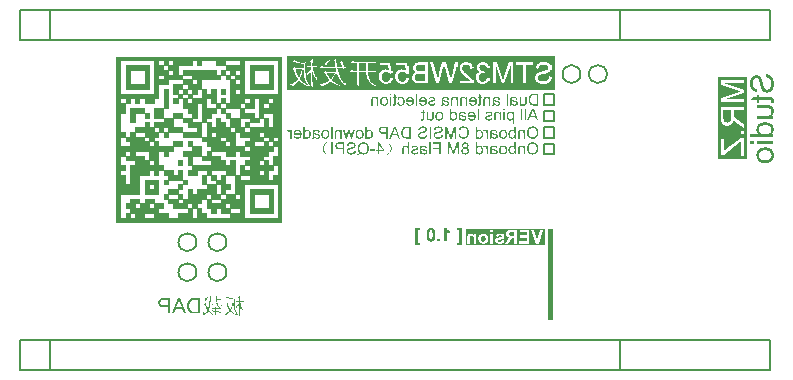
<source format=gbo>
G04*
G04 #@! TF.GenerationSoftware,Altium Limited,Altium Designer,21.1.1 (26)*
G04*
G04 Layer_Color=32896*
%FSLAX25Y25*%
%MOIN*%
G70*
G04*
G04 #@! TF.SameCoordinates,92C3B5E9-EA3E-484C-A3A4-AEB32AC4DFB4*
G04*
G04*
G04 #@! TF.FilePolarity,Positive*
G04*
G01*
G75*
%ADD16C,0.00600*%
%ADD17C,0.00800*%
%ADD18C,0.00787*%
%ADD107C,0.00220*%
%ADD108C,0.00159*%
G36*
X510000Y419500D02*
Y408389D01*
X420808D01*
Y419500D01*
X510000D01*
D02*
G37*
G36*
X493324Y401517D02*
X492836D01*
Y402074D01*
X493324D01*
Y401517D01*
D02*
G37*
G36*
X479278Y401041D02*
X479399Y401029D01*
X479514Y401012D01*
X479606Y400995D01*
X479686Y400978D01*
X479743Y400961D01*
X479766Y400955D01*
X479784Y400949D01*
X479789Y400943D01*
X479795D01*
X479893Y400903D01*
X479979Y400851D01*
X480053Y400806D01*
X480117Y400760D01*
X480162Y400714D01*
X480197Y400679D01*
X480220Y400656D01*
X480226Y400651D01*
X480277Y400576D01*
X480323Y400496D01*
X480358Y400415D01*
X480386Y400341D01*
X480409Y400266D01*
X480426Y400214D01*
X480432Y400191D01*
Y400174D01*
X480438Y400169D01*
Y400163D01*
X479961Y400100D01*
X479927Y400203D01*
X479893Y400295D01*
X479852Y400369D01*
X479818Y400427D01*
X479784Y400473D01*
X479755Y400501D01*
X479732Y400519D01*
X479726Y400524D01*
X479657Y400564D01*
X479577Y400593D01*
X479491Y400616D01*
X479411Y400628D01*
X479330Y400639D01*
X479273Y400645D01*
X479215D01*
X479083Y400639D01*
X478968Y400622D01*
X478877Y400593D01*
X478796Y400564D01*
X478739Y400530D01*
X478693Y400507D01*
X478664Y400484D01*
X478658Y400478D01*
X478613Y400427D01*
X478578Y400364D01*
X478549Y400295D01*
X478532Y400226D01*
X478521Y400163D01*
X478515Y400105D01*
Y400071D01*
Y400065D01*
Y400059D01*
Y400048D01*
Y400025D01*
Y399985D01*
X478521Y399950D01*
Y399939D01*
Y399933D01*
X478578Y399916D01*
X478641Y399899D01*
X478773Y399864D01*
X478923Y399836D01*
X479060Y399807D01*
X479129Y399795D01*
X479192Y399790D01*
X479250Y399778D01*
X479296Y399772D01*
X479336Y399767D01*
X479364D01*
X479388Y399761D01*
X479393D01*
X479497Y399749D01*
X479583Y399732D01*
X479657Y399721D01*
X479715Y399709D01*
X479761Y399704D01*
X479795Y399692D01*
X479818Y399686D01*
X479824D01*
X479898Y399663D01*
X479961Y399640D01*
X480025Y399612D01*
X480076Y399589D01*
X480122Y399566D01*
X480151Y399543D01*
X480174Y399531D01*
X480180Y399526D01*
X480237Y399485D01*
X480283Y399440D01*
X480329Y399394D01*
X480363Y399348D01*
X480392Y399307D01*
X480415Y399273D01*
X480426Y399250D01*
X480432Y399244D01*
X480461Y399181D01*
X480484Y399112D01*
X480501Y399049D01*
X480513Y398986D01*
X480518Y398934D01*
X480524Y398894D01*
Y398871D01*
Y398860D01*
X480518Y398791D01*
X480513Y398733D01*
X480484Y398613D01*
X480444Y398515D01*
X480398Y398429D01*
X480352Y398360D01*
X480312Y398309D01*
X480283Y398280D01*
X480271Y398269D01*
X480168Y398194D01*
X480053Y398136D01*
X479927Y398096D01*
X479812Y398068D01*
X479709Y398050D01*
X479663Y398045D01*
X479623D01*
X479588Y398039D01*
X479542D01*
X479439Y398045D01*
X479336Y398056D01*
X479244Y398068D01*
X479164Y398085D01*
X479101Y398102D01*
X479049Y398119D01*
X479014Y398125D01*
X479003Y398131D01*
X478905Y398171D01*
X478814Y398223D01*
X478727Y398280D01*
X478641Y398332D01*
X478572Y398383D01*
X478521Y398424D01*
X478486Y398452D01*
X478481Y398464D01*
X478475D01*
X478463Y398389D01*
X478452Y398320D01*
X478440Y398257D01*
X478423Y398205D01*
X478406Y398160D01*
X478395Y398131D01*
X478389Y398108D01*
X478383Y398102D01*
X477872D01*
X477901Y398165D01*
X477929Y398228D01*
X477952Y398286D01*
X477964Y398337D01*
X477981Y398383D01*
X477987Y398418D01*
X477993Y398441D01*
Y398446D01*
X477998Y398487D01*
X478004Y398538D01*
Y398596D01*
X478010Y398659D01*
X478016Y398802D01*
Y398946D01*
X478021Y399084D01*
Y399147D01*
Y399198D01*
Y399244D01*
Y399279D01*
Y399302D01*
Y399307D01*
Y399962D01*
Y400071D01*
X478027Y400169D01*
X478033Y400243D01*
Y400306D01*
X478039Y400352D01*
X478044Y400387D01*
X478050Y400404D01*
Y400410D01*
X478067Y400484D01*
X478090Y400547D01*
X478113Y400599D01*
X478142Y400651D01*
X478165Y400685D01*
X478182Y400714D01*
X478194Y400731D01*
X478199Y400737D01*
X478245Y400783D01*
X478297Y400829D01*
X478354Y400863D01*
X478412Y400898D01*
X478463Y400920D01*
X478504Y400938D01*
X478532Y400949D01*
X478544Y400955D01*
X478636Y400984D01*
X478733Y401007D01*
X478831Y401024D01*
X478928Y401035D01*
X479014Y401041D01*
X479077Y401047D01*
X479141D01*
X479278Y401041D01*
D02*
G37*
G36*
X466381Y401695D02*
Y400984D01*
X466742D01*
Y400605D01*
X466381D01*
Y398940D01*
Y398860D01*
Y398791D01*
X466375Y398728D01*
X466369Y398665D01*
Y398613D01*
X466363Y398567D01*
X466352Y398492D01*
X466340Y398435D01*
X466335Y398395D01*
X466323Y398372D01*
Y398366D01*
X466300Y398314D01*
X466266Y398274D01*
X466231Y398234D01*
X466203Y398205D01*
X466168Y398177D01*
X466145Y398160D01*
X466128Y398148D01*
X466122Y398142D01*
X466059Y398113D01*
X465996Y398096D01*
X465927Y398079D01*
X465858Y398073D01*
X465801Y398068D01*
X465755Y398062D01*
X465709D01*
X465583Y398068D01*
X465520Y398073D01*
X465462Y398085D01*
X465411Y398091D01*
X465370Y398096D01*
X465347Y398102D01*
X465336D01*
X465399Y398533D01*
X465445Y398527D01*
X465491Y398521D01*
X465531D01*
X465560Y398515D01*
X465617D01*
X465692Y398521D01*
X465743Y398533D01*
X465772Y398544D01*
X465784Y398550D01*
X465824Y398579D01*
X465847Y398607D01*
X465864Y398630D01*
X465870Y398642D01*
X465875Y398670D01*
X465881Y398710D01*
X465887Y398802D01*
X465893Y398843D01*
Y398877D01*
Y398900D01*
Y398911D01*
Y400605D01*
X465399D01*
Y400984D01*
X465893D01*
Y401988D01*
X466381Y401695D01*
D02*
G37*
G36*
X469561Y399198D02*
Y399089D01*
X469555Y398992D01*
X469549Y398917D01*
X469543Y398848D01*
Y398802D01*
X469538Y398768D01*
X469532Y398745D01*
Y398739D01*
X469515Y398665D01*
X469492Y398596D01*
X469469Y398533D01*
X469440Y398481D01*
X469417Y398435D01*
X469400Y398406D01*
X469388Y398383D01*
X469383Y398378D01*
X469337Y398326D01*
X469285Y398280D01*
X469233Y398240D01*
X469176Y398205D01*
X469130Y398177D01*
X469090Y398154D01*
X469067Y398142D01*
X469056Y398136D01*
X468969Y398102D01*
X468889Y398079D01*
X468809Y398062D01*
X468734Y398050D01*
X468671Y398045D01*
X468619Y398039D01*
X468579D01*
X468476Y398045D01*
X468372Y398062D01*
X468281Y398085D01*
X468189Y398113D01*
X468108Y398154D01*
X468034Y398194D01*
X467965Y398234D01*
X467902Y398280D01*
X467844Y398326D01*
X467798Y398366D01*
X467758Y398412D01*
X467724Y398446D01*
X467695Y398475D01*
X467678Y398498D01*
X467666Y398515D01*
X467661Y398521D01*
Y398102D01*
X467224D01*
Y400984D01*
X467712D01*
Y399440D01*
X467718Y399307D01*
X467724Y399193D01*
X467735Y399095D01*
X467753Y399015D01*
X467770Y398952D01*
X467781Y398906D01*
X467787Y398883D01*
X467793Y398871D01*
X467827Y398802D01*
X467867Y398745D01*
X467913Y398693D01*
X467959Y398647D01*
X467999Y398613D01*
X468034Y398590D01*
X468057Y398573D01*
X468068Y398567D01*
X468143Y398533D01*
X468218Y398504D01*
X468286Y398487D01*
X468350Y398469D01*
X468401Y398464D01*
X468441Y398458D01*
X468481D01*
X468562Y398464D01*
X468631Y398475D01*
X468694Y398492D01*
X468746Y398515D01*
X468791Y398533D01*
X468820Y398550D01*
X468843Y398561D01*
X468849Y398567D01*
X468900Y398613D01*
X468941Y398659D01*
X468975Y398710D01*
X469004Y398756D01*
X469021Y398802D01*
X469032Y398837D01*
X469044Y398860D01*
Y398866D01*
X469056Y398929D01*
X469061Y399003D01*
X469067Y399089D01*
Y399176D01*
X469073Y399256D01*
Y399319D01*
Y399348D01*
Y399365D01*
Y399376D01*
Y399382D01*
Y400984D01*
X469561D01*
Y399198D01*
D02*
G37*
G36*
X482378Y401041D02*
X482481Y401029D01*
X482579Y401012D01*
X482671Y400984D01*
X482757Y400955D01*
X482837Y400920D01*
X482912Y400886D01*
X482975Y400846D01*
X483038Y400811D01*
X483090Y400771D01*
X483136Y400737D01*
X483170Y400708D01*
X483199Y400679D01*
X483222Y400662D01*
X483233Y400651D01*
X483239Y400645D01*
X483302Y400564D01*
X483360Y400478D01*
X483411Y400392D01*
X483457Y400301D01*
X483492Y400203D01*
X483520Y400111D01*
X483566Y399927D01*
X483583Y399847D01*
X483595Y399767D01*
X483601Y399698D01*
X483606Y399635D01*
X483612Y399583D01*
Y399549D01*
Y399520D01*
Y399514D01*
X483606Y399388D01*
X483595Y399267D01*
X483578Y399152D01*
X483555Y399049D01*
X483526Y398952D01*
X483497Y398860D01*
X483463Y398779D01*
X483428Y398705D01*
X483394Y398642D01*
X483360Y398584D01*
X483331Y398538D01*
X483302Y398498D01*
X483279Y398464D01*
X483262Y398441D01*
X483251Y398429D01*
X483245Y398424D01*
X483170Y398355D01*
X483096Y398297D01*
X483015Y398246D01*
X482929Y398200D01*
X482849Y398165D01*
X482763Y398131D01*
X482602Y398085D01*
X482527Y398073D01*
X482458Y398062D01*
X482395Y398050D01*
X482344Y398045D01*
X482303Y398039D01*
X482240D01*
X482062Y398050D01*
X481902Y398079D01*
X481758Y398114D01*
X481701Y398136D01*
X481643Y398160D01*
X481592Y398182D01*
X481546Y398205D01*
X481511Y398223D01*
X481477Y398240D01*
X481454Y398257D01*
X481437Y398269D01*
X481425Y398280D01*
X481420D01*
X481305Y398383D01*
X481213Y398492D01*
X481133Y398607D01*
X481075Y398716D01*
X481029Y398814D01*
X481012Y398860D01*
X480995Y398894D01*
X480983Y398929D01*
X480977Y398952D01*
X480972Y398963D01*
Y398969D01*
X481477Y399032D01*
X481523Y398923D01*
X481574Y398831D01*
X481626Y398751D01*
X481672Y398688D01*
X481712Y398642D01*
X481747Y398607D01*
X481775Y398584D01*
X481781Y398579D01*
X481856Y398533D01*
X481930Y398498D01*
X482011Y398475D01*
X482080Y398458D01*
X482143Y398446D01*
X482194Y398441D01*
X482240D01*
X482309Y398446D01*
X482372Y398452D01*
X482487Y398481D01*
X482590Y398521D01*
X482682Y398567D01*
X482751Y398607D01*
X482803Y398647D01*
X482837Y398676D01*
X482843Y398688D01*
X482849D01*
X482929Y398791D01*
X482992Y398906D01*
X483038Y399032D01*
X483073Y399147D01*
X483090Y399250D01*
X483101Y399296D01*
X483107Y399336D01*
Y399371D01*
X483113Y399394D01*
Y399411D01*
Y399416D01*
X480960D01*
X480955Y399474D01*
Y399514D01*
Y399537D01*
Y399543D01*
X480960Y399675D01*
X480972Y399795D01*
X480989Y399910D01*
X481012Y400019D01*
X481041Y400117D01*
X481069Y400209D01*
X481104Y400289D01*
X481138Y400364D01*
X481173Y400432D01*
X481207Y400490D01*
X481236Y400536D01*
X481264Y400576D01*
X481287Y400610D01*
X481305Y400633D01*
X481316Y400645D01*
X481322Y400651D01*
X481391Y400719D01*
X481465Y400783D01*
X481546Y400834D01*
X481626Y400880D01*
X481706Y400920D01*
X481781Y400949D01*
X481861Y400978D01*
X481930Y400995D01*
X482005Y401012D01*
X482068Y401024D01*
X482126Y401035D01*
X482171Y401041D01*
X482212Y401047D01*
X482269D01*
X482378Y401041D01*
D02*
G37*
G36*
X504500Y398102D02*
X503943D01*
X503513Y399307D01*
X501848D01*
X501383Y398102D01*
X500786D01*
X502411Y402074D01*
X502985D01*
X504500Y398102D01*
D02*
G37*
G36*
X500436D02*
X499948D01*
Y402074D01*
X500436D01*
Y398102D01*
D02*
G37*
G36*
X499202D02*
X498714D01*
Y402074D01*
X499202D01*
Y398102D01*
D02*
G37*
G36*
X493324D02*
X492836D01*
Y400984D01*
X493324D01*
Y398102D01*
D02*
G37*
G36*
X490850Y401041D02*
X490954Y401024D01*
X491045Y401001D01*
X491137Y400972D01*
X491218Y400938D01*
X491292Y400898D01*
X491361Y400851D01*
X491419Y400811D01*
X491476Y400765D01*
X491522Y400719D01*
X491562Y400679D01*
X491597Y400645D01*
X491619Y400616D01*
X491637Y400593D01*
X491648Y400576D01*
X491654Y400570D01*
Y400984D01*
X492090D01*
Y398102D01*
X491602D01*
Y399669D01*
Y399767D01*
X491591Y399864D01*
X491579Y399945D01*
X491568Y400019D01*
X491551Y400088D01*
X491533Y400151D01*
X491510Y400209D01*
X491487Y400255D01*
X491470Y400295D01*
X491447Y400329D01*
X491430Y400358D01*
X491413Y400381D01*
X491390Y400410D01*
X491378Y400421D01*
X491292Y400490D01*
X491200Y400536D01*
X491109Y400570D01*
X491028Y400599D01*
X490954Y400610D01*
X490896Y400616D01*
X490873Y400622D01*
X490844D01*
X490776Y400616D01*
X490707Y400610D01*
X490649Y400593D01*
X490603Y400576D01*
X490563Y400559D01*
X490529Y400547D01*
X490512Y400536D01*
X490506Y400530D01*
X490454Y400496D01*
X490408Y400456D01*
X490374Y400415D01*
X490345Y400381D01*
X490328Y400346D01*
X490311Y400318D01*
X490299Y400301D01*
Y400295D01*
X490282Y400232D01*
X490265Y400163D01*
X490253Y400088D01*
X490248Y400013D01*
X490242Y399950D01*
Y399899D01*
Y399858D01*
Y399853D01*
Y399847D01*
Y398102D01*
X489754D01*
Y399870D01*
Y399991D01*
X489760Y400088D01*
X489765Y400169D01*
Y400237D01*
X489771Y400283D01*
X489777Y400318D01*
X489783Y400341D01*
Y400346D01*
X489800Y400421D01*
X489829Y400490D01*
X489852Y400547D01*
X489875Y400605D01*
X489903Y400645D01*
X489920Y400674D01*
X489932Y400697D01*
X489938Y400702D01*
X489984Y400760D01*
X490035Y400806D01*
X490087Y400851D01*
X490144Y400886D01*
X490190Y400915D01*
X490230Y400932D01*
X490253Y400943D01*
X490265Y400949D01*
X490345Y400984D01*
X490431Y401007D01*
X490512Y401024D01*
X490586Y401035D01*
X490649Y401041D01*
X490695Y401047D01*
X490741D01*
X490850Y401041D01*
D02*
G37*
G36*
X484691Y398102D02*
X484203D01*
Y402074D01*
X484691D01*
Y398102D01*
D02*
G37*
G36*
X488221Y401035D02*
X488290Y401029D01*
X488353Y401018D01*
X488405Y401007D01*
X488445Y400995D01*
X488468Y400989D01*
X488480Y400984D01*
X488549Y400961D01*
X488612Y400938D01*
X488663Y400915D01*
X488709Y400892D01*
X488744Y400875D01*
X488767Y400857D01*
X488784Y400851D01*
X488790Y400846D01*
X488847Y400806D01*
X488893Y400760D01*
X488933Y400708D01*
X488968Y400668D01*
X488996Y400628D01*
X489013Y400599D01*
X489025Y400576D01*
X489031Y400570D01*
X489059Y400507D01*
X489082Y400450D01*
X489094Y400387D01*
X489105Y400335D01*
X489111Y400283D01*
X489117Y400249D01*
Y400226D01*
Y400214D01*
X489111Y400134D01*
X489100Y400065D01*
X489082Y399996D01*
X489065Y399939D01*
X489048Y399893D01*
X489031Y399853D01*
X489019Y399830D01*
X489013Y399824D01*
X488968Y399761D01*
X488916Y399709D01*
X488864Y399663D01*
X488813Y399623D01*
X488767Y399594D01*
X488732Y399571D01*
X488709Y399560D01*
X488698Y399554D01*
X488658Y399537D01*
X488606Y399514D01*
X488491Y399474D01*
X488371Y399440D01*
X488244Y399399D01*
X488135Y399371D01*
X488084Y399353D01*
X488038Y399342D01*
X488003Y399330D01*
X487975Y399325D01*
X487957Y399319D01*
X487952D01*
X487877Y399302D01*
X487814Y399285D01*
X487756Y399267D01*
X487705Y399250D01*
X487659Y399239D01*
X487619Y399221D01*
X487550Y399198D01*
X487504Y399181D01*
X487475Y399164D01*
X487458Y399158D01*
X487452Y399152D01*
X487400Y399118D01*
X487366Y399072D01*
X487337Y399032D01*
X487320Y398992D01*
X487309Y398952D01*
X487303Y398923D01*
Y398900D01*
Y398894D01*
X487309Y398825D01*
X487326Y398768D01*
X487355Y398710D01*
X487383Y398665D01*
X487418Y398624D01*
X487441Y398596D01*
X487464Y398579D01*
X487469Y398573D01*
X487538Y398527D01*
X487613Y398498D01*
X487699Y398475D01*
X487779Y398458D01*
X487854Y398446D01*
X487911Y398441D01*
X487969D01*
X488089Y398446D01*
X488193Y398464D01*
X488279Y398487D01*
X488353Y398515D01*
X488411Y398544D01*
X488457Y398567D01*
X488480Y398584D01*
X488491Y398590D01*
X488554Y398653D01*
X488606Y398728D01*
X488640Y398802D01*
X488669Y398871D01*
X488692Y398934D01*
X488703Y398992D01*
X488715Y399026D01*
Y399032D01*
Y399038D01*
X489197Y398963D01*
X489157Y398802D01*
X489105Y398659D01*
X489042Y398544D01*
X488979Y398446D01*
X488922Y398366D01*
X488870Y398314D01*
X488835Y398280D01*
X488830Y398274D01*
X488824Y398269D01*
X488767Y398228D01*
X488703Y398194D01*
X488566Y398136D01*
X488422Y398096D01*
X488284Y398068D01*
X488221Y398056D01*
X488164Y398050D01*
X488107Y398045D01*
X488061D01*
X488021Y398039D01*
X487969D01*
X487843Y398045D01*
X487734Y398056D01*
X487630Y398073D01*
X487538Y398096D01*
X487464Y398119D01*
X487406Y398136D01*
X487372Y398148D01*
X487366Y398154D01*
X487360D01*
X487263Y398205D01*
X487182Y398257D01*
X487114Y398314D01*
X487050Y398366D01*
X487005Y398412D01*
X486976Y398452D01*
X486953Y398475D01*
X486947Y398487D01*
X486901Y398567D01*
X486867Y398653D01*
X486838Y398728D01*
X486821Y398797D01*
X486809Y398860D01*
X486804Y398906D01*
Y398934D01*
Y398946D01*
X486809Y399038D01*
X486821Y399118D01*
X486844Y399187D01*
X486861Y399250D01*
X486884Y399302D01*
X486907Y399336D01*
X486918Y399359D01*
X486924Y399365D01*
X486970Y399422D01*
X487022Y399474D01*
X487073Y399520D01*
X487125Y399554D01*
X487177Y399583D01*
X487211Y399600D01*
X487234Y399612D01*
X487246Y399617D01*
X487286Y399635D01*
X487332Y399652D01*
X487441Y399692D01*
X487561Y399732D01*
X487682Y399767D01*
X487791Y399801D01*
X487843Y399813D01*
X487883Y399824D01*
X487917Y399836D01*
X487946Y399841D01*
X487963Y399847D01*
X487969D01*
X488032Y399864D01*
X488089Y399882D01*
X488141Y399893D01*
X488187Y399910D01*
X488262Y399927D01*
X488319Y399945D01*
X488359Y399962D01*
X488382Y399968D01*
X488394Y399973D01*
X488399D01*
X488445Y399996D01*
X488485Y400013D01*
X488520Y400036D01*
X488543Y400054D01*
X488566Y400071D01*
X488577Y400088D01*
X488583Y400094D01*
X488589Y400100D01*
X488623Y400157D01*
X488640Y400214D01*
Y400237D01*
X488646Y400255D01*
Y400266D01*
Y400272D01*
X488640Y400323D01*
X488623Y400375D01*
X488600Y400421D01*
X488572Y400456D01*
X488549Y400490D01*
X488526Y400513D01*
X488508Y400524D01*
X488503Y400530D01*
X488440Y400570D01*
X488365Y400599D01*
X488284Y400616D01*
X488210Y400633D01*
X488135Y400639D01*
X488078Y400645D01*
X488021D01*
X487923Y400639D01*
X487831Y400628D01*
X487756Y400605D01*
X487699Y400582D01*
X487647Y400559D01*
X487613Y400536D01*
X487590Y400524D01*
X487584Y400519D01*
X487527Y400467D01*
X487487Y400410D01*
X487452Y400352D01*
X487424Y400301D01*
X487406Y400249D01*
X487395Y400209D01*
X487389Y400186D01*
Y400174D01*
X486913Y400237D01*
X486936Y400335D01*
X486959Y400421D01*
X486987Y400496D01*
X487016Y400564D01*
X487045Y400610D01*
X487068Y400651D01*
X487079Y400674D01*
X487085Y400679D01*
X487137Y400737D01*
X487194Y400788D01*
X487257Y400834D01*
X487320Y400875D01*
X487378Y400903D01*
X487424Y400926D01*
X487452Y400938D01*
X487458Y400943D01*
X487464D01*
X487561Y400978D01*
X487665Y401001D01*
X487762Y401024D01*
X487854Y401035D01*
X487940Y401041D01*
X488003Y401047D01*
X488141D01*
X488221Y401035D01*
D02*
G37*
G36*
X475444Y400651D02*
X475496Y400714D01*
X475553Y400765D01*
X475605Y400817D01*
X475662Y400857D01*
X475708Y400886D01*
X475743Y400915D01*
X475766Y400926D01*
X475777Y400932D01*
X475852Y400972D01*
X475932Y401001D01*
X476012Y401018D01*
X476087Y401035D01*
X476150Y401041D01*
X476196Y401047D01*
X476242D01*
X476368Y401041D01*
X476489Y401018D01*
X476598Y400989D01*
X476690Y400955D01*
X476770Y400915D01*
X476827Y400886D01*
X476850Y400875D01*
X476868Y400863D01*
X476873Y400857D01*
X476879D01*
X476982Y400783D01*
X477069Y400691D01*
X477143Y400605D01*
X477201Y400519D01*
X477247Y400438D01*
X477281Y400375D01*
X477292Y400352D01*
X477304Y400335D01*
X477310Y400323D01*
Y400318D01*
X477355Y400186D01*
X477390Y400048D01*
X477419Y399916D01*
X477436Y399795D01*
X477447Y399692D01*
Y399646D01*
X477453Y399612D01*
Y399577D01*
Y399554D01*
Y399543D01*
Y399537D01*
X477447Y399376D01*
X477430Y399227D01*
X477401Y399095D01*
X477373Y398980D01*
X477361Y398929D01*
X477350Y398888D01*
X477333Y398848D01*
X477321Y398814D01*
X477310Y398791D01*
X477304Y398774D01*
X477298Y398762D01*
Y398756D01*
X477235Y398636D01*
X477160Y398533D01*
X477086Y398441D01*
X477011Y398366D01*
X476948Y398309D01*
X476896Y398263D01*
X476862Y398240D01*
X476856Y398228D01*
X476850D01*
X476741Y398165D01*
X476632Y398119D01*
X476523Y398085D01*
X476426Y398062D01*
X476345Y398050D01*
X476276Y398045D01*
X476254Y398039D01*
X476219D01*
X476121Y398045D01*
X476030Y398056D01*
X475944Y398079D01*
X475869Y398108D01*
X475794Y398136D01*
X475725Y398171D01*
X475668Y398211D01*
X475616Y398251D01*
X475565Y398291D01*
X475525Y398332D01*
X475490Y398366D01*
X475461Y398395D01*
X475438Y398424D01*
X475421Y398446D01*
X475415Y398458D01*
X475410Y398464D01*
Y398102D01*
X474956D01*
Y402074D01*
X475444D01*
Y400651D01*
D02*
G37*
G36*
X471570Y401041D02*
X471662Y401035D01*
X471839Y400995D01*
X471994Y400943D01*
X472063Y400915D01*
X472126Y400886D01*
X472184Y400857D01*
X472230Y400829D01*
X472276Y400800D01*
X472310Y400777D01*
X472339Y400754D01*
X472362Y400737D01*
X472373Y400731D01*
X472379Y400725D01*
X472459Y400651D01*
X472522Y400564D01*
X472586Y400473D01*
X472632Y400381D01*
X472677Y400283D01*
X472712Y400180D01*
X472741Y400082D01*
X472763Y399991D01*
X472787Y399899D01*
X472798Y399818D01*
X472810Y399738D01*
X472815Y399675D01*
Y399617D01*
X472821Y399577D01*
Y399554D01*
Y399543D01*
X472815Y399411D01*
X472804Y399285D01*
X472787Y399170D01*
X472763Y399061D01*
X472735Y398963D01*
X472706Y398871D01*
X472672Y398785D01*
X472637Y398710D01*
X472603Y398642D01*
X472568Y398584D01*
X472540Y398538D01*
X472511Y398498D01*
X472488Y398464D01*
X472471Y398441D01*
X472459Y398429D01*
X472454Y398424D01*
X472379Y398355D01*
X472304Y398297D01*
X472224Y398246D01*
X472144Y398200D01*
X472063Y398165D01*
X471977Y398131D01*
X471822Y398085D01*
X471753Y398073D01*
X471684Y398062D01*
X471627Y398050D01*
X471575Y398045D01*
X471529Y398039D01*
X471472D01*
X471334Y398045D01*
X471208Y398068D01*
X471088Y398096D01*
X470990Y398125D01*
X470904Y398160D01*
X470869Y398171D01*
X470841Y398182D01*
X470812Y398194D01*
X470795Y398205D01*
X470789Y398211D01*
X470783D01*
X470668Y398286D01*
X470571Y398366D01*
X470485Y398446D01*
X470416Y398527D01*
X470364Y398596D01*
X470324Y398653D01*
X470313Y398676D01*
X470301Y398693D01*
X470295Y398699D01*
Y398705D01*
X470238Y398837D01*
X470198Y398980D01*
X470163Y399124D01*
X470146Y399267D01*
X470135Y399330D01*
Y399388D01*
X470129Y399445D01*
X470123Y399491D01*
Y399531D01*
Y399560D01*
Y399577D01*
Y399583D01*
X470129Y399709D01*
X470140Y399824D01*
X470158Y399933D01*
X470181Y400036D01*
X470209Y400134D01*
X470244Y400220D01*
X470278Y400306D01*
X470313Y400375D01*
X470347Y400438D01*
X470381Y400496D01*
X470416Y400547D01*
X470445Y400588D01*
X470468Y400616D01*
X470485Y400639D01*
X470496Y400651D01*
X470502Y400656D01*
X470577Y400725D01*
X470651Y400783D01*
X470732Y400840D01*
X470812Y400880D01*
X470892Y400920D01*
X470973Y400949D01*
X471128Y401001D01*
X471202Y401012D01*
X471265Y401024D01*
X471323Y401035D01*
X471375Y401041D01*
X471415Y401047D01*
X471472D01*
X471570Y401041D01*
D02*
G37*
G36*
X495241Y401041D02*
X495333Y401029D01*
X495414Y401012D01*
X495482Y400989D01*
X495540Y400966D01*
X495586Y400949D01*
X495609Y400938D01*
X495620Y400932D01*
X495689Y400886D01*
X495758Y400834D01*
X495815Y400783D01*
X495867Y400725D01*
X495913Y400679D01*
X495942Y400639D01*
X495965Y400616D01*
X495970Y400605D01*
Y400984D01*
X496412D01*
Y397000D01*
X495924D01*
Y398401D01*
X495879Y398343D01*
X495827Y398291D01*
X495770Y398246D01*
X495723Y398211D01*
X495678Y398177D01*
X495643Y398154D01*
X495614Y398142D01*
X495609Y398136D01*
X495534Y398102D01*
X495460Y398079D01*
X495385Y398062D01*
X495316Y398050D01*
X495259Y398045D01*
X495213Y398039D01*
X495173D01*
X495052Y398045D01*
X494931Y398068D01*
X494828Y398096D01*
X494731Y398131D01*
X494650Y398165D01*
X494593Y398194D01*
X494570Y398205D01*
X494553Y398217D01*
X494547Y398223D01*
X494541D01*
X494432Y398303D01*
X494340Y398389D01*
X494260Y398475D01*
X494197Y398561D01*
X494145Y398642D01*
X494105Y398705D01*
X494093Y398728D01*
X494082Y398745D01*
X494076Y398756D01*
Y398762D01*
X494025Y398900D01*
X493984Y399038D01*
X493956Y399170D01*
X493933Y399296D01*
X493921Y399399D01*
Y399445D01*
X493915Y399485D01*
Y399520D01*
Y399543D01*
Y399554D01*
Y399560D01*
X493921Y399709D01*
X493938Y399853D01*
X493961Y399979D01*
X493990Y400094D01*
X494019Y400186D01*
X494030Y400226D01*
X494042Y400260D01*
X494053Y400283D01*
X494059Y400301D01*
X494065Y400312D01*
Y400318D01*
X494122Y400438D01*
X494191Y400547D01*
X494260Y400639D01*
X494329Y400714D01*
X494392Y400771D01*
X494444Y400817D01*
X494478Y400840D01*
X494484Y400851D01*
X494489D01*
X494598Y400915D01*
X494708Y400966D01*
X494817Y401001D01*
X494920Y401024D01*
X495006Y401035D01*
X495046Y401041D01*
X495075Y401047D01*
X495138D01*
X495241Y401041D01*
D02*
G37*
G36*
X506675Y362068D02*
Y356509D01*
X480325D01*
Y362068D01*
X506675D01*
D02*
G37*
G36*
X397287Y339401D02*
X397280Y339231D01*
X397272Y339061D01*
X397265Y338913D01*
Y338779D01*
Y338728D01*
Y338676D01*
Y338639D01*
Y338609D01*
Y338594D01*
Y338587D01*
X398582D01*
X398331Y338335D01*
X398212Y338365D01*
X398094Y338387D01*
X397983Y338402D01*
X397879Y338417D01*
X397791D01*
X397716Y338424D01*
X397265D01*
Y337692D01*
X399056D01*
X398804Y337440D01*
X398686Y337470D01*
X398568Y337492D01*
X398457Y337507D01*
X398353Y337521D01*
X398264D01*
X398190Y337529D01*
X395200D01*
X395178Y337240D01*
X395149Y336959D01*
X395112Y336700D01*
X395075Y336456D01*
X395038Y336226D01*
X394993Y336012D01*
X394949Y335819D01*
X394904Y335642D01*
X394867Y335486D01*
X394830Y335346D01*
X394794Y335227D01*
X394757Y335131D01*
X394734Y335057D01*
X394712Y334998D01*
X394705Y334968D01*
X394697Y334954D01*
X394830Y334769D01*
X394964Y334591D01*
X395112Y334413D01*
X395260Y334251D01*
X395408Y334095D01*
X395556Y333947D01*
X395696Y333814D01*
X395837Y333688D01*
X395970Y333577D01*
X396089Y333474D01*
X396199Y333385D01*
X396296Y333311D01*
X396370Y333259D01*
X396429Y333215D01*
X396466Y333185D01*
X396481Y333178D01*
X396429Y333089D01*
X396229Y333192D01*
X396037Y333311D01*
X395852Y333429D01*
X395674Y333555D01*
X395511Y333681D01*
X395349Y333807D01*
X395200Y333932D01*
X395060Y334058D01*
X394941Y334169D01*
X394830Y334280D01*
X394727Y334376D01*
X394646Y334458D01*
X394586Y334524D01*
X394534Y334576D01*
X394505Y334606D01*
X394497Y334621D01*
X394357Y334391D01*
X394209Y334191D01*
X394061Y334014D01*
X393994Y333932D01*
X393928Y333866D01*
X393868Y333799D01*
X393809Y333747D01*
X393758Y333703D01*
X393713Y333666D01*
X393684Y333629D01*
X393654Y333607D01*
X393639Y333599D01*
X393632Y333592D01*
X393543Y333525D01*
X393454Y333459D01*
X393306Y333355D01*
X393180Y333274D01*
X393077Y333215D01*
X393003Y333178D01*
X392951Y333148D01*
X392914Y333141D01*
X392906Y333133D01*
X392832Y333111D01*
X392766Y333089D01*
X392722Y333074D01*
X392685Y333067D01*
X392655D01*
X392640Y333059D01*
X392625D01*
X392588Y333067D01*
X392573Y333081D01*
X392559Y333104D01*
Y333133D01*
X392566Y333178D01*
X392573Y333192D01*
Y333200D01*
X392611Y333289D01*
X392640Y333385D01*
X392670Y333488D01*
X392685Y333577D01*
X392699Y333659D01*
X392707Y333725D01*
X392714Y333770D01*
Y333777D01*
Y333784D01*
Y333858D01*
X392722Y333940D01*
Y334110D01*
X392714Y334295D01*
X392707Y334480D01*
Y334561D01*
X392699Y334643D01*
Y334717D01*
X392692Y334776D01*
Y334828D01*
X392685Y334872D01*
Y334894D01*
Y334902D01*
X392795Y334924D01*
X393047Y333703D01*
X393188Y333792D01*
X393321Y333881D01*
X393447Y333984D01*
X393565Y334080D01*
X393676Y334184D01*
X393772Y334288D01*
X393861Y334384D01*
X393942Y334480D01*
X394009Y334569D01*
X394076Y334658D01*
X394127Y334732D01*
X394172Y334798D01*
X394201Y334850D01*
X394224Y334887D01*
X394238Y334917D01*
X394246Y334924D01*
X394046Y335235D01*
X393861Y335538D01*
X393691Y335819D01*
X393617Y335960D01*
X393550Y336086D01*
X393484Y336204D01*
X393432Y336308D01*
X393380Y336404D01*
X393343Y336478D01*
X393314Y336545D01*
X393291Y336596D01*
X393277Y336626D01*
X393269Y336633D01*
X393047Y336826D01*
X393580Y337188D01*
X393691Y336826D01*
X393824Y336485D01*
X393898Y336323D01*
X393965Y336167D01*
X394031Y336019D01*
X394098Y335886D01*
X394164Y335760D01*
X394224Y335649D01*
X394275Y335553D01*
X394327Y335472D01*
X394364Y335405D01*
X394394Y335353D01*
X394409Y335324D01*
X394416Y335316D01*
X394527Y335701D01*
X394623Y336086D01*
X394660Y336278D01*
X394697Y336456D01*
X394727Y336633D01*
X394749Y336804D01*
X394771Y336952D01*
X394794Y337092D01*
X394808Y337218D01*
X394816Y337322D01*
X394830Y337410D01*
Y337477D01*
X394838Y337514D01*
Y337529D01*
X392544D01*
X393077Y338054D01*
X393491Y337692D01*
X394860D01*
X394867Y337788D01*
Y337891D01*
X394875Y338113D01*
X394882Y338343D01*
Y338572D01*
X394890Y338676D01*
Y338772D01*
Y338861D01*
Y338942D01*
Y339001D01*
Y339053D01*
Y339083D01*
Y339090D01*
X394668Y339290D01*
X395282Y339571D01*
X395274Y339423D01*
X395267Y339275D01*
X395260Y338957D01*
X395252Y338639D01*
X395245Y338491D01*
X395237Y338343D01*
Y338210D01*
X395230Y338084D01*
Y337973D01*
Y337877D01*
X395223Y337803D01*
Y337743D01*
Y337706D01*
Y337692D01*
X396902D01*
Y338424D01*
X395563D01*
X396037Y338898D01*
X396370Y338587D01*
X396902D01*
Y339149D01*
X396710Y339342D01*
X397295Y339571D01*
X397287Y339401D01*
D02*
G37*
G36*
X394387Y339090D02*
X394298Y339001D01*
X394216Y338913D01*
X394142Y338831D01*
X394076Y338750D01*
X393965Y338617D01*
X393876Y338498D01*
X393817Y338409D01*
X393772Y338343D01*
X393750Y338298D01*
X393743Y338284D01*
X393706Y338210D01*
X393669Y338150D01*
X393632Y338113D01*
X393602Y338084D01*
X393580Y338069D01*
X393565Y338062D01*
X393550Y338054D01*
X393535Y338062D01*
X393521Y338069D01*
X393484Y338099D01*
X393454Y338121D01*
X393439Y338136D01*
X393410Y338173D01*
X393388Y338217D01*
X393351Y338321D01*
X393343Y338365D01*
X393336Y338395D01*
X393328Y338424D01*
Y338432D01*
Y338506D01*
X393351Y338580D01*
X393380Y338639D01*
X393417Y338691D01*
X393461Y338735D01*
X393498Y338765D01*
X393528Y338787D01*
X393535Y338794D01*
X393580Y338824D01*
X393639Y338853D01*
X393758Y338920D01*
X393891Y338987D01*
X394024Y339046D01*
X394142Y339098D01*
X394194Y339120D01*
X394246Y339142D01*
X394283Y339157D01*
X394313Y339172D01*
X394327Y339179D01*
X394335D01*
X394387Y339090D01*
D02*
G37*
G36*
X405094Y339438D02*
Y339305D01*
X405087Y339024D01*
X405080Y338742D01*
Y338609D01*
X405072Y338476D01*
Y338358D01*
Y338247D01*
Y338143D01*
Y338062D01*
Y337988D01*
Y337936D01*
Y337906D01*
Y337891D01*
X406219D01*
X405997Y337669D01*
X405775Y337729D01*
X405131D01*
X405198Y337410D01*
X405272Y337100D01*
X405353Y336796D01*
X405442Y336515D01*
X405531Y336241D01*
X405620Y335990D01*
X405709Y335753D01*
X405797Y335538D01*
X405886Y335338D01*
X405960Y335168D01*
X406034Y335013D01*
X406093Y334887D01*
X406145Y334783D01*
X406182Y334709D01*
X406197Y334687D01*
X406212Y334665D01*
X406219Y334658D01*
Y334650D01*
X406138Y334591D01*
X405901Y334909D01*
X405686Y335235D01*
X405590Y335398D01*
X405501Y335560D01*
X405427Y335716D01*
X405353Y335864D01*
X405287Y335997D01*
X405235Y336123D01*
X405183Y336241D01*
X405146Y336337D01*
X405109Y336411D01*
X405087Y336471D01*
X405080Y336508D01*
X405072Y336522D01*
Y336108D01*
Y335723D01*
Y335353D01*
X405080Y335020D01*
Y334702D01*
Y334413D01*
X405087Y334147D01*
Y333910D01*
Y333703D01*
X405094Y333518D01*
Y333363D01*
Y333229D01*
X405102Y333133D01*
Y333059D01*
Y333015D01*
Y333000D01*
X404650Y333200D01*
Y333259D01*
X404658Y333333D01*
Y333422D01*
Y333525D01*
X404665Y333629D01*
Y333747D01*
Y333873D01*
Y334014D01*
X404672Y334295D01*
Y334606D01*
Y334917D01*
Y335235D01*
X404680Y335546D01*
Y335834D01*
Y335975D01*
Y336108D01*
Y336234D01*
Y336345D01*
Y336456D01*
Y336545D01*
Y336633D01*
Y336700D01*
Y336759D01*
Y336796D01*
Y336826D01*
Y336833D01*
X404532Y336656D01*
X404414Y336493D01*
X404310Y336337D01*
X404228Y336204D01*
X404169Y336093D01*
X404147Y336049D01*
X404125Y336012D01*
X404110Y335982D01*
X404103Y335960D01*
X404095Y335945D01*
Y335938D01*
X404066Y335842D01*
X404036Y335775D01*
X404006Y335723D01*
X403977Y335694D01*
X403955Y335671D01*
X403940Y335664D01*
X403933Y335657D01*
X403925D01*
X403910Y335664D01*
X403896Y335679D01*
X403881Y335708D01*
X403866Y335738D01*
X403851Y335768D01*
X403836Y335797D01*
X403829Y335812D01*
Y335819D01*
X403792Y335938D01*
X403777Y335990D01*
X403770Y336041D01*
X403762Y336078D01*
Y336108D01*
Y336123D01*
Y336130D01*
X403770Y336197D01*
X403785Y336256D01*
X403807Y336308D01*
X403829Y336360D01*
X403859Y336404D01*
X403881Y336434D01*
X403896Y336456D01*
X403903Y336463D01*
X403933Y336500D01*
X403977Y336537D01*
X404021Y336574D01*
X404080Y336619D01*
X404206Y336707D01*
X404340Y336796D01*
X404465Y336870D01*
X404525Y336907D01*
X404576Y336937D01*
X404621Y336959D01*
X404650Y336981D01*
X404672Y336989D01*
X404680Y336996D01*
Y337729D01*
X403562D01*
X404036Y338202D01*
X404347Y337891D01*
X404680D01*
Y339038D01*
X404458Y339231D01*
X405102Y339571D01*
X405094Y339438D01*
D02*
G37*
G36*
X400928Y339334D02*
X401039Y339283D01*
X401135Y339231D01*
X401217Y339194D01*
X401283Y339164D01*
X401328Y339142D01*
X401335Y339135D01*
X401342D01*
X401416Y339105D01*
X401513Y339068D01*
X401624Y339031D01*
X401742Y338994D01*
X401875Y338950D01*
X402016Y338913D01*
X402290Y338831D01*
X402423Y338794D01*
X402549Y338757D01*
X402667Y338728D01*
X402771Y338698D01*
X402859Y338676D01*
X402919Y338661D01*
X402963Y338654D01*
X402971Y338646D01*
X402978D01*
X403392Y338868D01*
X403385Y338483D01*
X403377Y338113D01*
Y337936D01*
Y337773D01*
Y337610D01*
X403370Y337470D01*
Y337329D01*
Y337211D01*
Y337100D01*
Y337011D01*
Y336937D01*
Y336885D01*
Y336855D01*
Y336841D01*
X403377Y336471D01*
X403400Y336123D01*
X403414Y335953D01*
X403437Y335797D01*
X403451Y335642D01*
X403466Y335501D01*
X403488Y335375D01*
X403503Y335257D01*
X403525Y335161D01*
X403540Y335072D01*
X403548Y335005D01*
X403562Y334954D01*
X403570Y334917D01*
Y334909D01*
X403614Y334739D01*
X403666Y334569D01*
X403733Y334406D01*
X403807Y334243D01*
X403888Y334095D01*
X403969Y333947D01*
X404058Y333814D01*
X404140Y333688D01*
X404221Y333577D01*
X404303Y333474D01*
X404377Y333385D01*
X404443Y333311D01*
X404495Y333252D01*
X404532Y333207D01*
X404562Y333178D01*
X404569Y333170D01*
X404488Y333089D01*
X404347Y333207D01*
X404214Y333318D01*
X404095Y333429D01*
X403992Y333540D01*
X403896Y333651D01*
X403807Y333755D01*
X403725Y333851D01*
X403659Y333947D01*
X403600Y334029D01*
X403555Y334103D01*
X403511Y334177D01*
X403481Y334228D01*
X403451Y334280D01*
X403437Y334310D01*
X403422Y334332D01*
Y334339D01*
X403326Y334584D01*
X403244Y334835D01*
X403185Y335072D01*
X403156Y335183D01*
X403133Y335294D01*
X403119Y335390D01*
X403096Y335479D01*
X403089Y335560D01*
X403074Y335627D01*
X403067Y335686D01*
Y335723D01*
X403059Y335753D01*
Y335760D01*
X403030Y336049D01*
X403015Y336323D01*
X403000Y336574D01*
X402993Y336693D01*
X402985Y336796D01*
Y336900D01*
Y336981D01*
X402978Y337063D01*
Y337129D01*
Y337181D01*
Y337218D01*
Y337240D01*
Y337248D01*
X402667D01*
X402630Y336996D01*
X402593Y336752D01*
X402541Y336515D01*
X402490Y336293D01*
X402430Y336078D01*
X402379Y335879D01*
X402319Y335701D01*
X402260Y335531D01*
X402201Y335375D01*
X402149Y335242D01*
X402097Y335124D01*
X402060Y335028D01*
X402023Y334946D01*
X401994Y334887D01*
X401979Y334857D01*
X401971Y334843D01*
X402127Y334665D01*
X402290Y334495D01*
X402460Y334332D01*
X402637Y334184D01*
X402815Y334043D01*
X402985Y333910D01*
X403163Y333792D01*
X403326Y333681D01*
X403481Y333585D01*
X403629Y333496D01*
X403762Y333422D01*
X403873Y333363D01*
X403969Y333318D01*
X404036Y333281D01*
X404080Y333259D01*
X404088Y333252D01*
X404095D01*
X404036Y333170D01*
X403792Y333259D01*
X403555Y333348D01*
X403333Y333459D01*
X403119Y333562D01*
X402919Y333681D01*
X402734Y333799D01*
X402556Y333910D01*
X402401Y334021D01*
X402260Y334132D01*
X402134Y334236D01*
X402023Y334325D01*
X401934Y334406D01*
X401868Y334473D01*
X401816Y334517D01*
X401779Y334554D01*
X401772Y334561D01*
X401639Y334376D01*
X401505Y334206D01*
X401379Y334051D01*
X401246Y333903D01*
X401121Y333777D01*
X400995Y333659D01*
X400884Y333555D01*
X400773Y333466D01*
X400669Y333385D01*
X400573Y333318D01*
X400492Y333266D01*
X400425Y333215D01*
X400366Y333185D01*
X400329Y333163D01*
X400299Y333148D01*
X400292Y333141D01*
X400270Y333192D01*
X400240Y333244D01*
X400166Y333326D01*
X400070Y333385D01*
X399966Y333429D01*
X399870Y333459D01*
X399788Y333474D01*
X399751D01*
X399729Y333481D01*
X399707D01*
Y333592D01*
X399900Y333644D01*
X400092Y333718D01*
X400270Y333799D01*
X400440Y333888D01*
X400602Y333992D01*
X400758Y334095D01*
X400899Y334199D01*
X401024Y334310D01*
X401143Y334413D01*
X401246Y334510D01*
X401335Y334598D01*
X401409Y334680D01*
X401468Y334746D01*
X401513Y334798D01*
X401542Y334828D01*
X401550Y334843D01*
X401453Y334991D01*
X401350Y335146D01*
X401261Y335324D01*
X401165Y335501D01*
X400995Y335879D01*
X400921Y336064D01*
X400847Y336249D01*
X400780Y336419D01*
X400721Y336582D01*
X400669Y336730D01*
X400625Y336855D01*
X400588Y336959D01*
X400565Y337040D01*
X400558Y337070D01*
X400551Y337092D01*
X400543Y337100D01*
Y337107D01*
X400262Y337270D01*
X400684Y337692D01*
X400965Y337410D01*
X402978D01*
Y338506D01*
X402748Y338543D01*
X402541Y338572D01*
X402342Y338602D01*
X402164Y338631D01*
X402001Y338661D01*
X401846Y338683D01*
X401713Y338713D01*
X401594Y338728D01*
X401490Y338750D01*
X401402Y338765D01*
X401328Y338779D01*
X401261Y338787D01*
X401217Y338794D01*
X401187Y338802D01*
X401165Y338809D01*
X401158D01*
X400965Y338846D01*
X400795Y338876D01*
X400647Y338898D01*
X400521Y338913D01*
X400425Y338920D01*
X400351Y338927D01*
X400292D01*
X400713Y339453D01*
X400928Y339334D01*
D02*
G37*
G36*
X397502Y337322D02*
X397546Y337196D01*
X397598Y337063D01*
X397650Y336937D01*
X397694Y336826D01*
X397731Y336744D01*
X397746Y336707D01*
X397761Y336685D01*
X397768Y336670D01*
Y336663D01*
X398974D01*
X398723Y336411D01*
X398604Y336441D01*
X398494Y336463D01*
X398382Y336478D01*
X398286Y336493D01*
X398198D01*
X398138Y336500D01*
X397857D01*
X397946Y336330D01*
X398035Y336175D01*
X398109Y336041D01*
X398183Y335930D01*
X398249Y335834D01*
X398308Y335760D01*
X398360Y335694D01*
X398405Y335642D01*
X398449Y335597D01*
X398486Y335568D01*
X398516Y335546D01*
X398538Y335531D01*
X398575Y335516D01*
X398582D01*
X398271Y335153D01*
X398079Y335324D01*
X397154D01*
Y334569D01*
X397376Y334532D01*
X397583Y334502D01*
X397776Y334473D01*
X397946Y334450D01*
X398094Y334428D01*
X398227Y334406D01*
X398345Y334391D01*
X398449Y334376D01*
X398538Y334369D01*
X398612Y334362D01*
X398671Y334354D01*
X398723Y334347D01*
X398760D01*
X398782Y334339D01*
X398804D01*
X398553Y333866D01*
X398516Y333903D01*
X398449Y333940D01*
X398368Y333984D01*
X398271Y334021D01*
X398168Y334058D01*
X398049Y334095D01*
X397798Y334169D01*
X397679Y334199D01*
X397561Y334228D01*
X397450Y334251D01*
X397354Y334273D01*
X397272Y334295D01*
X397206Y334310D01*
X397169Y334317D01*
X397154D01*
Y334251D01*
Y334177D01*
Y334095D01*
X397162Y334006D01*
Y333814D01*
X397169Y333614D01*
Y333525D01*
X397176Y333437D01*
Y333355D01*
Y333289D01*
X397184Y333229D01*
Y333185D01*
Y333155D01*
Y333148D01*
X396762Y333311D01*
X396769Y333474D01*
X396777Y333644D01*
X396784Y333829D01*
Y333999D01*
X396792Y334080D01*
Y334154D01*
Y334228D01*
Y334288D01*
Y334332D01*
Y334369D01*
Y334391D01*
Y334399D01*
X395533Y334702D01*
X395563Y334791D01*
X396792Y334621D01*
Y335324D01*
X395474D01*
X395926Y335827D01*
X396229Y335486D01*
X396792D01*
Y335879D01*
X396621Y336071D01*
X397184Y336323D01*
X397176Y336167D01*
X397169Y336019D01*
X397162Y335879D01*
X397154Y335753D01*
Y335642D01*
Y335560D01*
Y335531D01*
Y335509D01*
Y335494D01*
Y335486D01*
X398049D01*
X397465Y336500D01*
X395533D01*
X395977Y336996D01*
X396347Y336663D01*
X397376D01*
X397324Y336759D01*
X397280Y336841D01*
X397243Y336915D01*
X397213Y336966D01*
X397184Y337003D01*
X397169Y337033D01*
X397154Y337048D01*
Y337055D01*
X396962Y337137D01*
X397465Y337447D01*
X397502Y337322D01*
D02*
G37*
G36*
X391641Y333755D02*
X389798D01*
X389628Y333762D01*
X389473Y333770D01*
X389332Y333784D01*
X389214Y333799D01*
X389110Y333814D01*
X389036Y333821D01*
X389014Y333829D01*
X388992Y333836D01*
X388977D01*
X388844Y333873D01*
X388725Y333918D01*
X388622Y333955D01*
X388533Y333999D01*
X388459Y334036D01*
X388407Y334066D01*
X388378Y334088D01*
X388363Y334095D01*
X388267Y334162D01*
X388185Y334243D01*
X388104Y334317D01*
X388037Y334391D01*
X387978Y334458D01*
X387934Y334510D01*
X387904Y334547D01*
X387897Y334561D01*
X387823Y334680D01*
X387749Y334806D01*
X387689Y334924D01*
X387645Y335042D01*
X387601Y335146D01*
X387571Y335227D01*
X387564Y335257D01*
X387556Y335279D01*
X387549Y335294D01*
Y335301D01*
X387505Y335479D01*
X387468Y335657D01*
X387445Y335827D01*
X387423Y335990D01*
X387416Y336130D01*
Y336189D01*
X387408Y336241D01*
Y336278D01*
Y336315D01*
Y336330D01*
Y336337D01*
X387416Y336589D01*
X387438Y336818D01*
X387475Y337026D01*
X387490Y337122D01*
X387512Y337203D01*
X387534Y337285D01*
X387549Y337351D01*
X387564Y337410D01*
X387586Y337462D01*
X387593Y337507D01*
X387608Y337536D01*
X387615Y337551D01*
Y337558D01*
X387697Y337751D01*
X387793Y337921D01*
X387897Y338069D01*
X387993Y338195D01*
X388082Y338298D01*
X388156Y338372D01*
X388185Y338395D01*
X388208Y338417D01*
X388215Y338424D01*
X388222Y338432D01*
X388341Y338528D01*
X388467Y338602D01*
X388592Y338668D01*
X388711Y338720D01*
X388814Y338757D01*
X388896Y338779D01*
X388925Y338794D01*
X388948D01*
X388962Y338802D01*
X388970D01*
X389095Y338824D01*
X389244Y338846D01*
X389391Y338861D01*
X389540Y338868D01*
X389673Y338876D01*
X391641D01*
Y333755D01*
D02*
G37*
G36*
X387038D02*
X386320D01*
X385766Y335309D01*
X383619D01*
X383020Y333755D01*
X382250D01*
X384345Y338876D01*
X385085D01*
X387038Y333755D01*
D02*
G37*
G36*
X381703D02*
X381022D01*
Y335834D01*
X379712D01*
X379520Y335842D01*
X379335Y335856D01*
X379172Y335879D01*
X379024Y335908D01*
X378884Y335938D01*
X378765Y335975D01*
X378654Y336019D01*
X378558Y336064D01*
X378477Y336101D01*
X378402Y336145D01*
X378343Y336182D01*
X378299Y336219D01*
X378262Y336241D01*
X378240Y336263D01*
X378225Y336278D01*
X378218Y336286D01*
X378144Y336374D01*
X378077Y336463D01*
X378025Y336552D01*
X377973Y336648D01*
X377929Y336744D01*
X377899Y336833D01*
X377848Y337003D01*
X377833Y337085D01*
X377818Y337159D01*
X377811Y337225D01*
X377803Y337277D01*
X377796Y337329D01*
Y337359D01*
Y337381D01*
Y337388D01*
X377803Y337529D01*
X377818Y337662D01*
X377848Y337780D01*
X377870Y337884D01*
X377899Y337973D01*
X377929Y338039D01*
X377944Y338076D01*
X377951Y338091D01*
X378010Y338202D01*
X378084Y338298D01*
X378151Y338387D01*
X378218Y338454D01*
X378277Y338506D01*
X378321Y338550D01*
X378351Y338572D01*
X378365Y338580D01*
X378462Y338639D01*
X378573Y338691D01*
X378676Y338735D01*
X378772Y338772D01*
X378861Y338794D01*
X378928Y338809D01*
X378980Y338824D01*
X378994D01*
X379105Y338839D01*
X379231Y338853D01*
X379364Y338861D01*
X379490Y338868D01*
X379601Y338876D01*
X381703D01*
Y333755D01*
D02*
G37*
G36*
X473926Y362125D02*
X474010Y361989D01*
X474101Y361859D01*
X474192Y361755D01*
X474270Y361671D01*
X474341Y361606D01*
X474367Y361580D01*
X474386Y361561D01*
X474399Y361554D01*
X474406Y361548D01*
X474548Y361444D01*
X474684Y361353D01*
X474807Y361282D01*
X474918Y361230D01*
X475008Y361192D01*
X475073Y361159D01*
X475099Y361153D01*
X475118Y361146D01*
X475125Y361140D01*
X475131D01*
Y360362D01*
X474898Y360453D01*
X474691Y360550D01*
X474594Y360602D01*
X474503Y360660D01*
X474419Y360712D01*
X474341Y360764D01*
X474270Y360816D01*
X474205Y360861D01*
X474153Y360900D01*
X474108Y360939D01*
X474069Y360971D01*
X474043Y360991D01*
X474030Y361004D01*
X474023Y361010D01*
Y357764D01*
X473162D01*
Y362274D01*
X473861D01*
X473926Y362125D01*
D02*
G37*
G36*
X471691Y357764D02*
X470829D01*
Y358625D01*
X471691D01*
Y357764D01*
D02*
G37*
G36*
X468794Y362267D02*
X468904Y362254D01*
X469014Y362228D01*
X469111Y362202D01*
X469202Y362163D01*
X469286Y362125D01*
X469358Y362086D01*
X469429Y362040D01*
X469487Y361995D01*
X469546Y361956D01*
X469591Y361917D01*
X469623Y361878D01*
X469656Y361853D01*
X469675Y361827D01*
X469688Y361814D01*
X469695Y361807D01*
X469772Y361697D01*
X469837Y361567D01*
X469896Y361431D01*
X469947Y361289D01*
X469986Y361140D01*
X470025Y360984D01*
X470051Y360835D01*
X470077Y360686D01*
X470090Y360543D01*
X470103Y360414D01*
X470116Y360291D01*
X470122Y360187D01*
X470129Y360103D01*
Y360038D01*
Y360012D01*
Y359993D01*
Y359986D01*
Y359980D01*
X470122Y359747D01*
X470109Y359533D01*
X470090Y359332D01*
X470064Y359150D01*
X470038Y358988D01*
X470006Y358839D01*
X469967Y358710D01*
X469928Y358593D01*
X469896Y358496D01*
X469857Y358405D01*
X469824Y358334D01*
X469792Y358276D01*
X469772Y358237D01*
X469753Y358204D01*
X469740Y358185D01*
X469734Y358178D01*
X469656Y358088D01*
X469572Y358016D01*
X469487Y357945D01*
X469397Y357893D01*
X469312Y357841D01*
X469222Y357803D01*
X469137Y357770D01*
X469053Y357744D01*
X468975Y357718D01*
X468904Y357705D01*
X468839Y357692D01*
X468787Y357686D01*
X468742D01*
X468703Y357679D01*
X468677D01*
X468561Y357686D01*
X468451Y357699D01*
X468340Y357725D01*
X468243Y357751D01*
X468153Y357783D01*
X468068Y357822D01*
X467997Y357867D01*
X467926Y357913D01*
X467867Y357951D01*
X467809Y357997D01*
X467764Y358036D01*
X467725Y358068D01*
X467699Y358094D01*
X467679Y358120D01*
X467666Y358133D01*
X467660Y358139D01*
X467582Y358250D01*
X467517Y358379D01*
X467453Y358515D01*
X467407Y358664D01*
X467362Y358813D01*
X467330Y358962D01*
X467297Y359118D01*
X467271Y359267D01*
X467258Y359409D01*
X467245Y359539D01*
X467232Y359662D01*
X467226Y359766D01*
X467219Y359850D01*
Y359915D01*
Y359941D01*
Y359960D01*
Y359967D01*
Y359973D01*
X467226Y360207D01*
X467239Y360420D01*
X467258Y360615D01*
X467291Y360796D01*
X467323Y360965D01*
X467355Y361114D01*
X467401Y361250D01*
X467440Y361367D01*
X467479Y361477D01*
X467517Y361561D01*
X467556Y361639D01*
X467589Y361703D01*
X467621Y361749D01*
X467641Y361781D01*
X467654Y361801D01*
X467660Y361807D01*
X467731Y361891D01*
X467809Y361963D01*
X467893Y362021D01*
X467978Y362079D01*
X468062Y362125D01*
X468146Y362157D01*
X468224Y362189D01*
X468308Y362215D01*
X468386Y362235D01*
X468451Y362248D01*
X468515Y362261D01*
X468567Y362267D01*
X468613Y362274D01*
X468677D01*
X468794Y362267D01*
D02*
G37*
G36*
X479000Y356500D02*
X477477D01*
Y357174D01*
X478184D01*
Y361574D01*
X477477D01*
Y362248D01*
X479000D01*
Y356500D01*
D02*
G37*
G36*
X465055Y361580D02*
X464349D01*
Y357174D01*
X465055D01*
Y356500D01*
X463532D01*
Y362248D01*
X465055D01*
Y361580D01*
D02*
G37*
G36*
X497009Y386810D02*
X496556D01*
Y387172D01*
X496498Y387097D01*
X496441Y387034D01*
X496378Y386976D01*
X496309Y386925D01*
X496246Y386885D01*
X496177Y386850D01*
X496114Y386821D01*
X496051Y386799D01*
X495936Y386770D01*
X495884Y386758D01*
X495844Y386753D01*
X495810D01*
X495781Y386747D01*
X495758D01*
X495666Y386753D01*
X495574Y386764D01*
X495488Y386781D01*
X495408Y386810D01*
X495253Y386873D01*
X495190Y386913D01*
X495127Y386948D01*
X495069Y386988D01*
X495023Y387022D01*
X494983Y387057D01*
X494943Y387086D01*
X494914Y387114D01*
X494897Y387131D01*
X494885Y387143D01*
X494880Y387149D01*
X494817Y387229D01*
X494759Y387315D01*
X494708Y387401D01*
X494667Y387499D01*
X494633Y387591D01*
X494604Y387688D01*
X494558Y387872D01*
X494541Y387958D01*
X494530Y388038D01*
X494524Y388107D01*
X494518Y388170D01*
X494512Y388222D01*
Y388256D01*
Y388285D01*
Y388291D01*
X494518Y388406D01*
X494524Y388515D01*
X494541Y388612D01*
X494558Y388698D01*
X494576Y388773D01*
X494587Y388830D01*
X494593Y388848D01*
X494598Y388865D01*
X494604Y388871D01*
Y388876D01*
X494639Y388974D01*
X494679Y389066D01*
X494719Y389146D01*
X494759Y389215D01*
X494794Y389267D01*
X494822Y389307D01*
X494840Y389336D01*
X494845Y389341D01*
X494903Y389410D01*
X494972Y389473D01*
X495035Y389525D01*
X495098Y389565D01*
X495150Y389600D01*
X495195Y389628D01*
X495224Y389640D01*
X495236Y389646D01*
X495322Y389680D01*
X495414Y389709D01*
X495500Y389726D01*
X495574Y389743D01*
X495637Y389749D01*
X495689Y389755D01*
X495735D01*
X495821Y389749D01*
X495907Y389737D01*
X495988Y389720D01*
X496062Y389691D01*
X496194Y389634D01*
X496309Y389559D01*
X496355Y389525D01*
X496401Y389491D01*
X496435Y389456D01*
X496464Y389427D01*
X496493Y389399D01*
X496510Y389382D01*
X496516Y389370D01*
X496521Y389364D01*
Y390782D01*
X497009D01*
Y386810D01*
D02*
G37*
G36*
X461502Y386810D02*
X461014D01*
Y388383D01*
X461008Y388503D01*
X461002Y388607D01*
X460991Y388698D01*
X460974Y388773D01*
X460956Y388830D01*
X460945Y388876D01*
X460939Y388899D01*
X460933Y388911D01*
X460899Y388980D01*
X460859Y389043D01*
X460813Y389094D01*
X460767Y389140D01*
X460727Y389175D01*
X460692Y389198D01*
X460669Y389215D01*
X460664Y389221D01*
X460589Y389261D01*
X460520Y389290D01*
X460451Y389307D01*
X460394Y389324D01*
X460336Y389330D01*
X460296Y389336D01*
X460262D01*
X460158Y389330D01*
X460067Y389307D01*
X459992Y389284D01*
X459929Y389249D01*
X459877Y389221D01*
X459843Y389192D01*
X459820Y389169D01*
X459814Y389163D01*
X459762Y389094D01*
X459722Y389008D01*
X459694Y388922D01*
X459671Y388836D01*
X459659Y388756D01*
X459653Y388693D01*
Y388670D01*
Y388652D01*
Y388641D01*
Y388635D01*
Y386810D01*
X459165D01*
Y388630D01*
X459171Y388779D01*
X459183Y388911D01*
X459200Y389020D01*
X459217Y389112D01*
X459234Y389186D01*
X459252Y389238D01*
X459263Y389267D01*
X459269Y389278D01*
X459315Y389358D01*
X459366Y389427D01*
X459424Y389485D01*
X459475Y389536D01*
X459527Y389577D01*
X459567Y389605D01*
X459596Y389623D01*
X459608Y389628D01*
X459699Y389668D01*
X459791Y389703D01*
X459883Y389726D01*
X459969Y389737D01*
X460044Y389749D01*
X460107Y389755D01*
X460158D01*
X460250Y389749D01*
X460342Y389737D01*
X460428Y389720D01*
X460509Y389691D01*
X460658Y389628D01*
X460721Y389594D01*
X460778Y389559D01*
X460830Y389519D01*
X460882Y389485D01*
X460922Y389450D01*
X460951Y389422D01*
X460979Y389393D01*
X460996Y389376D01*
X461008Y389364D01*
X461014Y389358D01*
Y390782D01*
X461502D01*
Y386810D01*
D02*
G37*
G36*
X489743Y389749D02*
X489863Y389737D01*
X489978Y389720D01*
X490070Y389703D01*
X490150Y389686D01*
X490207Y389668D01*
X490230Y389663D01*
X490248Y389657D01*
X490253Y389651D01*
X490259D01*
X490357Y389611D01*
X490443Y389559D01*
X490517Y389513D01*
X490581Y389468D01*
X490626Y389422D01*
X490661Y389387D01*
X490684Y389364D01*
X490690Y389358D01*
X490741Y389284D01*
X490787Y389204D01*
X490822Y389123D01*
X490850Y389049D01*
X490873Y388974D01*
X490891Y388922D01*
X490896Y388899D01*
Y388882D01*
X490902Y388876D01*
Y388871D01*
X490425Y388808D01*
X490391Y388911D01*
X490357Y389003D01*
X490316Y389077D01*
X490282Y389135D01*
X490248Y389181D01*
X490219Y389209D01*
X490196Y389227D01*
X490190Y389232D01*
X490121Y389272D01*
X490041Y389301D01*
X489955Y389324D01*
X489875Y389336D01*
X489794Y389347D01*
X489737Y389353D01*
X489679D01*
X489547Y389347D01*
X489432Y389330D01*
X489341Y389301D01*
X489260Y389272D01*
X489203Y389238D01*
X489157Y389215D01*
X489128Y389192D01*
X489122Y389186D01*
X489077Y389135D01*
X489042Y389071D01*
X489013Y389003D01*
X488996Y388934D01*
X488985Y388871D01*
X488979Y388813D01*
Y388779D01*
Y388773D01*
Y388767D01*
Y388756D01*
Y388733D01*
Y388693D01*
X488985Y388658D01*
Y388647D01*
Y388641D01*
X489042Y388624D01*
X489105Y388607D01*
X489237Y388572D01*
X489387Y388543D01*
X489524Y388515D01*
X489593Y388503D01*
X489656Y388497D01*
X489714Y388486D01*
X489760Y388480D01*
X489800Y388475D01*
X489829D01*
X489852Y388469D01*
X489857D01*
X489961Y388457D01*
X490047Y388440D01*
X490121Y388429D01*
X490179Y388417D01*
X490225Y388411D01*
X490259Y388400D01*
X490282Y388394D01*
X490288D01*
X490362Y388371D01*
X490425Y388348D01*
X490489Y388320D01*
X490540Y388297D01*
X490586Y388274D01*
X490615Y388251D01*
X490638Y388239D01*
X490644Y388233D01*
X490701Y388193D01*
X490747Y388147D01*
X490793Y388102D01*
X490827Y388055D01*
X490856Y388015D01*
X490879Y387981D01*
X490891Y387958D01*
X490896Y387952D01*
X490925Y387889D01*
X490948Y387820D01*
X490965Y387757D01*
X490977Y387694D01*
X490982Y387642D01*
X490988Y387602D01*
Y387579D01*
Y387568D01*
X490982Y387499D01*
X490977Y387441D01*
X490948Y387321D01*
X490908Y387223D01*
X490862Y387137D01*
X490816Y387068D01*
X490776Y387017D01*
X490747Y386988D01*
X490735Y386976D01*
X490632Y386902D01*
X490517Y386844D01*
X490391Y386804D01*
X490276Y386775D01*
X490173Y386758D01*
X490127Y386753D01*
X490087D01*
X490052Y386747D01*
X490006D01*
X489903Y386753D01*
X489800Y386764D01*
X489708Y386775D01*
X489628Y386793D01*
X489565Y386810D01*
X489513Y386827D01*
X489478Y386833D01*
X489467Y386839D01*
X489369Y386879D01*
X489278Y386930D01*
X489191Y386988D01*
X489105Y387040D01*
X489036Y387091D01*
X488985Y387131D01*
X488950Y387160D01*
X488945Y387172D01*
X488939D01*
X488927Y387097D01*
X488916Y387028D01*
X488904Y386965D01*
X488887Y386913D01*
X488870Y386867D01*
X488859Y386839D01*
X488853Y386816D01*
X488847Y386810D01*
X488336D01*
X488365Y386873D01*
X488394Y386936D01*
X488416Y386994D01*
X488428Y387045D01*
X488445Y387091D01*
X488451Y387126D01*
X488457Y387149D01*
Y387154D01*
X488462Y387194D01*
X488468Y387246D01*
Y387304D01*
X488474Y387367D01*
X488480Y387510D01*
Y387654D01*
X488485Y387791D01*
Y387855D01*
Y387906D01*
Y387952D01*
Y387987D01*
Y388010D01*
Y388015D01*
Y388670D01*
Y388779D01*
X488491Y388876D01*
X488497Y388951D01*
Y389014D01*
X488503Y389060D01*
X488508Y389094D01*
X488514Y389112D01*
Y389117D01*
X488531Y389192D01*
X488554Y389255D01*
X488577Y389307D01*
X488606Y389358D01*
X488629Y389393D01*
X488646Y389422D01*
X488658Y389439D01*
X488663Y389445D01*
X488709Y389491D01*
X488761Y389536D01*
X488818Y389571D01*
X488876Y389605D01*
X488927Y389628D01*
X488968Y389646D01*
X488996Y389657D01*
X489008Y389663D01*
X489100Y389691D01*
X489197Y389714D01*
X489295Y389732D01*
X489392Y389743D01*
X489478Y389749D01*
X489542Y389755D01*
X489605D01*
X489743Y389749D01*
D02*
G37*
G36*
X466289Y389749D02*
X466409Y389737D01*
X466524Y389720D01*
X466616Y389703D01*
X466696Y389686D01*
X466754Y389668D01*
X466777Y389663D01*
X466794Y389657D01*
X466800Y389651D01*
X466805D01*
X466903Y389611D01*
X466989Y389559D01*
X467064Y389513D01*
X467127Y389468D01*
X467173Y389422D01*
X467207Y389387D01*
X467230Y389364D01*
X467236Y389358D01*
X467288Y389284D01*
X467334Y389204D01*
X467368Y389123D01*
X467397Y389049D01*
X467420Y388974D01*
X467437Y388922D01*
X467443Y388899D01*
Y388882D01*
X467448Y388876D01*
Y388871D01*
X466972Y388808D01*
X466937Y388911D01*
X466903Y389003D01*
X466863Y389077D01*
X466828Y389135D01*
X466794Y389181D01*
X466765Y389209D01*
X466742Y389227D01*
X466737Y389232D01*
X466668Y389272D01*
X466587Y389301D01*
X466501Y389324D01*
X466421Y389336D01*
X466340Y389347D01*
X466283Y389353D01*
X466226D01*
X466094Y389347D01*
X465979Y389330D01*
X465887Y389301D01*
X465807Y389272D01*
X465749Y389238D01*
X465703Y389215D01*
X465675Y389192D01*
X465669Y389186D01*
X465623Y389135D01*
X465589Y389071D01*
X465560Y389003D01*
X465543Y388934D01*
X465531Y388871D01*
X465525Y388813D01*
Y388779D01*
Y388773D01*
Y388767D01*
Y388756D01*
Y388733D01*
Y388693D01*
X465531Y388658D01*
Y388647D01*
Y388641D01*
X465589Y388624D01*
X465652Y388607D01*
X465784Y388572D01*
X465933Y388543D01*
X466071Y388515D01*
X466140Y388503D01*
X466203Y388497D01*
X466260Y388486D01*
X466306Y388480D01*
X466346Y388474D01*
X466375D01*
X466398Y388469D01*
X466404D01*
X466507Y388457D01*
X466593Y388440D01*
X466668Y388429D01*
X466725Y388417D01*
X466771Y388411D01*
X466805Y388400D01*
X466828Y388394D01*
X466834D01*
X466909Y388371D01*
X466972Y388348D01*
X467035Y388320D01*
X467087Y388297D01*
X467133Y388274D01*
X467161Y388251D01*
X467184Y388239D01*
X467190Y388233D01*
X467247Y388193D01*
X467293Y388147D01*
X467339Y388102D01*
X467374Y388055D01*
X467402Y388015D01*
X467425Y387981D01*
X467437Y387958D01*
X467443Y387952D01*
X467471Y387889D01*
X467494Y387820D01*
X467511Y387757D01*
X467523Y387694D01*
X467529Y387642D01*
X467534Y387602D01*
Y387579D01*
Y387568D01*
X467529Y387499D01*
X467523Y387441D01*
X467494Y387321D01*
X467454Y387223D01*
X467408Y387137D01*
X467362Y387068D01*
X467322Y387017D01*
X467293Y386988D01*
X467282Y386976D01*
X467178Y386902D01*
X467064Y386844D01*
X466937Y386804D01*
X466823Y386775D01*
X466719Y386758D01*
X466673Y386753D01*
X466633D01*
X466599Y386747D01*
X466553D01*
X466449Y386753D01*
X466346Y386764D01*
X466254Y386775D01*
X466174Y386793D01*
X466111Y386810D01*
X466059Y386827D01*
X466025Y386833D01*
X466013Y386839D01*
X465916Y386879D01*
X465824Y386930D01*
X465738Y386988D01*
X465652Y387040D01*
X465583Y387091D01*
X465531Y387131D01*
X465497Y387160D01*
X465491Y387172D01*
X465485D01*
X465474Y387097D01*
X465462Y387028D01*
X465451Y386965D01*
X465434Y386913D01*
X465416Y386867D01*
X465405Y386839D01*
X465399Y386816D01*
X465393Y386810D01*
X464883D01*
X464911Y386873D01*
X464940Y386936D01*
X464963Y386994D01*
X464974Y387045D01*
X464992Y387091D01*
X464997Y387126D01*
X465003Y387149D01*
Y387154D01*
X465009Y387194D01*
X465015Y387246D01*
Y387304D01*
X465020Y387367D01*
X465026Y387510D01*
Y387654D01*
X465032Y387791D01*
Y387855D01*
Y387906D01*
Y387952D01*
Y387987D01*
Y388010D01*
Y388015D01*
Y388670D01*
Y388779D01*
X465037Y388876D01*
X465043Y388951D01*
Y389014D01*
X465049Y389060D01*
X465055Y389094D01*
X465061Y389112D01*
Y389117D01*
X465078Y389192D01*
X465101Y389255D01*
X465124Y389307D01*
X465152Y389358D01*
X465175Y389393D01*
X465193Y389422D01*
X465204Y389439D01*
X465210Y389445D01*
X465256Y389491D01*
X465307Y389536D01*
X465365Y389571D01*
X465422Y389605D01*
X465474Y389628D01*
X465514Y389646D01*
X465543Y389657D01*
X465554Y389663D01*
X465646Y389691D01*
X465743Y389714D01*
X465841Y389732D01*
X465939Y389743D01*
X466025Y389749D01*
X466088Y389755D01*
X466151D01*
X466289Y389749D01*
D02*
G37*
G36*
X449964Y388004D02*
X448455D01*
Y388492D01*
X449964D01*
Y388004D01*
D02*
G37*
G36*
X478119Y386810D02*
X477614D01*
Y390191D01*
X476466Y386810D01*
X475995D01*
X474836Y390133D01*
Y386810D01*
X474331D01*
Y390782D01*
X475037D01*
X475989Y388015D01*
X476041Y387866D01*
X476081Y387740D01*
X476121Y387631D01*
X476150Y387539D01*
X476173Y387470D01*
X476190Y387418D01*
X476196Y387390D01*
X476202Y387378D01*
X476225Y387459D01*
X476254Y387550D01*
X476288Y387648D01*
X476317Y387746D01*
X476345Y387832D01*
X476368Y387901D01*
X476380Y387929D01*
X476385Y387947D01*
X476391Y387958D01*
Y387964D01*
X477333Y390782D01*
X478119D01*
Y386810D01*
D02*
G37*
G36*
X498846Y389749D02*
X498949Y389732D01*
X499041Y389709D01*
X499133Y389680D01*
X499214Y389646D01*
X499288Y389605D01*
X499357Y389559D01*
X499414Y389519D01*
X499472Y389473D01*
X499518Y389427D01*
X499558Y389387D01*
X499592Y389353D01*
X499615Y389324D01*
X499633Y389301D01*
X499644Y389284D01*
X499650Y389278D01*
Y389691D01*
X500086D01*
Y386810D01*
X499598D01*
Y388377D01*
Y388475D01*
X499587Y388572D01*
X499575Y388652D01*
X499564Y388727D01*
X499546Y388796D01*
X499529Y388859D01*
X499506Y388916D01*
X499483Y388963D01*
X499466Y389003D01*
X499443Y389037D01*
X499426Y389066D01*
X499409Y389089D01*
X499386Y389117D01*
X499374Y389129D01*
X499288Y389198D01*
X499196Y389244D01*
X499104Y389278D01*
X499024Y389307D01*
X498949Y389318D01*
X498892Y389324D01*
X498869Y389330D01*
X498840D01*
X498771Y389324D01*
X498703Y389318D01*
X498645Y389301D01*
X498599Y389284D01*
X498559Y389267D01*
X498525Y389255D01*
X498507Y389244D01*
X498502Y389238D01*
X498450Y389204D01*
X498404Y389163D01*
X498370Y389123D01*
X498341Y389089D01*
X498324Y389054D01*
X498307Y389026D01*
X498295Y389008D01*
Y389003D01*
X498278Y388939D01*
X498261Y388871D01*
X498249Y388796D01*
X498243Y388721D01*
X498238Y388658D01*
Y388607D01*
Y388566D01*
Y388561D01*
Y388555D01*
Y386810D01*
X497750D01*
Y388578D01*
Y388698D01*
X497755Y388796D01*
X497761Y388876D01*
Y388945D01*
X497767Y388991D01*
X497773Y389026D01*
X497779Y389049D01*
Y389054D01*
X497796Y389129D01*
X497824Y389198D01*
X497847Y389255D01*
X497870Y389313D01*
X497899Y389353D01*
X497916Y389382D01*
X497928Y389404D01*
X497933Y389410D01*
X497979Y389468D01*
X498031Y389513D01*
X498083Y389559D01*
X498140Y389594D01*
X498186Y389623D01*
X498226Y389640D01*
X498249Y389651D01*
X498261Y389657D01*
X498341Y389691D01*
X498427Y389714D01*
X498507Y389732D01*
X498582Y389743D01*
X498645Y389749D01*
X498691Y389755D01*
X498737D01*
X498846Y389749D01*
D02*
G37*
G36*
X486740D02*
X486798Y389737D01*
X486855Y389720D01*
X486901Y389703D01*
X486936Y389686D01*
X486970Y389668D01*
X486987Y389657D01*
X486993Y389651D01*
X487045Y389605D01*
X487096Y389548D01*
X487148Y389479D01*
X487194Y389416D01*
X487240Y389353D01*
X487268Y389301D01*
X487291Y389261D01*
X487297Y389255D01*
Y389691D01*
X487739D01*
Y386810D01*
X487251D01*
Y388314D01*
X487246Y388429D01*
X487240Y388532D01*
X487228Y388630D01*
X487211Y388716D01*
X487194Y388785D01*
X487182Y388836D01*
X487177Y388871D01*
X487171Y388882D01*
X487148Y388945D01*
X487119Y388997D01*
X487091Y389043D01*
X487062Y389083D01*
X487033Y389112D01*
X487016Y389135D01*
X486999Y389146D01*
X486993Y389152D01*
X486947Y389186D01*
X486895Y389209D01*
X486844Y389227D01*
X486804Y389238D01*
X486763Y389244D01*
X486735Y389249D01*
X486706D01*
X486643Y389244D01*
X486580Y389232D01*
X486517Y389215D01*
X486465Y389198D01*
X486419Y389181D01*
X486385Y389163D01*
X486362Y389152D01*
X486356Y389146D01*
X486178Y389594D01*
X486275Y389646D01*
X486367Y389686D01*
X486448Y389714D01*
X486522Y389737D01*
X486586Y389749D01*
X486637Y389755D01*
X486677D01*
X486740Y389749D01*
D02*
G37*
G36*
X471908Y386810D02*
X471380D01*
Y388612D01*
X469515D01*
Y389083D01*
X471380D01*
Y390311D01*
X469222D01*
Y390782D01*
X471908D01*
Y386810D01*
D02*
G37*
G36*
X468613D02*
X468126D01*
Y390782D01*
X468613D01*
Y386810D01*
D02*
G37*
G36*
X453161Y388211D02*
Y387763D01*
X451434D01*
Y386810D01*
X450946D01*
Y387763D01*
X450406D01*
Y388211D01*
X450946D01*
Y390782D01*
X451342D01*
X453161Y388211D01*
D02*
G37*
G36*
X439839Y386810D02*
X439311D01*
Y388423D01*
X438295D01*
X438146Y388429D01*
X438002Y388440D01*
X437876Y388457D01*
X437761Y388480D01*
X437652Y388503D01*
X437560Y388532D01*
X437474Y388566D01*
X437399Y388601D01*
X437336Y388630D01*
X437279Y388664D01*
X437233Y388693D01*
X437198Y388721D01*
X437170Y388739D01*
X437153Y388756D01*
X437141Y388767D01*
X437135Y388773D01*
X437078Y388842D01*
X437026Y388911D01*
X436986Y388980D01*
X436946Y389054D01*
X436911Y389129D01*
X436889Y389198D01*
X436848Y389330D01*
X436837Y389393D01*
X436825Y389450D01*
X436820Y389502D01*
X436814Y389542D01*
X436808Y389582D01*
Y389605D01*
Y389623D01*
Y389628D01*
X436814Y389737D01*
X436825Y389841D01*
X436848Y389932D01*
X436866Y390013D01*
X436889Y390082D01*
X436911Y390133D01*
X436923Y390162D01*
X436929Y390174D01*
X436975Y390260D01*
X437032Y390334D01*
X437084Y390403D01*
X437135Y390455D01*
X437181Y390495D01*
X437216Y390529D01*
X437239Y390547D01*
X437250Y390552D01*
X437325Y390598D01*
X437411Y390638D01*
X437491Y390673D01*
X437566Y390702D01*
X437635Y390719D01*
X437686Y390730D01*
X437727Y390742D01*
X437738D01*
X437824Y390753D01*
X437922Y390765D01*
X438025Y390771D01*
X438123Y390776D01*
X438209Y390782D01*
X439839D01*
Y386810D01*
D02*
G37*
G36*
X436051D02*
X435522D01*
Y390782D01*
X436051D01*
Y386810D01*
D02*
G37*
G36*
X492842Y389749D02*
X492934Y389743D01*
X493112Y389703D01*
X493267Y389651D01*
X493336Y389623D01*
X493399Y389594D01*
X493456Y389565D01*
X493502Y389536D01*
X493548Y389508D01*
X493582Y389485D01*
X493611Y389462D01*
X493634Y389445D01*
X493646Y389439D01*
X493651Y389433D01*
X493732Y389358D01*
X493795Y389272D01*
X493858Y389181D01*
X493904Y389089D01*
X493950Y388991D01*
X493984Y388888D01*
X494013Y388790D01*
X494036Y388698D01*
X494059Y388607D01*
X494070Y388526D01*
X494082Y388446D01*
X494088Y388383D01*
Y388325D01*
X494093Y388285D01*
Y388262D01*
Y388251D01*
X494088Y388119D01*
X494076Y387992D01*
X494059Y387878D01*
X494036Y387769D01*
X494007Y387671D01*
X493979Y387579D01*
X493944Y387493D01*
X493910Y387418D01*
X493875Y387350D01*
X493841Y387292D01*
X493812Y387246D01*
X493783Y387206D01*
X493760Y387172D01*
X493743Y387149D01*
X493732Y387137D01*
X493726Y387131D01*
X493651Y387063D01*
X493577Y387005D01*
X493496Y386953D01*
X493416Y386908D01*
X493336Y386873D01*
X493250Y386839D01*
X493095Y386793D01*
X493026Y386781D01*
X492957Y386770D01*
X492900Y386758D01*
X492848Y386753D01*
X492802Y386747D01*
X492744D01*
X492607Y386753D01*
X492480Y386775D01*
X492360Y386804D01*
X492262Y386833D01*
X492176Y386867D01*
X492142Y386879D01*
X492113Y386890D01*
X492084Y386902D01*
X492067Y386913D01*
X492061Y386919D01*
X492056D01*
X491941Y386994D01*
X491843Y387074D01*
X491757Y387154D01*
X491688Y387235D01*
X491637Y387304D01*
X491597Y387361D01*
X491585Y387384D01*
X491573Y387401D01*
X491568Y387407D01*
Y387413D01*
X491510Y387545D01*
X491470Y387688D01*
X491436Y387832D01*
X491419Y387975D01*
X491407Y388038D01*
Y388096D01*
X491401Y388153D01*
X491396Y388199D01*
Y388239D01*
Y388268D01*
Y388285D01*
Y388291D01*
X491401Y388417D01*
X491413Y388532D01*
X491430Y388641D01*
X491453Y388744D01*
X491482Y388842D01*
X491516Y388928D01*
X491551Y389014D01*
X491585Y389083D01*
X491619Y389146D01*
X491654Y389204D01*
X491688Y389255D01*
X491717Y389295D01*
X491740Y389324D01*
X491757Y389347D01*
X491769Y389358D01*
X491774Y389364D01*
X491849Y389433D01*
X491924Y389491D01*
X492004Y389548D01*
X492084Y389588D01*
X492165Y389628D01*
X492245Y389657D01*
X492400Y389709D01*
X492475Y389720D01*
X492538Y389732D01*
X492595Y389743D01*
X492647Y389749D01*
X492687Y389755D01*
X492744D01*
X492842Y389749D01*
D02*
G37*
G36*
X484060Y389358D02*
X484111Y389422D01*
X484169Y389473D01*
X484221Y389525D01*
X484278Y389565D01*
X484324Y389594D01*
X484358Y389623D01*
X484381Y389634D01*
X484393Y389640D01*
X484467Y389680D01*
X484548Y389709D01*
X484628Y389726D01*
X484703Y389743D01*
X484766Y389749D01*
X484812Y389755D01*
X484858D01*
X484984Y389749D01*
X485105Y389726D01*
X485214Y389697D01*
X485305Y389663D01*
X485386Y389623D01*
X485443Y389594D01*
X485466Y389582D01*
X485483Y389571D01*
X485489Y389565D01*
X485495D01*
X485598Y389491D01*
X485684Y389399D01*
X485759Y389313D01*
X485816Y389227D01*
X485862Y389146D01*
X485897Y389083D01*
X485908Y389060D01*
X485920Y389043D01*
X485925Y389031D01*
Y389026D01*
X485971Y388894D01*
X486006Y388756D01*
X486034Y388624D01*
X486052Y388503D01*
X486063Y388400D01*
Y388354D01*
X486069Y388320D01*
Y388285D01*
Y388262D01*
Y388251D01*
Y388245D01*
X486063Y388084D01*
X486046Y387935D01*
X486017Y387803D01*
X485989Y387688D01*
X485977Y387636D01*
X485965Y387596D01*
X485948Y387556D01*
X485937Y387522D01*
X485925Y387499D01*
X485920Y387481D01*
X485914Y387470D01*
Y387464D01*
X485851Y387344D01*
X485776Y387241D01*
X485702Y387149D01*
X485627Y387074D01*
X485564Y387017D01*
X485512Y386971D01*
X485478Y386948D01*
X485472Y386936D01*
X485466D01*
X485357Y386873D01*
X485248Y386827D01*
X485139Y386793D01*
X485041Y386770D01*
X484961Y386758D01*
X484892Y386753D01*
X484869Y386747D01*
X484835D01*
X484737Y386753D01*
X484645Y386764D01*
X484559Y386787D01*
X484485Y386816D01*
X484410Y386844D01*
X484341Y386879D01*
X484284Y386919D01*
X484232Y386959D01*
X484180Y386999D01*
X484140Y387040D01*
X484106Y387074D01*
X484077Y387103D01*
X484054Y387131D01*
X484037Y387154D01*
X484031Y387166D01*
X484025Y387172D01*
Y386810D01*
X483572D01*
Y390782D01*
X484060D01*
Y389358D01*
D02*
G37*
G36*
X463499Y389743D02*
X463568Y389737D01*
X463631Y389726D01*
X463683Y389714D01*
X463723Y389703D01*
X463746Y389697D01*
X463758Y389691D01*
X463826Y389668D01*
X463890Y389646D01*
X463941Y389623D01*
X463987Y389600D01*
X464021Y389582D01*
X464045Y389565D01*
X464062Y389559D01*
X464067Y389554D01*
X464125Y389513D01*
X464171Y389468D01*
X464211Y389416D01*
X464245Y389376D01*
X464274Y389336D01*
X464291Y389307D01*
X464303Y389284D01*
X464309Y389278D01*
X464337Y389215D01*
X464360Y389158D01*
X464372Y389094D01*
X464383Y389043D01*
X464389Y388991D01*
X464395Y388957D01*
Y388934D01*
Y388922D01*
X464389Y388842D01*
X464377Y388773D01*
X464360Y388704D01*
X464343Y388647D01*
X464326Y388601D01*
X464309Y388561D01*
X464297Y388538D01*
X464291Y388532D01*
X464245Y388469D01*
X464194Y388417D01*
X464142Y388371D01*
X464090Y388331D01*
X464045Y388302D01*
X464010Y388279D01*
X463987Y388268D01*
X463976Y388262D01*
X463935Y388245D01*
X463884Y388222D01*
X463769Y388182D01*
X463648Y388147D01*
X463522Y388107D01*
X463413Y388078D01*
X463361Y388061D01*
X463315Y388050D01*
X463281Y388038D01*
X463252Y388033D01*
X463235Y388027D01*
X463229D01*
X463155Y388010D01*
X463092Y387992D01*
X463034Y387975D01*
X462983Y387958D01*
X462937Y387947D01*
X462896Y387929D01*
X462828Y387906D01*
X462782Y387889D01*
X462753Y387872D01*
X462736Y387866D01*
X462730Y387860D01*
X462678Y387826D01*
X462644Y387780D01*
X462615Y387740D01*
X462598Y387700D01*
X462586Y387660D01*
X462581Y387631D01*
Y387608D01*
Y387602D01*
X462586Y387533D01*
X462604Y387476D01*
X462632Y387418D01*
X462661Y387372D01*
X462696Y387332D01*
X462718Y387304D01*
X462742Y387286D01*
X462747Y387281D01*
X462816Y387235D01*
X462891Y387206D01*
X462977Y387183D01*
X463057Y387166D01*
X463132Y387154D01*
X463189Y387149D01*
X463247D01*
X463367Y387154D01*
X463471Y387172D01*
X463557Y387194D01*
X463631Y387223D01*
X463689Y387252D01*
X463734Y387275D01*
X463758Y387292D01*
X463769Y387298D01*
X463832Y387361D01*
X463884Y387436D01*
X463918Y387510D01*
X463947Y387579D01*
X463970Y387642D01*
X463981Y387700D01*
X463993Y387734D01*
Y387740D01*
Y387746D01*
X464475Y387671D01*
X464435Y387510D01*
X464383Y387367D01*
X464320Y387252D01*
X464257Y387154D01*
X464199Y387074D01*
X464148Y387022D01*
X464113Y386988D01*
X464108Y386982D01*
X464102Y386976D01*
X464045Y386936D01*
X463981Y386902D01*
X463844Y386844D01*
X463700Y386804D01*
X463562Y386775D01*
X463499Y386764D01*
X463442Y386758D01*
X463384Y386753D01*
X463339D01*
X463298Y386747D01*
X463247D01*
X463120Y386753D01*
X463011Y386764D01*
X462908Y386781D01*
X462816Y386804D01*
X462742Y386827D01*
X462684Y386844D01*
X462650Y386856D01*
X462644Y386862D01*
X462638D01*
X462541Y386913D01*
X462460Y386965D01*
X462391Y387022D01*
X462328Y387074D01*
X462282Y387120D01*
X462254Y387160D01*
X462231Y387183D01*
X462225Y387194D01*
X462179Y387275D01*
X462145Y387361D01*
X462116Y387436D01*
X462099Y387505D01*
X462087Y387568D01*
X462081Y387614D01*
Y387642D01*
Y387654D01*
X462087Y387746D01*
X462099Y387826D01*
X462122Y387895D01*
X462139Y387958D01*
X462162Y388010D01*
X462185Y388044D01*
X462196Y388067D01*
X462202Y388073D01*
X462248Y388130D01*
X462299Y388182D01*
X462351Y388228D01*
X462403Y388262D01*
X462455Y388291D01*
X462489Y388308D01*
X462512Y388320D01*
X462523Y388325D01*
X462564Y388342D01*
X462609Y388360D01*
X462718Y388400D01*
X462839Y388440D01*
X462960Y388474D01*
X463069Y388509D01*
X463120Y388521D01*
X463161Y388532D01*
X463195Y388543D01*
X463224Y388549D01*
X463241Y388555D01*
X463247D01*
X463310Y388572D01*
X463367Y388589D01*
X463419Y388601D01*
X463465Y388618D01*
X463539Y388635D01*
X463597Y388652D01*
X463637Y388670D01*
X463660Y388675D01*
X463671Y388681D01*
X463677D01*
X463723Y388704D01*
X463763Y388721D01*
X463798Y388744D01*
X463821Y388761D01*
X463844Y388779D01*
X463855Y388796D01*
X463861Y388802D01*
X463867Y388808D01*
X463901Y388865D01*
X463918Y388922D01*
Y388945D01*
X463924Y388962D01*
Y388974D01*
Y388980D01*
X463918Y389031D01*
X463901Y389083D01*
X463878Y389129D01*
X463849Y389163D01*
X463826Y389198D01*
X463803Y389221D01*
X463786Y389232D01*
X463780Y389238D01*
X463717Y389278D01*
X463643Y389307D01*
X463562Y389324D01*
X463488Y389341D01*
X463413Y389347D01*
X463356Y389353D01*
X463298D01*
X463201Y389347D01*
X463109Y389336D01*
X463034Y389313D01*
X462977Y389290D01*
X462925Y389267D01*
X462891Y389244D01*
X462868Y389232D01*
X462862Y389227D01*
X462805Y389175D01*
X462765Y389117D01*
X462730Y389060D01*
X462701Y389008D01*
X462684Y388957D01*
X462673Y388916D01*
X462667Y388894D01*
Y388882D01*
X462190Y388945D01*
X462213Y389043D01*
X462236Y389129D01*
X462265Y389204D01*
X462294Y389272D01*
X462323Y389318D01*
X462345Y389358D01*
X462357Y389382D01*
X462363Y389387D01*
X462414Y389445D01*
X462472Y389496D01*
X462535Y389542D01*
X462598Y389582D01*
X462655Y389611D01*
X462701Y389634D01*
X462730Y389646D01*
X462736Y389651D01*
X462742D01*
X462839Y389686D01*
X462942Y389709D01*
X463040Y389732D01*
X463132Y389743D01*
X463218Y389749D01*
X463281Y389755D01*
X463419D01*
X463499Y389743D01*
D02*
G37*
G36*
X502755Y390845D02*
X502899Y390828D01*
X503036Y390799D01*
X503168Y390765D01*
X503289Y390719D01*
X503404Y390673D01*
X503507Y390621D01*
X503599Y390570D01*
X503685Y390518D01*
X503759Y390466D01*
X503823Y390420D01*
X503874Y390374D01*
X503914Y390340D01*
X503949Y390311D01*
X503966Y390294D01*
X503972Y390288D01*
X504064Y390179D01*
X504144Y390065D01*
X504219Y389938D01*
X504276Y389812D01*
X504328Y389680D01*
X504374Y389554D01*
X504408Y389427D01*
X504431Y389307D01*
X504454Y389192D01*
X504471Y389083D01*
X504483Y388985D01*
X504494Y388905D01*
Y388836D01*
X504500Y388785D01*
Y388750D01*
Y388744D01*
Y388739D01*
X504489Y388543D01*
X504466Y388366D01*
X504431Y388193D01*
X504408Y388119D01*
X504385Y388044D01*
X504368Y387981D01*
X504345Y387924D01*
X504328Y387872D01*
X504311Y387826D01*
X504299Y387791D01*
X504288Y387769D01*
X504276Y387751D01*
Y387746D01*
X504179Y387579D01*
X504075Y387436D01*
X503960Y387309D01*
X503851Y387206D01*
X503754Y387120D01*
X503714Y387086D01*
X503679Y387063D01*
X503645Y387040D01*
X503622Y387022D01*
X503610Y387017D01*
X503605Y387011D01*
X503518Y386965D01*
X503432Y386925D01*
X503260Y386856D01*
X503094Y386810D01*
X502939Y386775D01*
X502864Y386764D01*
X502801Y386758D01*
X502744Y386747D01*
X502692D01*
X502658Y386741D01*
X502600D01*
X502411Y386753D01*
X502233Y386781D01*
X502066Y386816D01*
X501992Y386839D01*
X501923Y386862D01*
X501860Y386885D01*
X501802Y386908D01*
X501756Y386925D01*
X501716Y386942D01*
X501682Y386959D01*
X501653Y386971D01*
X501642Y386982D01*
X501636D01*
X501475Y387086D01*
X501337Y387200D01*
X501223Y387321D01*
X501125Y387436D01*
X501045Y387545D01*
X501016Y387585D01*
X500993Y387625D01*
X500970Y387660D01*
X500958Y387682D01*
X500947Y387700D01*
Y387705D01*
X500901Y387797D01*
X500867Y387889D01*
X500803Y388073D01*
X500758Y388256D01*
X500729Y388423D01*
X500723Y388497D01*
X500712Y388566D01*
X500706Y388630D01*
Y388681D01*
X500700Y388727D01*
Y388756D01*
Y388779D01*
Y388785D01*
X500712Y389003D01*
X500735Y389204D01*
X500752Y389295D01*
X500775Y389387D01*
X500798Y389468D01*
X500815Y389542D01*
X500838Y389611D01*
X500861Y389674D01*
X500878Y389726D01*
X500901Y389772D01*
X500913Y389806D01*
X500924Y389829D01*
X500936Y389846D01*
Y389852D01*
X501027Y390019D01*
X501136Y390168D01*
X501251Y390294D01*
X501355Y390398D01*
X501452Y390478D01*
X501498Y390512D01*
X501532Y390541D01*
X501567Y390558D01*
X501590Y390575D01*
X501601Y390581D01*
X501607Y390587D01*
X501693Y390633D01*
X501779Y390673D01*
X501946Y390742D01*
X502118Y390788D01*
X502267Y390816D01*
X502336Y390828D01*
X502405Y390839D01*
X502457Y390845D01*
X502508D01*
X502548Y390851D01*
X502600D01*
X502755Y390845D01*
D02*
G37*
G36*
X480191Y390793D02*
X480283Y390788D01*
X480444Y390753D01*
X480518Y390730D01*
X480587Y390707D01*
X480650Y390679D01*
X480708Y390650D01*
X480754Y390621D01*
X480799Y390593D01*
X480840Y390570D01*
X480868Y390547D01*
X480891Y390529D01*
X480909Y390512D01*
X480920Y390507D01*
X480926Y390501D01*
X480977Y390443D01*
X481029Y390386D01*
X481069Y390323D01*
X481104Y390260D01*
X481161Y390139D01*
X481196Y390024D01*
X481219Y389927D01*
X481224Y389881D01*
X481230Y389846D01*
X481236Y389812D01*
Y389789D01*
Y389777D01*
Y389772D01*
X481230Y389668D01*
X481213Y389571D01*
X481190Y389485D01*
X481161Y389410D01*
X481138Y389353D01*
X481115Y389307D01*
X481098Y389284D01*
X481092Y389272D01*
X481029Y389204D01*
X480960Y389140D01*
X480886Y389083D01*
X480811Y389037D01*
X480742Y389003D01*
X480690Y388980D01*
X480667Y388968D01*
X480650Y388963D01*
X480645Y388957D01*
X480639D01*
X480771Y388916D01*
X480880Y388865D01*
X480977Y388802D01*
X481058Y388744D01*
X481121Y388687D01*
X481167Y388641D01*
X481190Y388612D01*
X481201Y388607D01*
Y388601D01*
X481264Y388497D01*
X481316Y388388D01*
X481351Y388285D01*
X481374Y388182D01*
X481385Y388090D01*
X481391Y388050D01*
Y388015D01*
X481396Y387992D01*
Y387969D01*
Y387958D01*
Y387952D01*
X481391Y387860D01*
X481379Y387769D01*
X481362Y387682D01*
X481339Y387596D01*
X481282Y387453D01*
X481253Y387384D01*
X481219Y387327D01*
X481184Y387269D01*
X481155Y387223D01*
X481121Y387183D01*
X481098Y387149D01*
X481075Y387120D01*
X481058Y387103D01*
X481046Y387091D01*
X481041Y387086D01*
X480972Y387022D01*
X480897Y386971D01*
X480817Y386925D01*
X480736Y386885D01*
X480662Y386856D01*
X480581Y386827D01*
X480426Y386787D01*
X480358Y386770D01*
X480294Y386758D01*
X480237Y386753D01*
X480185Y386747D01*
X480145Y386741D01*
X480088D01*
X479979Y386747D01*
X479881Y386758D01*
X479784Y386775D01*
X479692Y386793D01*
X479611Y386821D01*
X479531Y386850D01*
X479456Y386879D01*
X479393Y386913D01*
X479336Y386948D01*
X479284Y386976D01*
X479244Y387005D01*
X479204Y387034D01*
X479175Y387051D01*
X479158Y387068D01*
X479146Y387080D01*
X479141Y387086D01*
X479077Y387154D01*
X479020Y387223D01*
X478974Y387292D01*
X478934Y387367D01*
X478894Y387436D01*
X478865Y387510D01*
X478825Y387642D01*
X478808Y387705D01*
X478796Y387763D01*
X478791Y387814D01*
X478785Y387855D01*
X478779Y387889D01*
Y387918D01*
Y387935D01*
Y387941D01*
X478785Y388073D01*
X478808Y388193D01*
X478842Y388302D01*
X478877Y388394D01*
X478911Y388469D01*
X478945Y388526D01*
X478968Y388561D01*
X478974Y388566D01*
Y388572D01*
X479055Y388664D01*
X479141Y388744D01*
X479233Y388808D01*
X479319Y388865D01*
X479399Y388905D01*
X479468Y388934D01*
X479491Y388945D01*
X479508Y388951D01*
X479520Y388957D01*
X479525D01*
X479422Y389003D01*
X479336Y389054D01*
X479261Y389106D01*
X479198Y389158D01*
X479152Y389204D01*
X479118Y389238D01*
X479095Y389261D01*
X479089Y389272D01*
X479037Y389353D01*
X479003Y389433D01*
X478974Y389513D01*
X478957Y389594D01*
X478945Y389657D01*
X478940Y389709D01*
Y389743D01*
Y389749D01*
Y389755D01*
X478945Y389835D01*
X478951Y389910D01*
X478991Y390053D01*
X479043Y390179D01*
X479101Y390288D01*
X479158Y390374D01*
X479187Y390409D01*
X479210Y390443D01*
X479233Y390466D01*
X479250Y390484D01*
X479255Y390489D01*
X479261Y390495D01*
X479324Y390547D01*
X479388Y390598D01*
X479456Y390638D01*
X479525Y390673D01*
X479663Y390725D01*
X479801Y390759D01*
X479858Y390776D01*
X479916Y390782D01*
X479967Y390788D01*
X480013Y390793D01*
X480048Y390799D01*
X480099D01*
X480191Y390793D01*
D02*
G37*
G36*
X446348Y390839D02*
X446532Y390811D01*
X446698Y390771D01*
X446773Y390748D01*
X446847Y390725D01*
X446911Y390702D01*
X446968Y390679D01*
X447014Y390656D01*
X447054Y390638D01*
X447088Y390621D01*
X447112Y390610D01*
X447129Y390604D01*
X447134Y390598D01*
X447289Y390495D01*
X447421Y390374D01*
X447542Y390254D01*
X447634Y390139D01*
X447714Y390030D01*
X447743Y389984D01*
X447766Y389944D01*
X447789Y389910D01*
X447800Y389887D01*
X447806Y389869D01*
X447812Y389864D01*
X447892Y389680D01*
X447950Y389491D01*
X447990Y389313D01*
X448018Y389146D01*
X448030Y389071D01*
X448036Y389003D01*
X448041Y388939D01*
Y388888D01*
X448047Y388848D01*
Y388819D01*
Y388796D01*
Y388790D01*
X448036Y388578D01*
X448013Y388377D01*
X447990Y388279D01*
X447972Y388193D01*
X447950Y388113D01*
X447927Y388038D01*
X447909Y387969D01*
X447886Y387906D01*
X447863Y387855D01*
X447846Y387809D01*
X447835Y387774D01*
X447823Y387751D01*
X447812Y387734D01*
Y387728D01*
X447714Y387562D01*
X447605Y387418D01*
X447496Y387292D01*
X447387Y387189D01*
X447289Y387108D01*
X447249Y387074D01*
X447209Y387045D01*
X447180Y387028D01*
X447157Y387011D01*
X447146Y387005D01*
X447140Y386999D01*
X447054Y386953D01*
X446974Y386913D01*
X446802Y386850D01*
X446635Y386804D01*
X446486Y386775D01*
X446417Y386764D01*
X446354Y386753D01*
X446296Y386747D01*
X446250D01*
X446210Y386741D01*
X446159D01*
X446061Y386747D01*
X445963Y386753D01*
X445780Y386781D01*
X445613Y386821D01*
X445539Y386844D01*
X445470Y386867D01*
X445407Y386890D01*
X445349Y386908D01*
X445303Y386930D01*
X445258Y386948D01*
X445229Y386965D01*
X445200Y386976D01*
X445189Y386988D01*
X445183D01*
X445022Y386873D01*
X444867Y386770D01*
X444724Y386689D01*
X444597Y386620D01*
X444540Y386592D01*
X444488Y386569D01*
X444442Y386546D01*
X444402Y386529D01*
X444368Y386517D01*
X444345Y386506D01*
X444333Y386500D01*
X444328D01*
X444173Y386862D01*
X444287Y386913D01*
X444408Y386965D01*
X444523Y387028D01*
X444626Y387091D01*
X444712Y387143D01*
X444752Y387166D01*
X444781Y387189D01*
X444810Y387206D01*
X444827Y387217D01*
X444838Y387229D01*
X444844D01*
X444741Y387344D01*
X444649Y387459D01*
X444569Y387573D01*
X444506Y387682D01*
X444460Y387774D01*
X444442Y387814D01*
X444425Y387849D01*
X444414Y387872D01*
X444402Y387895D01*
X444396Y387906D01*
Y387912D01*
X444345Y388061D01*
X444310Y388216D01*
X444282Y388366D01*
X444264Y388503D01*
X444259Y388561D01*
X444253Y388618D01*
Y388670D01*
X444247Y388716D01*
Y388750D01*
Y388773D01*
Y388790D01*
Y388796D01*
X444259Y389008D01*
X444282Y389209D01*
X444299Y389301D01*
X444322Y389387D01*
X444345Y389468D01*
X444362Y389542D01*
X444385Y389611D01*
X444408Y389674D01*
X444425Y389726D01*
X444448Y389772D01*
X444460Y389806D01*
X444471Y389829D01*
X444483Y389846D01*
Y389852D01*
X444574Y390019D01*
X444684Y390168D01*
X444798Y390294D01*
X444902Y390397D01*
X444999Y390478D01*
X445045Y390512D01*
X445080Y390541D01*
X445114Y390558D01*
X445137Y390575D01*
X445148Y390581D01*
X445154Y390587D01*
X445240Y390633D01*
X445326Y390673D01*
X445493Y390742D01*
X445665Y390788D01*
X445814Y390816D01*
X445883Y390828D01*
X445952Y390839D01*
X446004Y390845D01*
X446055D01*
X446096Y390851D01*
X446250D01*
X446348Y390839D01*
D02*
G37*
G36*
X442324Y390845D02*
X442456Y390828D01*
X442583Y390805D01*
X442692Y390782D01*
X442778Y390759D01*
X442818Y390748D01*
X442847Y390736D01*
X442870Y390725D01*
X442887Y390719D01*
X442898Y390713D01*
X442904D01*
X443019Y390656D01*
X443122Y390593D01*
X443208Y390524D01*
X443277Y390461D01*
X443329Y390403D01*
X443369Y390357D01*
X443398Y390323D01*
X443403Y390317D01*
Y390311D01*
X443461Y390214D01*
X443501Y390116D01*
X443530Y390019D01*
X443547Y389932D01*
X443558Y389858D01*
X443570Y389801D01*
Y389777D01*
Y389760D01*
Y389755D01*
Y389749D01*
X443564Y389651D01*
X443547Y389559D01*
X443524Y389473D01*
X443501Y389399D01*
X443478Y389341D01*
X443455Y389295D01*
X443438Y389267D01*
X443432Y389255D01*
X443375Y389175D01*
X443306Y389100D01*
X443237Y389037D01*
X443168Y388985D01*
X443111Y388939D01*
X443059Y388911D01*
X443025Y388888D01*
X443019Y388882D01*
X443013D01*
X442967Y388859D01*
X442915Y388836D01*
X442801Y388796D01*
X442669Y388756D01*
X442542Y388716D01*
X442428Y388681D01*
X442376Y388670D01*
X442330Y388658D01*
X442296Y388647D01*
X442267Y388641D01*
X442250Y388635D01*
X442244D01*
X442146Y388612D01*
X442055Y388589D01*
X441974Y388566D01*
X441905Y388549D01*
X441836Y388532D01*
X441779Y388515D01*
X441727Y388503D01*
X441687Y388486D01*
X441647Y388474D01*
X441618Y388469D01*
X441572Y388452D01*
X441544Y388446D01*
X441538Y388440D01*
X441452Y388406D01*
X441377Y388366D01*
X441314Y388325D01*
X441268Y388291D01*
X441228Y388256D01*
X441205Y388233D01*
X441188Y388216D01*
X441182Y388211D01*
X441142Y388159D01*
X441113Y388102D01*
X441096Y388044D01*
X441079Y387998D01*
X441073Y387952D01*
X441067Y387918D01*
Y387889D01*
Y387883D01*
X441073Y387814D01*
X441084Y387751D01*
X441102Y387694D01*
X441125Y387648D01*
X441148Y387602D01*
X441165Y387573D01*
X441176Y387550D01*
X441182Y387545D01*
X441228Y387487D01*
X441285Y387441D01*
X441343Y387401D01*
X441394Y387361D01*
X441446Y387338D01*
X441486Y387315D01*
X441515Y387304D01*
X441527Y387298D01*
X441613Y387269D01*
X441704Y387246D01*
X441796Y387235D01*
X441877Y387223D01*
X441946Y387217D01*
X442003Y387212D01*
X442055D01*
X442181Y387217D01*
X442296Y387229D01*
X442399Y387246D01*
X442491Y387269D01*
X442565Y387292D01*
X442623Y387309D01*
X442640Y387315D01*
X442657Y387321D01*
X442663Y387327D01*
X442669D01*
X442761Y387372D01*
X442847Y387424D01*
X442910Y387476D01*
X442967Y387527D01*
X443013Y387568D01*
X443042Y387608D01*
X443059Y387631D01*
X443065Y387636D01*
X443105Y387711D01*
X443145Y387791D01*
X443168Y387878D01*
X443191Y387952D01*
X443208Y388027D01*
X443220Y388078D01*
Y388102D01*
X443225Y388119D01*
Y388124D01*
Y388130D01*
X443719Y388084D01*
X443708Y387941D01*
X443685Y387803D01*
X443650Y387682D01*
X443610Y387573D01*
X443570Y387487D01*
X443553Y387453D01*
X443541Y387424D01*
X443524Y387401D01*
X443518Y387384D01*
X443507Y387372D01*
Y387367D01*
X443421Y387258D01*
X443329Y387160D01*
X443231Y387080D01*
X443139Y387011D01*
X443059Y386959D01*
X442990Y386925D01*
X442967Y386913D01*
X442950Y386902D01*
X442939Y386896D01*
X442933D01*
X442789Y386844D01*
X442640Y386804D01*
X442491Y386781D01*
X442347Y386758D01*
X442278Y386753D01*
X442221Y386747D01*
X442169D01*
X442123Y386741D01*
X442032D01*
X441877Y386747D01*
X441733Y386764D01*
X441601Y386793D01*
X441492Y386821D01*
X441400Y386844D01*
X441360Y386862D01*
X441326Y386873D01*
X441303Y386885D01*
X441285Y386890D01*
X441274Y386896D01*
X441268D01*
X441148Y386959D01*
X441044Y387028D01*
X440952Y387103D01*
X440878Y387172D01*
X440820Y387229D01*
X440780Y387281D01*
X440752Y387315D01*
X440746Y387321D01*
Y387327D01*
X440683Y387436D01*
X440637Y387539D01*
X440608Y387636D01*
X440585Y387728D01*
X440574Y387809D01*
X440562Y387872D01*
Y387895D01*
Y387912D01*
Y387918D01*
Y387924D01*
X440568Y388038D01*
X440585Y388147D01*
X440614Y388245D01*
X440642Y388325D01*
X440677Y388394D01*
X440700Y388446D01*
X440723Y388474D01*
X440729Y388486D01*
X440798Y388572D01*
X440878Y388652D01*
X440964Y388721D01*
X441050Y388785D01*
X441125Y388830D01*
X441188Y388865D01*
X441211Y388876D01*
X441228Y388888D01*
X441240Y388894D01*
X441245D01*
X441291Y388916D01*
X441349Y388934D01*
X441412Y388957D01*
X441480Y388980D01*
X441624Y389020D01*
X441773Y389060D01*
X441842Y389077D01*
X441905Y389094D01*
X441968Y389112D01*
X442020Y389123D01*
X442060Y389135D01*
X442095Y389140D01*
X442118Y389146D01*
X442123D01*
X442238Y389175D01*
X442342Y389198D01*
X442433Y389227D01*
X442514Y389249D01*
X442588Y389278D01*
X442652Y389301D01*
X442709Y389324D01*
X442761Y389341D01*
X442801Y389364D01*
X442835Y389382D01*
X442858Y389393D01*
X442881Y389410D01*
X442910Y389427D01*
X442915Y389433D01*
X442967Y389491D01*
X443002Y389548D01*
X443030Y389605D01*
X443048Y389663D01*
X443059Y389709D01*
X443065Y389749D01*
Y389772D01*
Y389783D01*
X443053Y389875D01*
X443030Y389955D01*
X442996Y390024D01*
X442956Y390088D01*
X442921Y390133D01*
X442887Y390174D01*
X442864Y390196D01*
X442852Y390202D01*
X442806Y390231D01*
X442761Y390260D01*
X442652Y390306D01*
X442537Y390334D01*
X442422Y390357D01*
X442319Y390369D01*
X442273Y390374D01*
X442238Y390380D01*
X442158D01*
X441997Y390374D01*
X441854Y390352D01*
X441739Y390317D01*
X441641Y390283D01*
X441567Y390248D01*
X441509Y390214D01*
X441480Y390191D01*
X441469Y390185D01*
X441389Y390105D01*
X441326Y390019D01*
X441274Y389927D01*
X441240Y389835D01*
X441217Y389749D01*
X441199Y389686D01*
X441193Y389657D01*
X441188Y389640D01*
Y389628D01*
Y389623D01*
X440683Y389663D01*
X440694Y389789D01*
X440723Y389904D01*
X440752Y390013D01*
X440792Y390105D01*
X440826Y390179D01*
X440855Y390237D01*
X440866Y390254D01*
X440878Y390271D01*
X440884Y390277D01*
Y390283D01*
X440958Y390380D01*
X441039Y390466D01*
X441125Y390541D01*
X441211Y390598D01*
X441285Y390650D01*
X441343Y390679D01*
X441366Y390690D01*
X441383Y390702D01*
X441394Y390707D01*
X441400D01*
X441527Y390753D01*
X441664Y390788D01*
X441790Y390816D01*
X441911Y390834D01*
X442020Y390845D01*
X442060D01*
X442100Y390851D01*
X442175D01*
X442324Y390845D01*
D02*
G37*
G36*
X454132Y390937D02*
X454160Y390920D01*
X454235Y390880D01*
X454321Y390828D01*
X454401Y390776D01*
X454476Y390725D01*
X454505Y390707D01*
X454528Y390690D01*
X454539Y390685D01*
X454545Y390679D01*
X454705Y390552D01*
X454849Y390415D01*
X454981Y390271D01*
X455096Y390133D01*
X455142Y390070D01*
X455188Y390013D01*
X455222Y389961D01*
X455257Y389915D01*
X455279Y389881D01*
X455297Y389852D01*
X455308Y389835D01*
X455314Y389829D01*
X455371Y389732D01*
X455417Y389628D01*
X455457Y389525D01*
X455492Y389422D01*
X455521Y389318D01*
X455538Y389215D01*
X455555Y389123D01*
X455567Y389031D01*
X455578Y388945D01*
X455584Y388871D01*
Y388802D01*
Y388744D01*
Y388693D01*
Y388658D01*
Y388635D01*
Y388630D01*
X455572Y388509D01*
X455549Y388388D01*
X455526Y388279D01*
X455498Y388176D01*
X455469Y388078D01*
X455435Y387992D01*
X455400Y387912D01*
X455366Y387837D01*
X455331Y387769D01*
X455302Y387711D01*
X455274Y387660D01*
X455245Y387619D01*
X455222Y387585D01*
X455205Y387562D01*
X455199Y387550D01*
X455193Y387545D01*
X455067Y387395D01*
X454941Y387269D01*
X454820Y387154D01*
X454711Y387063D01*
X454619Y386982D01*
X454585Y386953D01*
X454551Y386930D01*
X454522Y386908D01*
X454505Y386896D01*
X454493Y386890D01*
X454487Y386885D01*
X454424Y386844D01*
X454361Y386804D01*
X454315Y386775D01*
X454269Y386747D01*
X454229Y386730D01*
X454195Y386712D01*
X454143Y386689D01*
X454108Y386684D01*
X454086Y386678D01*
X454074Y386684D01*
X454068Y386695D01*
X454074Y386707D01*
X454086Y386724D01*
X454103Y386747D01*
X454149Y386799D01*
X454200Y386850D01*
X454263Y386896D01*
X454315Y386942D01*
X454338Y386959D01*
X454350Y386971D01*
X454361Y386982D01*
X454367D01*
X454493Y387086D01*
X454608Y387194D01*
X454711Y387304D01*
X454803Y387407D01*
X454878Y387505D01*
X454912Y387539D01*
X454935Y387573D01*
X454958Y387602D01*
X454975Y387625D01*
X454981Y387636D01*
X454987Y387642D01*
X455038Y387723D01*
X455079Y387803D01*
X455119Y387895D01*
X455148Y387987D01*
X455199Y388170D01*
X455234Y388348D01*
X455245Y388434D01*
X455251Y388509D01*
X455257Y388578D01*
X455262Y388641D01*
X455268Y388687D01*
Y388727D01*
Y388750D01*
Y388756D01*
X455262Y388888D01*
X455257Y389014D01*
X455239Y389129D01*
X455222Y389244D01*
X455199Y389347D01*
X455176Y389445D01*
X455148Y389531D01*
X455119Y389611D01*
X455096Y389680D01*
X455067Y389743D01*
X455044Y389801D01*
X455021Y389846D01*
X455004Y389881D01*
X454987Y389904D01*
X454981Y389921D01*
X454975Y389927D01*
X454866Y390088D01*
X454757Y390231D01*
X454660Y390357D01*
X454568Y390461D01*
X454487Y390541D01*
X454430Y390598D01*
X454407Y390616D01*
X454390Y390633D01*
X454384Y390644D01*
X454378D01*
X454327Y390690D01*
X454281Y390725D01*
X454241Y390759D01*
X454206Y390793D01*
X454154Y390845D01*
X454120Y390880D01*
X454097Y390908D01*
X454086Y390926D01*
Y390937D01*
X454091Y390943D01*
X454108D01*
X454132Y390937D01*
D02*
G37*
G36*
X434214Y391000D02*
Y390989D01*
X434202Y390971D01*
X434185Y390954D01*
X434168Y390931D01*
X434116Y390880D01*
X434059Y390822D01*
X434001Y390771D01*
X433950Y390725D01*
X433910Y390696D01*
X433904Y390690D01*
X433898Y390685D01*
X433783Y390581D01*
X433674Y390466D01*
X433577Y390346D01*
X433485Y390237D01*
X433410Y390133D01*
X433376Y390088D01*
X433353Y390053D01*
X433330Y390024D01*
X433313Y389996D01*
X433307Y389984D01*
X433301Y389978D01*
X433249Y389892D01*
X433204Y389806D01*
X433123Y389617D01*
X433066Y389433D01*
X433020Y389255D01*
X433003Y389175D01*
X432991Y389100D01*
X432980Y389037D01*
X432974Y388980D01*
X432968Y388928D01*
X432962Y388894D01*
Y388871D01*
Y388865D01*
X432957Y388739D01*
X432962Y388624D01*
X432974Y388509D01*
X432991Y388394D01*
X433008Y388291D01*
X433037Y388193D01*
X433060Y388107D01*
X433089Y388021D01*
X433123Y387947D01*
X433152Y387878D01*
X433181Y387820D01*
X433204Y387774D01*
X433226Y387734D01*
X433238Y387705D01*
X433249Y387688D01*
X433255Y387682D01*
X433318Y387591D01*
X433381Y387505D01*
X433439Y387430D01*
X433496Y387355D01*
X433554Y387292D01*
X433605Y387229D01*
X433657Y387177D01*
X433703Y387131D01*
X433743Y387091D01*
X433783Y387057D01*
X433846Y386999D01*
X433869Y386982D01*
X433886Y386971D01*
X433892Y386959D01*
X433898D01*
X433955Y386919D01*
X434001Y386879D01*
X434047Y386844D01*
X434082Y386816D01*
X434139Y386764D01*
X434173Y386730D01*
X434197Y386701D01*
X434208Y386684D01*
X434214Y386672D01*
X434208Y386666D01*
X434168D01*
X434139Y386678D01*
X434070Y386707D01*
X433990Y386747D01*
X433910Y386787D01*
X433846Y386821D01*
X433818Y386839D01*
X433795Y386850D01*
X433783Y386862D01*
X433778D01*
X433623Y386965D01*
X433473Y387074D01*
X433341Y387194D01*
X433226Y387309D01*
X433175Y387361D01*
X433129Y387407D01*
X433094Y387453D01*
X433060Y387493D01*
X433031Y387522D01*
X433014Y387550D01*
X433003Y387562D01*
X432997Y387568D01*
X432934Y387654D01*
X432876Y387746D01*
X432830Y387843D01*
X432784Y387941D01*
X432750Y388038D01*
X432721Y388136D01*
X432675Y388320D01*
X432664Y388406D01*
X432652Y388486D01*
X432641Y388555D01*
X432635Y388612D01*
X432629Y388664D01*
Y388704D01*
Y388727D01*
Y388733D01*
Y388865D01*
X432641Y388991D01*
X432658Y389112D01*
X432681Y389232D01*
X432710Y389341D01*
X432744Y389445D01*
X432779Y389536D01*
X432813Y389623D01*
X432848Y389703D01*
X432888Y389772D01*
X432916Y389835D01*
X432945Y389887D01*
X432974Y389927D01*
X432991Y389955D01*
X433003Y389973D01*
X433008Y389978D01*
X433083Y390076D01*
X433152Y390168D01*
X433226Y390248D01*
X433295Y390329D01*
X433364Y390403D01*
X433433Y390466D01*
X433491Y390529D01*
X433548Y390581D01*
X433605Y390627D01*
X433651Y390667D01*
X433697Y390702D01*
X433732Y390730D01*
X433760Y390753D01*
X433783Y390771D01*
X433795Y390776D01*
X433800Y390782D01*
X433869Y390828D01*
X433932Y390868D01*
X433990Y390903D01*
X434036Y390931D01*
X434076Y390954D01*
X434110Y390971D01*
X434133Y390983D01*
X434156Y390994D01*
X434191Y391006D01*
X434208D01*
X434214Y391000D01*
D02*
G37*
G36*
X497009Y392069D02*
X496556D01*
Y392430D01*
X496498Y392356D01*
X496441Y392293D01*
X496378Y392235D01*
X496309Y392184D01*
X496246Y392144D01*
X496177Y392109D01*
X496114Y392080D01*
X496051Y392057D01*
X495936Y392029D01*
X495884Y392017D01*
X495844Y392011D01*
X495810D01*
X495781Y392006D01*
X495758D01*
X495666Y392011D01*
X495574Y392023D01*
X495488Y392040D01*
X495408Y392069D01*
X495253Y392132D01*
X495190Y392172D01*
X495127Y392207D01*
X495069Y392247D01*
X495023Y392281D01*
X494983Y392316D01*
X494943Y392344D01*
X494914Y392373D01*
X494897Y392390D01*
X494885Y392402D01*
X494880Y392407D01*
X494817Y392488D01*
X494759Y392574D01*
X494708Y392660D01*
X494667Y392758D01*
X494633Y392849D01*
X494604Y392947D01*
X494558Y393131D01*
X494541Y393217D01*
X494530Y393297D01*
X494524Y393366D01*
X494518Y393429D01*
X494512Y393481D01*
Y393515D01*
Y393544D01*
Y393550D01*
X494518Y393665D01*
X494524Y393774D01*
X494541Y393871D01*
X494558Y393957D01*
X494576Y394032D01*
X494587Y394089D01*
X494593Y394107D01*
X494598Y394124D01*
X494604Y394129D01*
Y394135D01*
X494639Y394233D01*
X494679Y394325D01*
X494719Y394405D01*
X494759Y394474D01*
X494794Y394526D01*
X494822Y394566D01*
X494840Y394595D01*
X494845Y394600D01*
X494903Y394669D01*
X494972Y394732D01*
X495035Y394784D01*
X495098Y394824D01*
X495150Y394859D01*
X495195Y394887D01*
X495224Y394899D01*
X495236Y394904D01*
X495322Y394939D01*
X495414Y394968D01*
X495500Y394985D01*
X495574Y395002D01*
X495637Y395008D01*
X495689Y395013D01*
X495735D01*
X495821Y395008D01*
X495907Y394996D01*
X495988Y394979D01*
X496062Y394950D01*
X496194Y394893D01*
X496309Y394818D01*
X496355Y394784D01*
X496401Y394749D01*
X496435Y394715D01*
X496464Y394686D01*
X496493Y394658D01*
X496510Y394640D01*
X496516Y394629D01*
X496521Y394623D01*
Y396041D01*
X497009D01*
Y392069D01*
D02*
G37*
G36*
X489743Y395008D02*
X489863Y394996D01*
X489978Y394979D01*
X490070Y394962D01*
X490150Y394945D01*
X490207Y394927D01*
X490230Y394922D01*
X490248Y394916D01*
X490253Y394910D01*
X490259D01*
X490357Y394870D01*
X490443Y394818D01*
X490517Y394772D01*
X490581Y394726D01*
X490626Y394681D01*
X490661Y394646D01*
X490684Y394623D01*
X490690Y394617D01*
X490741Y394543D01*
X490787Y394462D01*
X490822Y394382D01*
X490850Y394307D01*
X490873Y394233D01*
X490891Y394181D01*
X490896Y394158D01*
Y394141D01*
X490902Y394135D01*
Y394129D01*
X490425Y394066D01*
X490391Y394170D01*
X490357Y394262D01*
X490316Y394336D01*
X490282Y394394D01*
X490248Y394440D01*
X490219Y394468D01*
X490196Y394485D01*
X490190Y394491D01*
X490121Y394531D01*
X490041Y394560D01*
X489955Y394583D01*
X489875Y394595D01*
X489794Y394606D01*
X489737Y394612D01*
X489679D01*
X489547Y394606D01*
X489432Y394589D01*
X489341Y394560D01*
X489260Y394531D01*
X489203Y394497D01*
X489157Y394474D01*
X489128Y394451D01*
X489122Y394445D01*
X489077Y394394D01*
X489042Y394330D01*
X489013Y394262D01*
X488996Y394193D01*
X488985Y394129D01*
X488979Y394072D01*
Y394038D01*
Y394032D01*
Y394026D01*
Y394015D01*
Y393992D01*
Y393952D01*
X488985Y393917D01*
Y393906D01*
Y393900D01*
X489042Y393883D01*
X489105Y393865D01*
X489237Y393831D01*
X489387Y393802D01*
X489524Y393774D01*
X489593Y393762D01*
X489656Y393756D01*
X489714Y393745D01*
X489760Y393739D01*
X489800Y393734D01*
X489829D01*
X489852Y393728D01*
X489857D01*
X489961Y393716D01*
X490047Y393699D01*
X490121Y393688D01*
X490179Y393676D01*
X490225Y393670D01*
X490259Y393659D01*
X490282Y393653D01*
X490288D01*
X490362Y393630D01*
X490425Y393607D01*
X490489Y393579D01*
X490540Y393555D01*
X490586Y393533D01*
X490615Y393510D01*
X490638Y393498D01*
X490644Y393492D01*
X490701Y393452D01*
X490747Y393406D01*
X490793Y393360D01*
X490827Y393315D01*
X490856Y393274D01*
X490879Y393240D01*
X490891Y393217D01*
X490896Y393211D01*
X490925Y393148D01*
X490948Y393079D01*
X490965Y393016D01*
X490977Y392953D01*
X490982Y392901D01*
X490988Y392861D01*
Y392838D01*
Y392827D01*
X490982Y392758D01*
X490977Y392700D01*
X490948Y392580D01*
X490908Y392482D01*
X490862Y392396D01*
X490816Y392327D01*
X490776Y392276D01*
X490747Y392247D01*
X490735Y392235D01*
X490632Y392161D01*
X490517Y392103D01*
X490391Y392063D01*
X490276Y392034D01*
X490173Y392017D01*
X490127Y392011D01*
X490087D01*
X490052Y392006D01*
X490006D01*
X489903Y392011D01*
X489800Y392023D01*
X489708Y392034D01*
X489628Y392052D01*
X489565Y392069D01*
X489513Y392086D01*
X489478Y392092D01*
X489467Y392098D01*
X489369Y392138D01*
X489278Y392189D01*
X489191Y392247D01*
X489105Y392299D01*
X489036Y392350D01*
X488985Y392390D01*
X488950Y392419D01*
X488945Y392430D01*
X488939D01*
X488927Y392356D01*
X488916Y392287D01*
X488904Y392224D01*
X488887Y392172D01*
X488870Y392126D01*
X488859Y392098D01*
X488853Y392075D01*
X488847Y392069D01*
X488336D01*
X488365Y392132D01*
X488394Y392195D01*
X488416Y392253D01*
X488428Y392304D01*
X488445Y392350D01*
X488451Y392385D01*
X488457Y392407D01*
Y392413D01*
X488462Y392454D01*
X488468Y392505D01*
Y392563D01*
X488474Y392626D01*
X488480Y392769D01*
Y392913D01*
X488485Y393050D01*
Y393114D01*
Y393165D01*
Y393211D01*
Y393246D01*
Y393268D01*
Y393274D01*
Y393929D01*
Y394038D01*
X488491Y394135D01*
X488497Y394210D01*
Y394273D01*
X488503Y394319D01*
X488508Y394353D01*
X488514Y394371D01*
Y394376D01*
X488531Y394451D01*
X488554Y394514D01*
X488577Y394566D01*
X488606Y394617D01*
X488629Y394652D01*
X488646Y394681D01*
X488658Y394698D01*
X488663Y394704D01*
X488709Y394749D01*
X488761Y394795D01*
X488818Y394830D01*
X488876Y394864D01*
X488927Y394887D01*
X488968Y394904D01*
X488996Y394916D01*
X489008Y394922D01*
X489100Y394950D01*
X489197Y394973D01*
X489295Y394990D01*
X489392Y395002D01*
X489478Y395008D01*
X489542Y395013D01*
X489605D01*
X489743Y395008D01*
D02*
G37*
G36*
X430500Y395008D02*
X430620Y394996D01*
X430735Y394979D01*
X430827Y394962D01*
X430907Y394945D01*
X430965Y394927D01*
X430988Y394922D01*
X431005Y394916D01*
X431011Y394910D01*
X431016D01*
X431114Y394870D01*
X431200Y394818D01*
X431275Y394772D01*
X431338Y394726D01*
X431384Y394681D01*
X431418Y394646D01*
X431441Y394623D01*
X431447Y394617D01*
X431499Y394543D01*
X431545Y394462D01*
X431579Y394382D01*
X431608Y394307D01*
X431631Y394233D01*
X431648Y394181D01*
X431654Y394158D01*
Y394141D01*
X431659Y394135D01*
Y394129D01*
X431183Y394066D01*
X431148Y394170D01*
X431114Y394262D01*
X431074Y394336D01*
X431039Y394394D01*
X431005Y394440D01*
X430976Y394468D01*
X430953Y394485D01*
X430948Y394491D01*
X430879Y394531D01*
X430798Y394560D01*
X430712Y394583D01*
X430632Y394595D01*
X430552Y394606D01*
X430494Y394612D01*
X430437D01*
X430305Y394606D01*
X430190Y394589D01*
X430098Y394560D01*
X430018Y394531D01*
X429960Y394497D01*
X429914Y394474D01*
X429886Y394451D01*
X429880Y394445D01*
X429834Y394394D01*
X429800Y394330D01*
X429771Y394262D01*
X429754Y394193D01*
X429742Y394129D01*
X429737Y394072D01*
Y394038D01*
Y394032D01*
Y394026D01*
Y394015D01*
Y393992D01*
Y393952D01*
X429742Y393917D01*
Y393906D01*
Y393900D01*
X429800Y393883D01*
X429863Y393865D01*
X429995Y393831D01*
X430144Y393802D01*
X430282Y393774D01*
X430351Y393762D01*
X430414Y393756D01*
X430471Y393745D01*
X430517Y393739D01*
X430557Y393734D01*
X430586D01*
X430609Y393728D01*
X430615D01*
X430718Y393716D01*
X430804Y393699D01*
X430879Y393688D01*
X430936Y393676D01*
X430982Y393670D01*
X431016Y393659D01*
X431039Y393653D01*
X431045D01*
X431120Y393630D01*
X431183Y393607D01*
X431246Y393579D01*
X431298Y393555D01*
X431344Y393533D01*
X431372Y393510D01*
X431395Y393498D01*
X431401Y393492D01*
X431459Y393452D01*
X431504Y393406D01*
X431550Y393360D01*
X431585Y393314D01*
X431613Y393274D01*
X431636Y393240D01*
X431648Y393217D01*
X431654Y393211D01*
X431682Y393148D01*
X431705Y393079D01*
X431722Y393016D01*
X431734Y392953D01*
X431740Y392901D01*
X431745Y392861D01*
Y392838D01*
Y392827D01*
X431740Y392758D01*
X431734Y392700D01*
X431705Y392580D01*
X431665Y392482D01*
X431619Y392396D01*
X431573Y392327D01*
X431533Y392276D01*
X431504Y392247D01*
X431493Y392235D01*
X431390Y392161D01*
X431275Y392103D01*
X431148Y392063D01*
X431034Y392034D01*
X430930Y392017D01*
X430885Y392011D01*
X430844D01*
X430810Y392006D01*
X430764D01*
X430661Y392011D01*
X430557Y392023D01*
X430466Y392034D01*
X430385Y392052D01*
X430322Y392069D01*
X430270Y392086D01*
X430236Y392092D01*
X430224Y392098D01*
X430127Y392138D01*
X430035Y392189D01*
X429949Y392247D01*
X429863Y392299D01*
X429794Y392350D01*
X429742Y392390D01*
X429708Y392419D01*
X429702Y392430D01*
X429696D01*
X429685Y392356D01*
X429673Y392287D01*
X429662Y392224D01*
X429645Y392172D01*
X429627Y392126D01*
X429616Y392098D01*
X429610Y392075D01*
X429604Y392069D01*
X429094D01*
X429122Y392132D01*
X429151Y392195D01*
X429174Y392253D01*
X429185Y392304D01*
X429203Y392350D01*
X429208Y392385D01*
X429214Y392407D01*
Y392413D01*
X429220Y392454D01*
X429226Y392505D01*
Y392563D01*
X429231Y392626D01*
X429237Y392769D01*
Y392913D01*
X429243Y393050D01*
Y393113D01*
Y393165D01*
Y393211D01*
Y393246D01*
Y393268D01*
Y393274D01*
Y393929D01*
Y394038D01*
X429249Y394135D01*
X429254Y394210D01*
Y394273D01*
X429260Y394319D01*
X429266Y394353D01*
X429272Y394371D01*
Y394376D01*
X429289Y394451D01*
X429312Y394514D01*
X429335Y394566D01*
X429363Y394617D01*
X429386Y394652D01*
X429404Y394681D01*
X429415Y394698D01*
X429421Y394704D01*
X429467Y394749D01*
X429518Y394795D01*
X429576Y394830D01*
X429633Y394864D01*
X429685Y394887D01*
X429725Y394904D01*
X429754Y394916D01*
X429765Y394922D01*
X429857Y394950D01*
X429955Y394973D01*
X430052Y394990D01*
X430150Y395002D01*
X430236Y395008D01*
X430299Y395013D01*
X430362D01*
X430500Y395008D01*
D02*
G37*
G36*
X442479Y392069D02*
X441963D01*
X441383Y394285D01*
X441268Y393791D01*
X440809Y392069D01*
X440310D01*
X439403Y394950D01*
X439879D01*
X440373Y393280D01*
X440539Y392723D01*
X440683Y393274D01*
X441113Y394950D01*
X441613D01*
X442072Y393257D01*
X442095Y393160D01*
X442118Y393073D01*
X442135Y392999D01*
X442152Y392936D01*
X442169Y392878D01*
X442181Y392832D01*
X442192Y392792D01*
X442198Y392758D01*
X442204Y392729D01*
X442209Y392712D01*
X442215Y392683D01*
X442221Y392672D01*
Y392666D01*
X442382Y393286D01*
X442841Y394950D01*
X443352D01*
X442479Y392069D01*
D02*
G37*
G36*
X477201Y392069D02*
X476695D01*
Y395450D01*
X475547Y392069D01*
X475077D01*
X473917Y395392D01*
Y392069D01*
X473412D01*
Y396041D01*
X474118D01*
X475071Y393274D01*
X475123Y393125D01*
X475163Y392999D01*
X475203Y392890D01*
X475232Y392798D01*
X475255Y392729D01*
X475272Y392677D01*
X475278Y392649D01*
X475283Y392637D01*
X475306Y392718D01*
X475335Y392809D01*
X475370Y392907D01*
X475398Y393004D01*
X475427Y393091D01*
X475450Y393160D01*
X475461Y393188D01*
X475467Y393205D01*
X475473Y393217D01*
Y393223D01*
X476414Y396041D01*
X477201D01*
Y392069D01*
D02*
G37*
G36*
X479663Y396098D02*
X479847Y396070D01*
X480007Y396035D01*
X480082Y396012D01*
X480151Y395989D01*
X480214Y395966D01*
X480271Y395943D01*
X480317Y395926D01*
X480363Y395909D01*
X480392Y395892D01*
X480415Y395880D01*
X480432Y395875D01*
X480438Y395869D01*
X480593Y395771D01*
X480725Y395656D01*
X480840Y395542D01*
X480937Y395427D01*
X481012Y395323D01*
X481041Y395278D01*
X481064Y395237D01*
X481086Y395209D01*
X481098Y395186D01*
X481104Y395168D01*
X481110Y395163D01*
X481190Y394985D01*
X481247Y394801D01*
X481287Y394617D01*
X481316Y394451D01*
X481328Y394376D01*
X481333Y394302D01*
X481339Y394244D01*
Y394187D01*
X481345Y394147D01*
Y394112D01*
Y394089D01*
Y394084D01*
X481333Y393877D01*
X481310Y393676D01*
X481282Y393498D01*
X481259Y393412D01*
X481242Y393337D01*
X481224Y393268D01*
X481201Y393205D01*
X481184Y393148D01*
X481173Y393102D01*
X481155Y393068D01*
X481150Y393039D01*
X481138Y393022D01*
Y393016D01*
X481052Y392844D01*
X480955Y392689D01*
X480851Y392557D01*
X480799Y392505D01*
X480754Y392454D01*
X480708Y392407D01*
X480662Y392367D01*
X480622Y392333D01*
X480587Y392310D01*
X480564Y392287D01*
X480541Y392270D01*
X480530Y392264D01*
X480524Y392258D01*
X480444Y392212D01*
X480363Y392172D01*
X480191Y392109D01*
X480019Y392063D01*
X479852Y392034D01*
X479772Y392023D01*
X479703Y392011D01*
X479640Y392006D01*
X479588D01*
X479542Y392000D01*
X479479D01*
X479364Y392006D01*
X479255Y392017D01*
X479152Y392029D01*
X479055Y392052D01*
X478963Y392080D01*
X478877Y392109D01*
X478796Y392138D01*
X478722Y392172D01*
X478658Y392201D01*
X478595Y392230D01*
X478549Y392258D01*
X478504Y392287D01*
X478475Y392310D01*
X478446Y392321D01*
X478435Y392333D01*
X478429Y392339D01*
X478349Y392407D01*
X478280Y392476D01*
X478217Y392557D01*
X478153Y392637D01*
X478050Y392798D01*
X477970Y392959D01*
X477935Y393033D01*
X477907Y393102D01*
X477884Y393165D01*
X477866Y393217D01*
X477849Y393263D01*
X477838Y393297D01*
X477832Y393320D01*
Y393326D01*
X478360Y393458D01*
X478383Y393366D01*
X478412Y393280D01*
X478440Y393200D01*
X478469Y393125D01*
X478504Y393056D01*
X478538Y392999D01*
X478578Y392941D01*
X478613Y392890D01*
X478641Y392844D01*
X478676Y392809D01*
X478704Y392775D01*
X478727Y392746D01*
X478750Y392729D01*
X478768Y392712D01*
X478773Y392706D01*
X478779Y392700D01*
X478836Y392654D01*
X478900Y392620D01*
X479026Y392557D01*
X479146Y392511D01*
X479267Y392482D01*
X479370Y392459D01*
X479411Y392454D01*
X479451D01*
X479485Y392448D01*
X479525D01*
X479657Y392454D01*
X479784Y392476D01*
X479898Y392505D01*
X480002Y392540D01*
X480082Y392574D01*
X480117Y392591D01*
X480145Y392603D01*
X480168Y392614D01*
X480185Y392626D01*
X480197Y392631D01*
X480203D01*
X480312Y392712D01*
X480404Y392798D01*
X480484Y392895D01*
X480547Y392987D01*
X480599Y393068D01*
X480633Y393137D01*
X480645Y393165D01*
X480656Y393182D01*
X480662Y393194D01*
Y393200D01*
X480708Y393349D01*
X480742Y393498D01*
X480771Y393647D01*
X480788Y393785D01*
X480794Y393848D01*
X480799Y393906D01*
Y393957D01*
X480805Y393998D01*
Y394032D01*
Y394061D01*
Y394078D01*
Y394084D01*
X480799Y394233D01*
X480788Y394371D01*
X480765Y394497D01*
X480742Y394612D01*
X480725Y394709D01*
X480713Y394749D01*
X480702Y394784D01*
X480696Y394813D01*
X480690Y394830D01*
X480685Y394841D01*
Y394847D01*
X480627Y394979D01*
X480564Y395100D01*
X480495Y395197D01*
X480421Y395283D01*
X480358Y395352D01*
X480306Y395398D01*
X480266Y395427D01*
X480260Y395438D01*
X480254D01*
X480134Y395513D01*
X480002Y395570D01*
X479875Y395610D01*
X479755Y395633D01*
X479646Y395651D01*
X479600Y395656D01*
X479560D01*
X479531Y395662D01*
X479485D01*
X479342Y395656D01*
X479210Y395633D01*
X479101Y395599D01*
X479003Y395565D01*
X478928Y395524D01*
X478871Y395496D01*
X478836Y395473D01*
X478825Y395461D01*
X478733Y395375D01*
X478647Y395278D01*
X478578Y395174D01*
X478521Y395071D01*
X478475Y394979D01*
X478458Y394933D01*
X478446Y394899D01*
X478435Y394870D01*
X478423Y394847D01*
X478417Y394836D01*
Y394830D01*
X477901Y394950D01*
X477935Y395054D01*
X477970Y395146D01*
X478016Y395232D01*
X478056Y395318D01*
X478102Y395392D01*
X478153Y395461D01*
X478199Y395530D01*
X478245Y395587D01*
X478291Y395633D01*
X478331Y395679D01*
X478371Y395720D01*
X478400Y395748D01*
X478429Y395777D01*
X478452Y395794D01*
X478463Y395800D01*
X478469Y395806D01*
X478549Y395857D01*
X478630Y395909D01*
X478710Y395949D01*
X478796Y395984D01*
X478968Y396035D01*
X479123Y396070D01*
X479198Y396087D01*
X479261Y396093D01*
X479324Y396098D01*
X479376Y396104D01*
X479416Y396110D01*
X479474D01*
X479663Y396098D01*
D02*
G37*
G36*
X424335Y395008D02*
X424438Y394996D01*
X424536Y394979D01*
X424628Y394950D01*
X424714Y394922D01*
X424794Y394887D01*
X424869Y394853D01*
X424932Y394813D01*
X424995Y394778D01*
X425047Y394738D01*
X425093Y394704D01*
X425127Y394675D01*
X425156Y394646D01*
X425179Y394629D01*
X425190Y394617D01*
X425196Y394612D01*
X425259Y394531D01*
X425317Y394445D01*
X425368Y394359D01*
X425414Y394267D01*
X425449Y394170D01*
X425477Y394078D01*
X425523Y393894D01*
X425541Y393814D01*
X425552Y393734D01*
X425558Y393665D01*
X425563Y393601D01*
X425569Y393550D01*
Y393515D01*
Y393487D01*
Y393481D01*
X425563Y393355D01*
X425552Y393234D01*
X425535Y393119D01*
X425512Y393016D01*
X425483Y392918D01*
X425455Y392827D01*
X425420Y392746D01*
X425386Y392672D01*
X425351Y392608D01*
X425317Y392551D01*
X425288Y392505D01*
X425259Y392465D01*
X425236Y392430D01*
X425219Y392407D01*
X425208Y392396D01*
X425202Y392390D01*
X425127Y392321D01*
X425053Y392264D01*
X424972Y392212D01*
X424886Y392166D01*
X424806Y392132D01*
X424720Y392098D01*
X424559Y392052D01*
X424484Y392040D01*
X424415Y392029D01*
X424352Y392017D01*
X424301Y392011D01*
X424261Y392006D01*
X424197D01*
X424019Y392017D01*
X423859Y392046D01*
X423715Y392080D01*
X423658Y392103D01*
X423600Y392126D01*
X423549Y392149D01*
X423503Y392172D01*
X423468Y392189D01*
X423434Y392207D01*
X423411Y392224D01*
X423394Y392235D01*
X423382Y392247D01*
X423377D01*
X423262Y392350D01*
X423170Y392459D01*
X423090Y392574D01*
X423032Y392683D01*
X422986Y392781D01*
X422969Y392827D01*
X422952Y392861D01*
X422940Y392895D01*
X422935Y392918D01*
X422929Y392930D01*
Y392936D01*
X423434Y392999D01*
X423480Y392890D01*
X423532Y392798D01*
X423583Y392718D01*
X423629Y392654D01*
X423669Y392608D01*
X423704Y392574D01*
X423733Y392551D01*
X423738Y392545D01*
X423813Y392499D01*
X423887Y392465D01*
X423968Y392442D01*
X424037Y392425D01*
X424100Y392413D01*
X424152Y392407D01*
X424197D01*
X424266Y392413D01*
X424329Y392419D01*
X424444Y392448D01*
X424547Y392488D01*
X424639Y392534D01*
X424708Y392574D01*
X424760Y392614D01*
X424794Y392643D01*
X424800Y392654D01*
X424806D01*
X424886Y392758D01*
X424949Y392873D01*
X424995Y392999D01*
X425030Y393113D01*
X425047Y393217D01*
X425058Y393263D01*
X425064Y393303D01*
Y393337D01*
X425070Y393360D01*
Y393378D01*
Y393383D01*
X422917D01*
X422912Y393441D01*
Y393481D01*
Y393504D01*
Y393510D01*
X422917Y393642D01*
X422929Y393762D01*
X422946Y393877D01*
X422969Y393986D01*
X422998Y394084D01*
X423026Y394176D01*
X423061Y394256D01*
X423095Y394330D01*
X423130Y394399D01*
X423164Y394457D01*
X423193Y394503D01*
X423222Y394543D01*
X423245Y394577D01*
X423262Y394600D01*
X423273Y394612D01*
X423279Y394617D01*
X423348Y394686D01*
X423422Y394749D01*
X423503Y394801D01*
X423583Y394847D01*
X423664Y394887D01*
X423738Y394916D01*
X423819Y394945D01*
X423887Y394962D01*
X423962Y394979D01*
X424025Y394990D01*
X424083Y395002D01*
X424128Y395008D01*
X424169Y395013D01*
X424226D01*
X424335Y395008D01*
D02*
G37*
G36*
X498846Y395008D02*
X498949Y394990D01*
X499041Y394968D01*
X499133Y394939D01*
X499214Y394904D01*
X499288Y394864D01*
X499357Y394818D01*
X499414Y394778D01*
X499472Y394732D01*
X499518Y394686D01*
X499558Y394646D01*
X499592Y394612D01*
X499615Y394583D01*
X499633Y394560D01*
X499644Y394543D01*
X499650Y394537D01*
Y394950D01*
X500086D01*
Y392069D01*
X499598D01*
Y393636D01*
Y393734D01*
X499587Y393831D01*
X499575Y393911D01*
X499564Y393986D01*
X499546Y394055D01*
X499529Y394118D01*
X499506Y394176D01*
X499483Y394221D01*
X499466Y394262D01*
X499443Y394296D01*
X499426Y394325D01*
X499409Y394348D01*
X499386Y394376D01*
X499374Y394388D01*
X499288Y394457D01*
X499196Y394503D01*
X499104Y394537D01*
X499024Y394566D01*
X498949Y394577D01*
X498892Y394583D01*
X498869Y394589D01*
X498840D01*
X498771Y394583D01*
X498703Y394577D01*
X498645Y394560D01*
X498599Y394543D01*
X498559Y394526D01*
X498525Y394514D01*
X498507Y394503D01*
X498502Y394497D01*
X498450Y394462D01*
X498404Y394422D01*
X498370Y394382D01*
X498341Y394348D01*
X498324Y394313D01*
X498307Y394285D01*
X498295Y394267D01*
Y394262D01*
X498278Y394198D01*
X498261Y394129D01*
X498249Y394055D01*
X498243Y393980D01*
X498238Y393917D01*
Y393865D01*
Y393825D01*
Y393820D01*
Y393814D01*
Y392069D01*
X497750D01*
Y393837D01*
Y393957D01*
X497755Y394055D01*
X497761Y394135D01*
Y394204D01*
X497767Y394250D01*
X497773Y394285D01*
X497779Y394307D01*
Y394313D01*
X497796Y394388D01*
X497824Y394457D01*
X497847Y394514D01*
X497870Y394571D01*
X497899Y394612D01*
X497916Y394640D01*
X497928Y394663D01*
X497933Y394669D01*
X497979Y394726D01*
X498031Y394772D01*
X498083Y394818D01*
X498140Y394853D01*
X498186Y394882D01*
X498226Y394899D01*
X498249Y394910D01*
X498261Y394916D01*
X498341Y394950D01*
X498427Y394973D01*
X498507Y394990D01*
X498582Y395002D01*
X498645Y395008D01*
X498691Y395013D01*
X498737D01*
X498846Y395008D01*
D02*
G37*
G36*
X486740D02*
X486798Y394996D01*
X486855Y394979D01*
X486901Y394962D01*
X486936Y394945D01*
X486970Y394927D01*
X486987Y394916D01*
X486993Y394910D01*
X487045Y394864D01*
X487096Y394807D01*
X487148Y394738D01*
X487194Y394675D01*
X487240Y394612D01*
X487268Y394560D01*
X487291Y394520D01*
X487297Y394514D01*
Y394950D01*
X487739D01*
Y392069D01*
X487251D01*
Y393573D01*
X487246Y393688D01*
X487240Y393791D01*
X487228Y393888D01*
X487211Y393975D01*
X487194Y394043D01*
X487182Y394095D01*
X487177Y394129D01*
X487171Y394141D01*
X487148Y394204D01*
X487119Y394256D01*
X487091Y394302D01*
X487062Y394342D01*
X487033Y394371D01*
X487016Y394394D01*
X486999Y394405D01*
X486993Y394411D01*
X486947Y394445D01*
X486895Y394468D01*
X486844Y394485D01*
X486804Y394497D01*
X486763Y394503D01*
X486735Y394508D01*
X486706D01*
X486643Y394503D01*
X486580Y394491D01*
X486517Y394474D01*
X486465Y394457D01*
X486419Y394440D01*
X486385Y394422D01*
X486362Y394411D01*
X486356Y394405D01*
X486178Y394853D01*
X486275Y394904D01*
X486367Y394945D01*
X486448Y394973D01*
X486522Y394996D01*
X486586Y395008D01*
X486637Y395013D01*
X486677D01*
X486740Y395008D01*
D02*
G37*
G36*
X468769Y392069D02*
X468240D01*
Y396041D01*
X468769D01*
Y392069D01*
D02*
G37*
G36*
X462064D02*
X460635D01*
X460503Y392075D01*
X460382Y392080D01*
X460273Y392092D01*
X460182Y392103D01*
X460101Y392115D01*
X460044Y392121D01*
X460027Y392126D01*
X460009Y392132D01*
X459998D01*
X459895Y392161D01*
X459803Y392195D01*
X459722Y392224D01*
X459653Y392258D01*
X459596Y392287D01*
X459556Y392310D01*
X459533Y392327D01*
X459521Y392333D01*
X459447Y392385D01*
X459384Y392448D01*
X459320Y392505D01*
X459269Y392563D01*
X459223Y392614D01*
X459188Y392654D01*
X459165Y392683D01*
X459160Y392694D01*
X459102Y392786D01*
X459045Y392884D01*
X458999Y392976D01*
X458965Y393068D01*
X458930Y393148D01*
X458907Y393211D01*
X458901Y393234D01*
X458896Y393251D01*
X458890Y393263D01*
Y393268D01*
X458855Y393406D01*
X458827Y393544D01*
X458810Y393676D01*
X458792Y393802D01*
X458787Y393911D01*
Y393957D01*
X458781Y393998D01*
Y394026D01*
Y394055D01*
Y394066D01*
Y394072D01*
X458787Y394267D01*
X458804Y394445D01*
X458833Y394606D01*
X458844Y394681D01*
X458861Y394744D01*
X458879Y394807D01*
X458890Y394859D01*
X458901Y394904D01*
X458919Y394945D01*
X458924Y394979D01*
X458936Y395002D01*
X458942Y395013D01*
Y395019D01*
X459005Y395168D01*
X459079Y395301D01*
X459160Y395415D01*
X459234Y395513D01*
X459303Y395593D01*
X459361Y395651D01*
X459384Y395668D01*
X459401Y395685D01*
X459407Y395691D01*
X459412Y395696D01*
X459504Y395771D01*
X459602Y395829D01*
X459699Y395880D01*
X459791Y395920D01*
X459871Y395949D01*
X459935Y395966D01*
X459958Y395978D01*
X459975D01*
X459986Y395984D01*
X459992D01*
X460090Y396001D01*
X460204Y396018D01*
X460319Y396029D01*
X460434Y396035D01*
X460537Y396041D01*
X462064D01*
Y392069D01*
D02*
G37*
G36*
X458494D02*
X457937D01*
X457507Y393274D01*
X455842D01*
X455377Y392069D01*
X454780D01*
X456404Y396041D01*
X456979D01*
X458494Y392069D01*
D02*
G37*
G36*
X454355D02*
X453827D01*
Y393682D01*
X452811D01*
X452662Y393688D01*
X452519Y393699D01*
X452392Y393716D01*
X452278Y393739D01*
X452168Y393762D01*
X452077Y393791D01*
X451991Y393825D01*
X451916Y393860D01*
X451853Y393888D01*
X451795Y393923D01*
X451749Y393952D01*
X451715Y393980D01*
X451686Y393998D01*
X451669Y394015D01*
X451658Y394026D01*
X451652Y394032D01*
X451594Y394101D01*
X451543Y394170D01*
X451503Y394239D01*
X451462Y394313D01*
X451428Y394388D01*
X451405Y394457D01*
X451365Y394589D01*
X451353Y394652D01*
X451342Y394709D01*
X451336Y394761D01*
X451330Y394801D01*
X451325Y394841D01*
Y394864D01*
Y394882D01*
Y394887D01*
X451330Y394996D01*
X451342Y395100D01*
X451365Y395191D01*
X451382Y395272D01*
X451405Y395341D01*
X451428Y395392D01*
X451439Y395421D01*
X451445Y395432D01*
X451491Y395519D01*
X451548Y395593D01*
X451600Y395662D01*
X451652Y395714D01*
X451698Y395754D01*
X451732Y395788D01*
X451755Y395806D01*
X451767Y395811D01*
X451841Y395857D01*
X451927Y395897D01*
X452008Y395932D01*
X452082Y395961D01*
X452151Y395978D01*
X452203Y395989D01*
X452243Y396001D01*
X452254D01*
X452341Y396012D01*
X452438Y396024D01*
X452541Y396029D01*
X452639Y396035D01*
X452725Y396041D01*
X454355D01*
Y392069D01*
D02*
G37*
G36*
X437749Y395008D02*
X437853Y394990D01*
X437945Y394968D01*
X438036Y394939D01*
X438117Y394904D01*
X438192Y394864D01*
X438260Y394818D01*
X438318Y394778D01*
X438375Y394732D01*
X438421Y394686D01*
X438461Y394646D01*
X438496Y394612D01*
X438519Y394583D01*
X438536Y394560D01*
X438547Y394543D01*
X438553Y394537D01*
Y394950D01*
X438989D01*
Y392069D01*
X438502D01*
Y393636D01*
Y393734D01*
X438490Y393831D01*
X438479Y393911D01*
X438467Y393986D01*
X438450Y394055D01*
X438433Y394118D01*
X438410Y394176D01*
X438387Y394221D01*
X438370Y394262D01*
X438346Y394296D01*
X438329Y394325D01*
X438312Y394348D01*
X438289Y394376D01*
X438278Y394388D01*
X438192Y394457D01*
X438100Y394503D01*
X438008Y394537D01*
X437927Y394566D01*
X437853Y394577D01*
X437795Y394583D01*
X437773Y394589D01*
X437744D01*
X437675Y394583D01*
X437606Y394577D01*
X437549Y394560D01*
X437503Y394543D01*
X437463Y394526D01*
X437428Y394514D01*
X437411Y394503D01*
X437405Y394497D01*
X437354Y394462D01*
X437308Y394422D01*
X437273Y394382D01*
X437244Y394348D01*
X437227Y394313D01*
X437210Y394285D01*
X437198Y394267D01*
Y394262D01*
X437181Y394198D01*
X437164Y394129D01*
X437153Y394055D01*
X437147Y393980D01*
X437141Y393917D01*
Y393865D01*
Y393825D01*
Y393820D01*
Y393814D01*
Y392069D01*
X436653D01*
Y393837D01*
Y393957D01*
X436659Y394055D01*
X436665Y394135D01*
Y394204D01*
X436670Y394250D01*
X436676Y394285D01*
X436682Y394307D01*
Y394313D01*
X436699Y394388D01*
X436728Y394457D01*
X436751Y394514D01*
X436774Y394571D01*
X436802Y394612D01*
X436820Y394640D01*
X436831Y394663D01*
X436837Y394669D01*
X436883Y394726D01*
X436935Y394772D01*
X436986Y394818D01*
X437044Y394853D01*
X437089Y394882D01*
X437130Y394899D01*
X437153Y394910D01*
X437164Y394916D01*
X437244Y394950D01*
X437330Y394973D01*
X437411Y394990D01*
X437486Y395002D01*
X437549Y395008D01*
X437595Y395013D01*
X437640D01*
X437749Y395008D01*
D02*
G37*
G36*
X435913Y392069D02*
X435425D01*
Y396041D01*
X435913D01*
Y392069D01*
D02*
G37*
G36*
X421322Y395008D02*
X421379Y394996D01*
X421437Y394979D01*
X421482Y394962D01*
X421517Y394945D01*
X421551Y394927D01*
X421568Y394916D01*
X421574Y394910D01*
X421626Y394864D01*
X421677Y394807D01*
X421729Y394738D01*
X421775Y394675D01*
X421821Y394612D01*
X421850Y394560D01*
X421873Y394520D01*
X421878Y394514D01*
Y394950D01*
X422320D01*
Y392069D01*
X421833D01*
Y393573D01*
X421827Y393688D01*
X421821Y393791D01*
X421810Y393888D01*
X421792Y393974D01*
X421775Y394043D01*
X421764Y394095D01*
X421758Y394129D01*
X421752Y394141D01*
X421729Y394204D01*
X421700Y394256D01*
X421672Y394302D01*
X421643Y394342D01*
X421614Y394371D01*
X421597Y394394D01*
X421580Y394405D01*
X421574Y394411D01*
X421528Y394445D01*
X421477Y394468D01*
X421425Y394485D01*
X421385Y394497D01*
X421345Y394503D01*
X421316Y394508D01*
X421287D01*
X421224Y394503D01*
X421161Y394491D01*
X421098Y394474D01*
X421046Y394457D01*
X421000Y394440D01*
X420966Y394422D01*
X420943Y394411D01*
X420937Y394405D01*
X420759Y394853D01*
X420857Y394904D01*
X420949Y394945D01*
X421029Y394973D01*
X421103Y394996D01*
X421167Y395008D01*
X421218Y395013D01*
X421258D01*
X421322Y395008D01*
D02*
G37*
G36*
X492842Y395008D02*
X492934Y395002D01*
X493112Y394962D01*
X493267Y394910D01*
X493336Y394882D01*
X493399Y394853D01*
X493456Y394824D01*
X493502Y394795D01*
X493548Y394767D01*
X493582Y394744D01*
X493611Y394721D01*
X493634Y394704D01*
X493646Y394698D01*
X493651Y394692D01*
X493732Y394617D01*
X493795Y394531D01*
X493858Y394440D01*
X493904Y394348D01*
X493950Y394250D01*
X493984Y394147D01*
X494013Y394049D01*
X494036Y393957D01*
X494059Y393865D01*
X494070Y393785D01*
X494082Y393705D01*
X494088Y393642D01*
Y393584D01*
X494093Y393544D01*
Y393521D01*
Y393510D01*
X494088Y393378D01*
X494076Y393251D01*
X494059Y393137D01*
X494036Y393027D01*
X494007Y392930D01*
X493979Y392838D01*
X493944Y392752D01*
X493910Y392677D01*
X493875Y392608D01*
X493841Y392551D01*
X493812Y392505D01*
X493783Y392465D01*
X493760Y392430D01*
X493743Y392407D01*
X493732Y392396D01*
X493726Y392390D01*
X493651Y392321D01*
X493577Y392264D01*
X493496Y392212D01*
X493416Y392166D01*
X493336Y392132D01*
X493250Y392098D01*
X493095Y392052D01*
X493026Y392040D01*
X492957Y392029D01*
X492900Y392017D01*
X492848Y392011D01*
X492802Y392006D01*
X492744D01*
X492607Y392011D01*
X492480Y392034D01*
X492360Y392063D01*
X492262Y392092D01*
X492176Y392126D01*
X492142Y392138D01*
X492113Y392149D01*
X492084Y392161D01*
X492067Y392172D01*
X492061Y392178D01*
X492056D01*
X491941Y392253D01*
X491843Y392333D01*
X491757Y392413D01*
X491688Y392494D01*
X491637Y392563D01*
X491597Y392620D01*
X491585Y392643D01*
X491573Y392660D01*
X491568Y392666D01*
Y392672D01*
X491510Y392804D01*
X491470Y392947D01*
X491436Y393091D01*
X491419Y393234D01*
X491407Y393297D01*
Y393355D01*
X491401Y393412D01*
X491396Y393458D01*
Y393498D01*
Y393527D01*
Y393544D01*
Y393550D01*
X491401Y393676D01*
X491413Y393791D01*
X491430Y393900D01*
X491453Y394003D01*
X491482Y394101D01*
X491516Y394187D01*
X491551Y394273D01*
X491585Y394342D01*
X491619Y394405D01*
X491654Y394462D01*
X491688Y394514D01*
X491717Y394554D01*
X491740Y394583D01*
X491757Y394606D01*
X491769Y394617D01*
X491774Y394623D01*
X491849Y394692D01*
X491924Y394749D01*
X492004Y394807D01*
X492084Y394847D01*
X492165Y394887D01*
X492245Y394916D01*
X492400Y394968D01*
X492475Y394979D01*
X492538Y394990D01*
X492595Y395002D01*
X492647Y395008D01*
X492687Y395013D01*
X492744D01*
X492842Y395008D01*
D02*
G37*
G36*
X484060Y394617D02*
X484111Y394681D01*
X484169Y394732D01*
X484221Y394784D01*
X484278Y394824D01*
X484324Y394853D01*
X484358Y394882D01*
X484381Y394893D01*
X484393Y394899D01*
X484467Y394939D01*
X484548Y394968D01*
X484628Y394985D01*
X484703Y395002D01*
X484766Y395008D01*
X484812Y395013D01*
X484858D01*
X484984Y395008D01*
X485105Y394985D01*
X485214Y394956D01*
X485305Y394922D01*
X485386Y394882D01*
X485443Y394853D01*
X485466Y394841D01*
X485483Y394830D01*
X485489Y394824D01*
X485495D01*
X485598Y394749D01*
X485684Y394658D01*
X485759Y394571D01*
X485816Y394485D01*
X485862Y394405D01*
X485897Y394342D01*
X485908Y394319D01*
X485920Y394302D01*
X485925Y394290D01*
Y394285D01*
X485971Y394152D01*
X486006Y394015D01*
X486034Y393883D01*
X486052Y393762D01*
X486063Y393659D01*
Y393613D01*
X486069Y393579D01*
Y393544D01*
Y393521D01*
Y393510D01*
Y393504D01*
X486063Y393343D01*
X486046Y393194D01*
X486017Y393062D01*
X485989Y392947D01*
X485977Y392895D01*
X485965Y392855D01*
X485948Y392815D01*
X485937Y392781D01*
X485925Y392758D01*
X485920Y392741D01*
X485914Y392729D01*
Y392723D01*
X485851Y392603D01*
X485776Y392499D01*
X485702Y392407D01*
X485627Y392333D01*
X485564Y392276D01*
X485512Y392230D01*
X485478Y392207D01*
X485472Y392195D01*
X485466D01*
X485357Y392132D01*
X485248Y392086D01*
X485139Y392052D01*
X485041Y392029D01*
X484961Y392017D01*
X484892Y392011D01*
X484869Y392006D01*
X484835D01*
X484737Y392011D01*
X484645Y392023D01*
X484559Y392046D01*
X484485Y392075D01*
X484410Y392103D01*
X484341Y392138D01*
X484284Y392178D01*
X484232Y392218D01*
X484180Y392258D01*
X484140Y392299D01*
X484106Y392333D01*
X484077Y392362D01*
X484054Y392390D01*
X484037Y392413D01*
X484031Y392425D01*
X484025Y392430D01*
Y392069D01*
X483572D01*
Y396041D01*
X484060D01*
Y394617D01*
D02*
G37*
G36*
X447347Y394617D02*
X447399Y394681D01*
X447456Y394732D01*
X447507Y394784D01*
X447565Y394824D01*
X447611Y394853D01*
X447645Y394882D01*
X447668Y394893D01*
X447680Y394899D01*
X447754Y394939D01*
X447835Y394968D01*
X447915Y394985D01*
X447990Y395002D01*
X448053Y395008D01*
X448099Y395013D01*
X448145D01*
X448271Y395008D01*
X448391Y394985D01*
X448501Y394956D01*
X448592Y394922D01*
X448673Y394882D01*
X448730Y394853D01*
X448753Y394841D01*
X448770Y394830D01*
X448776Y394824D01*
X448782D01*
X448885Y394749D01*
X448971Y394658D01*
X449046Y394571D01*
X449103Y394485D01*
X449149Y394405D01*
X449184Y394342D01*
X449195Y394319D01*
X449207Y394302D01*
X449212Y394290D01*
Y394285D01*
X449258Y394152D01*
X449293Y394015D01*
X449321Y393883D01*
X449339Y393762D01*
X449350Y393659D01*
Y393613D01*
X449356Y393579D01*
Y393544D01*
Y393521D01*
Y393510D01*
Y393504D01*
X449350Y393343D01*
X449333Y393194D01*
X449304Y393062D01*
X449275Y392947D01*
X449264Y392895D01*
X449253Y392855D01*
X449235Y392815D01*
X449224Y392781D01*
X449212Y392758D01*
X449207Y392741D01*
X449201Y392729D01*
Y392723D01*
X449138Y392603D01*
X449063Y392499D01*
X448988Y392407D01*
X448914Y392333D01*
X448851Y392276D01*
X448799Y392230D01*
X448765Y392207D01*
X448759Y392195D01*
X448753D01*
X448644Y392132D01*
X448535Y392086D01*
X448426Y392052D01*
X448328Y392029D01*
X448248Y392017D01*
X448179Y392011D01*
X448156Y392006D01*
X448122D01*
X448024Y392011D01*
X447932Y392023D01*
X447846Y392046D01*
X447772Y392075D01*
X447697Y392103D01*
X447628Y392138D01*
X447571Y392178D01*
X447519Y392218D01*
X447467Y392258D01*
X447427Y392299D01*
X447393Y392333D01*
X447364Y392362D01*
X447341Y392390D01*
X447324Y392413D01*
X447318Y392425D01*
X447312Y392430D01*
Y392069D01*
X446859D01*
Y396041D01*
X447347D01*
Y394617D01*
D02*
G37*
G36*
X445016Y395008D02*
X445108Y395002D01*
X445286Y394962D01*
X445441Y394910D01*
X445510Y394882D01*
X445573Y394853D01*
X445631Y394824D01*
X445677Y394795D01*
X445722Y394767D01*
X445757Y394744D01*
X445786Y394721D01*
X445809Y394704D01*
X445820Y394698D01*
X445826Y394692D01*
X445906Y394617D01*
X445969Y394531D01*
X446032Y394440D01*
X446078Y394348D01*
X446124Y394250D01*
X446159Y394147D01*
X446187Y394049D01*
X446210Y393957D01*
X446233Y393865D01*
X446245Y393785D01*
X446256Y393705D01*
X446262Y393642D01*
Y393584D01*
X446268Y393544D01*
Y393521D01*
Y393510D01*
X446262Y393378D01*
X446250Y393251D01*
X446233Y393137D01*
X446210Y393027D01*
X446182Y392930D01*
X446153Y392838D01*
X446118Y392752D01*
X446084Y392677D01*
X446050Y392608D01*
X446015Y392551D01*
X445986Y392505D01*
X445958Y392465D01*
X445935Y392430D01*
X445918Y392407D01*
X445906Y392396D01*
X445900Y392390D01*
X445826Y392321D01*
X445751Y392264D01*
X445671Y392212D01*
X445590Y392166D01*
X445510Y392132D01*
X445424Y392098D01*
X445269Y392052D01*
X445200Y392040D01*
X445131Y392029D01*
X445074Y392017D01*
X445022Y392011D01*
X444976Y392006D01*
X444919D01*
X444781Y392011D01*
X444655Y392034D01*
X444534Y392063D01*
X444437Y392092D01*
X444350Y392126D01*
X444316Y392138D01*
X444287Y392149D01*
X444259Y392161D01*
X444242Y392172D01*
X444236Y392178D01*
X444230D01*
X444115Y392253D01*
X444018Y392333D01*
X443931Y392413D01*
X443863Y392494D01*
X443811Y392563D01*
X443771Y392620D01*
X443759Y392643D01*
X443748Y392660D01*
X443742Y392666D01*
Y392672D01*
X443685Y392804D01*
X443645Y392947D01*
X443610Y393091D01*
X443593Y393234D01*
X443581Y393297D01*
Y393355D01*
X443576Y393412D01*
X443570Y393458D01*
Y393498D01*
Y393527D01*
Y393544D01*
Y393550D01*
X443576Y393676D01*
X443587Y393791D01*
X443604Y393900D01*
X443627Y394003D01*
X443656Y394101D01*
X443690Y394187D01*
X443725Y394273D01*
X443759Y394342D01*
X443794Y394405D01*
X443828Y394462D01*
X443863Y394514D01*
X443891Y394554D01*
X443914Y394583D01*
X443931Y394606D01*
X443943Y394617D01*
X443949Y394623D01*
X444023Y394692D01*
X444098Y394749D01*
X444178Y394807D01*
X444259Y394847D01*
X444339Y394887D01*
X444419Y394916D01*
X444574Y394968D01*
X444649Y394979D01*
X444712Y394990D01*
X444770Y395002D01*
X444821Y395008D01*
X444861Y395013D01*
X444919D01*
X445016Y395008D01*
D02*
G37*
G36*
X433600D02*
X433691Y395002D01*
X433869Y394962D01*
X434024Y394910D01*
X434093Y394882D01*
X434156Y394853D01*
X434214Y394824D01*
X434260Y394795D01*
X434305Y394767D01*
X434340Y394744D01*
X434369Y394721D01*
X434392Y394704D01*
X434403Y394698D01*
X434409Y394692D01*
X434489Y394617D01*
X434552Y394531D01*
X434616Y394440D01*
X434661Y394348D01*
X434707Y394250D01*
X434742Y394147D01*
X434770Y394049D01*
X434793Y393957D01*
X434816Y393865D01*
X434828Y393785D01*
X434839Y393705D01*
X434845Y393642D01*
Y393584D01*
X434851Y393544D01*
Y393521D01*
Y393510D01*
X434845Y393378D01*
X434834Y393251D01*
X434816Y393137D01*
X434793Y393027D01*
X434765Y392930D01*
X434736Y392838D01*
X434702Y392752D01*
X434667Y392677D01*
X434633Y392608D01*
X434598Y392551D01*
X434570Y392505D01*
X434541Y392465D01*
X434518Y392430D01*
X434501Y392407D01*
X434489Y392396D01*
X434483Y392390D01*
X434409Y392321D01*
X434334Y392264D01*
X434254Y392212D01*
X434173Y392166D01*
X434093Y392132D01*
X434007Y392098D01*
X433852Y392052D01*
X433783Y392040D01*
X433714Y392029D01*
X433657Y392017D01*
X433605Y392011D01*
X433559Y392006D01*
X433502D01*
X433364Y392011D01*
X433238Y392034D01*
X433117Y392063D01*
X433020Y392092D01*
X432934Y392126D01*
X432899Y392138D01*
X432870Y392149D01*
X432842Y392161D01*
X432825Y392172D01*
X432819Y392178D01*
X432813D01*
X432698Y392253D01*
X432601Y392333D01*
X432515Y392413D01*
X432446Y392494D01*
X432394Y392563D01*
X432354Y392620D01*
X432342Y392643D01*
X432331Y392660D01*
X432325Y392666D01*
Y392672D01*
X432268Y392804D01*
X432228Y392947D01*
X432193Y393091D01*
X432176Y393234D01*
X432164Y393297D01*
Y393355D01*
X432159Y393412D01*
X432153Y393458D01*
Y393498D01*
Y393527D01*
Y393544D01*
Y393550D01*
X432159Y393676D01*
X432170Y393791D01*
X432188Y393900D01*
X432210Y394003D01*
X432239Y394101D01*
X432274Y394187D01*
X432308Y394273D01*
X432342Y394342D01*
X432377Y394405D01*
X432411Y394462D01*
X432446Y394514D01*
X432475Y394554D01*
X432497Y394583D01*
X432515Y394606D01*
X432526Y394617D01*
X432532Y394623D01*
X432607Y394692D01*
X432681Y394749D01*
X432761Y394807D01*
X432842Y394847D01*
X432922Y394887D01*
X433003Y394916D01*
X433157Y394968D01*
X433232Y394979D01*
X433295Y394990D01*
X433353Y395002D01*
X433404Y395008D01*
X433444Y395013D01*
X433502D01*
X433600Y395008D01*
D02*
G37*
G36*
X426666Y394617D02*
X426717Y394681D01*
X426775Y394732D01*
X426826Y394784D01*
X426884Y394824D01*
X426930Y394853D01*
X426964Y394882D01*
X426987Y394893D01*
X426999Y394899D01*
X427073Y394939D01*
X427153Y394968D01*
X427234Y394985D01*
X427309Y395002D01*
X427372Y395008D01*
X427418Y395013D01*
X427463D01*
X427590Y395008D01*
X427710Y394985D01*
X427819Y394956D01*
X427911Y394922D01*
X427991Y394882D01*
X428049Y394853D01*
X428072Y394841D01*
X428089Y394830D01*
X428095Y394824D01*
X428101D01*
X428204Y394749D01*
X428290Y394658D01*
X428365Y394571D01*
X428422Y394485D01*
X428468Y394405D01*
X428502Y394342D01*
X428514Y394319D01*
X428525Y394302D01*
X428531Y394290D01*
Y394285D01*
X428577Y394152D01*
X428612Y394015D01*
X428640Y393883D01*
X428657Y393762D01*
X428669Y393659D01*
Y393613D01*
X428675Y393579D01*
Y393544D01*
Y393521D01*
Y393510D01*
Y393504D01*
X428669Y393343D01*
X428652Y393194D01*
X428623Y393062D01*
X428594Y392947D01*
X428583Y392895D01*
X428571Y392855D01*
X428554Y392815D01*
X428543Y392781D01*
X428531Y392758D01*
X428525Y392741D01*
X428520Y392729D01*
Y392723D01*
X428456Y392603D01*
X428382Y392499D01*
X428307Y392407D01*
X428233Y392333D01*
X428169Y392276D01*
X428118Y392230D01*
X428083Y392207D01*
X428078Y392195D01*
X428072D01*
X427963Y392132D01*
X427854Y392086D01*
X427745Y392052D01*
X427647Y392029D01*
X427567Y392017D01*
X427498Y392011D01*
X427475Y392006D01*
X427441D01*
X427343Y392011D01*
X427251Y392023D01*
X427165Y392046D01*
X427090Y392075D01*
X427016Y392103D01*
X426947Y392138D01*
X426890Y392178D01*
X426838Y392218D01*
X426786Y392258D01*
X426746Y392299D01*
X426712Y392333D01*
X426683Y392362D01*
X426660Y392390D01*
X426643Y392413D01*
X426637Y392425D01*
X426631Y392430D01*
Y392069D01*
X426178D01*
Y396041D01*
X426666D01*
Y394617D01*
D02*
G37*
G36*
X502755Y396104D02*
X502899Y396087D01*
X503036Y396058D01*
X503168Y396024D01*
X503289Y395978D01*
X503404Y395932D01*
X503507Y395880D01*
X503599Y395829D01*
X503685Y395777D01*
X503759Y395725D01*
X503823Y395679D01*
X503874Y395633D01*
X503914Y395599D01*
X503949Y395570D01*
X503966Y395553D01*
X503972Y395547D01*
X504064Y395438D01*
X504144Y395323D01*
X504219Y395197D01*
X504276Y395071D01*
X504328Y394939D01*
X504374Y394813D01*
X504408Y394686D01*
X504431Y394566D01*
X504454Y394451D01*
X504471Y394342D01*
X504483Y394244D01*
X504494Y394164D01*
Y394095D01*
X504500Y394043D01*
Y394009D01*
Y394003D01*
Y393998D01*
X504489Y393802D01*
X504466Y393624D01*
X504431Y393452D01*
X504408Y393378D01*
X504385Y393303D01*
X504368Y393240D01*
X504345Y393182D01*
X504328Y393131D01*
X504311Y393085D01*
X504299Y393050D01*
X504288Y393027D01*
X504276Y393010D01*
Y393004D01*
X504179Y392838D01*
X504075Y392694D01*
X503960Y392568D01*
X503851Y392465D01*
X503754Y392379D01*
X503714Y392344D01*
X503679Y392321D01*
X503645Y392299D01*
X503622Y392281D01*
X503610Y392276D01*
X503605Y392270D01*
X503518Y392224D01*
X503432Y392184D01*
X503260Y392115D01*
X503094Y392069D01*
X502939Y392034D01*
X502864Y392023D01*
X502801Y392017D01*
X502744Y392006D01*
X502692D01*
X502658Y392000D01*
X502600D01*
X502411Y392011D01*
X502233Y392040D01*
X502066Y392075D01*
X501992Y392098D01*
X501923Y392121D01*
X501860Y392144D01*
X501802Y392166D01*
X501756Y392184D01*
X501716Y392201D01*
X501682Y392218D01*
X501653Y392230D01*
X501642Y392241D01*
X501636D01*
X501475Y392344D01*
X501337Y392459D01*
X501223Y392580D01*
X501125Y392694D01*
X501045Y392804D01*
X501016Y392844D01*
X500993Y392884D01*
X500970Y392918D01*
X500958Y392941D01*
X500947Y392959D01*
Y392964D01*
X500901Y393056D01*
X500867Y393148D01*
X500803Y393332D01*
X500758Y393515D01*
X500729Y393682D01*
X500723Y393756D01*
X500712Y393825D01*
X500706Y393888D01*
Y393940D01*
X500700Y393986D01*
Y394015D01*
Y394038D01*
Y394043D01*
X500712Y394262D01*
X500735Y394462D01*
X500752Y394554D01*
X500775Y394646D01*
X500798Y394726D01*
X500815Y394801D01*
X500838Y394870D01*
X500861Y394933D01*
X500878Y394985D01*
X500901Y395031D01*
X500913Y395065D01*
X500924Y395088D01*
X500936Y395105D01*
Y395111D01*
X501027Y395278D01*
X501136Y395427D01*
X501251Y395553D01*
X501355Y395656D01*
X501452Y395737D01*
X501498Y395771D01*
X501532Y395800D01*
X501567Y395817D01*
X501590Y395834D01*
X501601Y395840D01*
X501607Y395846D01*
X501693Y395892D01*
X501779Y395932D01*
X501946Y396001D01*
X502118Y396047D01*
X502267Y396075D01*
X502336Y396087D01*
X502405Y396098D01*
X502457Y396104D01*
X502508D01*
X502548Y396110D01*
X502600D01*
X502755Y396104D01*
D02*
G37*
G36*
X471340Y396104D02*
X471472Y396087D01*
X471598Y396064D01*
X471707Y396041D01*
X471794Y396018D01*
X471834Y396006D01*
X471862Y395995D01*
X471885Y395984D01*
X471903Y395978D01*
X471914Y395972D01*
X471920D01*
X472035Y395915D01*
X472138Y395851D01*
X472224Y395783D01*
X472293Y395720D01*
X472344Y395662D01*
X472385Y395616D01*
X472413Y395582D01*
X472419Y395576D01*
Y395570D01*
X472476Y395473D01*
X472517Y395375D01*
X472545Y395278D01*
X472563Y395191D01*
X472574Y395117D01*
X472586Y395059D01*
Y395037D01*
Y395019D01*
Y395013D01*
Y395008D01*
X472580Y394910D01*
X472563Y394818D01*
X472540Y394732D01*
X472517Y394658D01*
X472494Y394600D01*
X472471Y394554D01*
X472454Y394526D01*
X472448Y394514D01*
X472390Y394434D01*
X472322Y394359D01*
X472253Y394296D01*
X472184Y394244D01*
X472126Y394198D01*
X472075Y394170D01*
X472040Y394147D01*
X472035Y394141D01*
X472029D01*
X471983Y394118D01*
X471931Y394095D01*
X471816Y394055D01*
X471684Y394015D01*
X471558Y393974D01*
X471443Y393940D01*
X471392Y393929D01*
X471346Y393917D01*
X471311Y393906D01*
X471283Y393900D01*
X471265Y393894D01*
X471260D01*
X471162Y393871D01*
X471070Y393848D01*
X470990Y393825D01*
X470921Y393808D01*
X470852Y393791D01*
X470795Y393774D01*
X470743Y393762D01*
X470703Y393745D01*
X470663Y393734D01*
X470634Y393728D01*
X470588Y393710D01*
X470559Y393705D01*
X470554Y393699D01*
X470468Y393665D01*
X470393Y393624D01*
X470330Y393584D01*
X470284Y393550D01*
X470244Y393515D01*
X470221Y393492D01*
X470203Y393475D01*
X470198Y393469D01*
X470158Y393418D01*
X470129Y393360D01*
X470112Y393303D01*
X470094Y393257D01*
X470089Y393211D01*
X470083Y393177D01*
Y393148D01*
Y393142D01*
X470089Y393073D01*
X470100Y393010D01*
X470117Y392953D01*
X470140Y392907D01*
X470163Y392861D01*
X470181Y392832D01*
X470192Y392809D01*
X470198Y392804D01*
X470244Y392746D01*
X470301Y392700D01*
X470359Y392660D01*
X470410Y392620D01*
X470462Y392597D01*
X470502Y392574D01*
X470531Y392563D01*
X470542Y392557D01*
X470628Y392528D01*
X470720Y392505D01*
X470812Y392494D01*
X470892Y392482D01*
X470961Y392476D01*
X471019Y392471D01*
X471070D01*
X471197Y392476D01*
X471311Y392488D01*
X471415Y392505D01*
X471507Y392528D01*
X471581Y392551D01*
X471638Y392568D01*
X471656Y392574D01*
X471673Y392580D01*
X471679Y392585D01*
X471684D01*
X471776Y392631D01*
X471862Y392683D01*
X471925Y392735D01*
X471983Y392786D01*
X472029Y392827D01*
X472057Y392867D01*
X472075Y392890D01*
X472081Y392895D01*
X472121Y392970D01*
X472161Y393050D01*
X472184Y393137D01*
X472207Y393211D01*
X472224Y393286D01*
X472235Y393337D01*
Y393360D01*
X472241Y393378D01*
Y393383D01*
Y393389D01*
X472735Y393343D01*
X472723Y393200D01*
X472700Y393062D01*
X472666Y392941D01*
X472626Y392832D01*
X472586Y392746D01*
X472568Y392712D01*
X472557Y392683D01*
X472540Y392660D01*
X472534Y392643D01*
X472522Y392631D01*
Y392626D01*
X472436Y392517D01*
X472344Y392419D01*
X472247Y392339D01*
X472155Y392270D01*
X472075Y392218D01*
X472006Y392184D01*
X471983Y392172D01*
X471966Y392161D01*
X471954Y392155D01*
X471948D01*
X471805Y392103D01*
X471656Y392063D01*
X471507Y392040D01*
X471363Y392017D01*
X471294Y392011D01*
X471237Y392006D01*
X471185D01*
X471139Y392000D01*
X471047D01*
X470892Y392006D01*
X470749Y392023D01*
X470617Y392052D01*
X470508Y392080D01*
X470416Y392103D01*
X470376Y392121D01*
X470341Y392132D01*
X470318Y392144D01*
X470301Y392149D01*
X470290Y392155D01*
X470284D01*
X470163Y392218D01*
X470060Y392287D01*
X469968Y392362D01*
X469894Y392430D01*
X469836Y392488D01*
X469796Y392540D01*
X469767Y392574D01*
X469762Y392580D01*
Y392585D01*
X469698Y392694D01*
X469653Y392798D01*
X469624Y392895D01*
X469601Y392987D01*
X469589Y393068D01*
X469578Y393131D01*
Y393154D01*
Y393171D01*
Y393177D01*
Y393182D01*
X469584Y393297D01*
X469601Y393406D01*
X469629Y393504D01*
X469658Y393584D01*
X469693Y393653D01*
X469716Y393705D01*
X469739Y393734D01*
X469744Y393745D01*
X469813Y393831D01*
X469894Y393911D01*
X469980Y393980D01*
X470066Y394043D01*
X470140Y394089D01*
X470203Y394124D01*
X470226Y394135D01*
X470244Y394147D01*
X470255Y394152D01*
X470261D01*
X470307Y394176D01*
X470364Y394193D01*
X470427Y394216D01*
X470496Y394239D01*
X470640Y394279D01*
X470789Y394319D01*
X470858Y394336D01*
X470921Y394353D01*
X470984Y394371D01*
X471036Y394382D01*
X471076Y394394D01*
X471110Y394399D01*
X471133Y394405D01*
X471139D01*
X471254Y394434D01*
X471357Y394457D01*
X471449Y394485D01*
X471529Y394508D01*
X471604Y394537D01*
X471667Y394560D01*
X471725Y394583D01*
X471776Y394600D01*
X471816Y394623D01*
X471851Y394640D01*
X471874Y394652D01*
X471897Y394669D01*
X471925Y394686D01*
X471931Y394692D01*
X471983Y394749D01*
X472017Y394807D01*
X472046Y394864D01*
X472063Y394922D01*
X472075Y394968D01*
X472081Y395008D01*
Y395031D01*
Y395042D01*
X472069Y395134D01*
X472046Y395214D01*
X472012Y395283D01*
X471971Y395346D01*
X471937Y395392D01*
X471903Y395432D01*
X471880Y395456D01*
X471868Y395461D01*
X471822Y395490D01*
X471776Y395519D01*
X471667Y395565D01*
X471552Y395593D01*
X471438Y395616D01*
X471334Y395628D01*
X471288Y395633D01*
X471254Y395639D01*
X471174D01*
X471013Y395633D01*
X470869Y395610D01*
X470754Y395576D01*
X470657Y395542D01*
X470582Y395507D01*
X470525Y395473D01*
X470496Y395450D01*
X470485Y395444D01*
X470404Y395364D01*
X470341Y395278D01*
X470290Y395186D01*
X470255Y395094D01*
X470232Y395008D01*
X470215Y394945D01*
X470209Y394916D01*
X470203Y394899D01*
Y394887D01*
Y394882D01*
X469698Y394922D01*
X469710Y395048D01*
X469739Y395163D01*
X469767Y395272D01*
X469807Y395364D01*
X469842Y395438D01*
X469871Y395496D01*
X469882Y395513D01*
X469894Y395530D01*
X469899Y395536D01*
Y395542D01*
X469974Y395639D01*
X470054Y395725D01*
X470140Y395800D01*
X470226Y395857D01*
X470301Y395909D01*
X470359Y395938D01*
X470381Y395949D01*
X470399Y395961D01*
X470410Y395966D01*
X470416D01*
X470542Y396012D01*
X470680Y396047D01*
X470806Y396075D01*
X470927Y396093D01*
X471036Y396104D01*
X471076D01*
X471116Y396110D01*
X471191D01*
X471340Y396104D01*
D02*
G37*
G36*
X466094D02*
X466226Y396087D01*
X466352Y396064D01*
X466461Y396041D01*
X466547Y396018D01*
X466587Y396006D01*
X466616Y395995D01*
X466639Y395984D01*
X466656Y395978D01*
X466668Y395972D01*
X466673D01*
X466788Y395915D01*
X466891Y395851D01*
X466978Y395783D01*
X467046Y395720D01*
X467098Y395662D01*
X467138Y395616D01*
X467167Y395582D01*
X467173Y395576D01*
Y395570D01*
X467230Y395473D01*
X467270Y395375D01*
X467299Y395278D01*
X467316Y395191D01*
X467328Y395117D01*
X467339Y395059D01*
Y395037D01*
Y395019D01*
Y395013D01*
Y395008D01*
X467334Y394910D01*
X467316Y394818D01*
X467293Y394732D01*
X467270Y394658D01*
X467247Y394600D01*
X467224Y394554D01*
X467207Y394526D01*
X467202Y394514D01*
X467144Y394434D01*
X467075Y394359D01*
X467006Y394296D01*
X466937Y394244D01*
X466880Y394198D01*
X466828Y394170D01*
X466794Y394147D01*
X466788Y394141D01*
X466783D01*
X466737Y394118D01*
X466685Y394095D01*
X466570Y394055D01*
X466438Y394015D01*
X466312Y393974D01*
X466197Y393940D01*
X466145Y393929D01*
X466099Y393917D01*
X466065Y393906D01*
X466036Y393900D01*
X466019Y393894D01*
X466013D01*
X465916Y393871D01*
X465824Y393848D01*
X465743Y393825D01*
X465675Y393808D01*
X465606Y393791D01*
X465548Y393774D01*
X465497Y393762D01*
X465456Y393745D01*
X465416Y393734D01*
X465388Y393728D01*
X465342Y393710D01*
X465313Y393705D01*
X465307Y393699D01*
X465221Y393665D01*
X465147Y393624D01*
X465083Y393584D01*
X465037Y393550D01*
X464997Y393515D01*
X464974Y393492D01*
X464957Y393475D01*
X464951Y393469D01*
X464911Y393418D01*
X464883Y393360D01*
X464865Y393303D01*
X464848Y393257D01*
X464842Y393211D01*
X464837Y393177D01*
Y393148D01*
Y393142D01*
X464842Y393073D01*
X464854Y393010D01*
X464871Y392953D01*
X464894Y392907D01*
X464917Y392861D01*
X464934Y392832D01*
X464946Y392809D01*
X464951Y392804D01*
X464997Y392746D01*
X465055Y392700D01*
X465112Y392660D01*
X465164Y392620D01*
X465215Y392597D01*
X465256Y392574D01*
X465284Y392563D01*
X465296Y392557D01*
X465382Y392528D01*
X465474Y392505D01*
X465566Y392494D01*
X465646Y392482D01*
X465715Y392476D01*
X465772Y392471D01*
X465824D01*
X465950Y392476D01*
X466065Y392488D01*
X466168Y392505D01*
X466260Y392528D01*
X466335Y392551D01*
X466392Y392568D01*
X466409Y392574D01*
X466427Y392580D01*
X466432Y392585D01*
X466438D01*
X466530Y392631D01*
X466616Y392683D01*
X466679Y392735D01*
X466737Y392786D01*
X466783Y392827D01*
X466811Y392867D01*
X466828Y392890D01*
X466834Y392895D01*
X466874Y392970D01*
X466915Y393050D01*
X466937Y393137D01*
X466960Y393211D01*
X466978Y393286D01*
X466989Y393337D01*
Y393360D01*
X466995Y393378D01*
Y393383D01*
Y393389D01*
X467488Y393343D01*
X467477Y393200D01*
X467454Y393062D01*
X467420Y392941D01*
X467379Y392832D01*
X467339Y392746D01*
X467322Y392712D01*
X467310Y392683D01*
X467293Y392660D01*
X467288Y392643D01*
X467276Y392631D01*
Y392626D01*
X467190Y392517D01*
X467098Y392419D01*
X467001Y392339D01*
X466909Y392270D01*
X466828Y392218D01*
X466759Y392184D01*
X466737Y392172D01*
X466719Y392161D01*
X466708Y392155D01*
X466702D01*
X466559Y392103D01*
X466409Y392063D01*
X466260Y392040D01*
X466117Y392017D01*
X466048Y392011D01*
X465990Y392006D01*
X465939D01*
X465893Y392000D01*
X465801D01*
X465646Y392006D01*
X465502Y392023D01*
X465370Y392052D01*
X465261Y392080D01*
X465169Y392103D01*
X465129Y392121D01*
X465095Y392132D01*
X465072Y392144D01*
X465055Y392149D01*
X465043Y392155D01*
X465037D01*
X464917Y392218D01*
X464814Y392287D01*
X464722Y392362D01*
X464647Y392430D01*
X464590Y392488D01*
X464550Y392540D01*
X464521Y392574D01*
X464515Y392580D01*
Y392585D01*
X464452Y392694D01*
X464406Y392798D01*
X464377Y392895D01*
X464354Y392987D01*
X464343Y393068D01*
X464331Y393131D01*
Y393154D01*
Y393171D01*
Y393177D01*
Y393182D01*
X464337Y393297D01*
X464354Y393406D01*
X464383Y393504D01*
X464412Y393584D01*
X464446Y393653D01*
X464469Y393705D01*
X464492Y393734D01*
X464498Y393745D01*
X464567Y393831D01*
X464647Y393911D01*
X464733Y393980D01*
X464819Y394043D01*
X464894Y394089D01*
X464957Y394124D01*
X464980Y394135D01*
X464997Y394147D01*
X465009Y394152D01*
X465015D01*
X465061Y394176D01*
X465118Y394193D01*
X465181Y394216D01*
X465250Y394239D01*
X465393Y394279D01*
X465543Y394319D01*
X465612Y394336D01*
X465675Y394353D01*
X465738Y394371D01*
X465789Y394382D01*
X465830Y394394D01*
X465864Y394399D01*
X465887Y394405D01*
X465893D01*
X466008Y394434D01*
X466111Y394457D01*
X466203Y394485D01*
X466283Y394508D01*
X466358Y394537D01*
X466421Y394560D01*
X466478Y394583D01*
X466530Y394600D01*
X466570Y394623D01*
X466605Y394640D01*
X466628Y394652D01*
X466650Y394669D01*
X466679Y394686D01*
X466685Y394692D01*
X466737Y394749D01*
X466771Y394807D01*
X466800Y394864D01*
X466817Y394922D01*
X466828Y394968D01*
X466834Y395008D01*
Y395031D01*
Y395042D01*
X466823Y395134D01*
X466800Y395214D01*
X466765Y395283D01*
X466725Y395346D01*
X466691Y395392D01*
X466656Y395432D01*
X466633Y395456D01*
X466622Y395461D01*
X466576Y395490D01*
X466530Y395519D01*
X466421Y395565D01*
X466306Y395593D01*
X466191Y395616D01*
X466088Y395628D01*
X466042Y395633D01*
X466008Y395639D01*
X465927D01*
X465766Y395633D01*
X465623Y395610D01*
X465508Y395576D01*
X465411Y395542D01*
X465336Y395507D01*
X465279Y395473D01*
X465250Y395450D01*
X465238Y395444D01*
X465158Y395364D01*
X465095Y395278D01*
X465043Y395186D01*
X465009Y395094D01*
X464986Y395008D01*
X464969Y394945D01*
X464963Y394916D01*
X464957Y394899D01*
Y394887D01*
Y394882D01*
X464452Y394922D01*
X464464Y395048D01*
X464492Y395163D01*
X464521Y395272D01*
X464561Y395364D01*
X464596Y395438D01*
X464624Y395496D01*
X464636Y395513D01*
X464647Y395530D01*
X464653Y395536D01*
Y395542D01*
X464727Y395639D01*
X464808Y395725D01*
X464894Y395800D01*
X464980Y395857D01*
X465055Y395909D01*
X465112Y395938D01*
X465135Y395949D01*
X465152Y395961D01*
X465164Y395966D01*
X465169D01*
X465296Y396012D01*
X465434Y396047D01*
X465560Y396075D01*
X465680Y396093D01*
X465789Y396104D01*
X465830D01*
X465870Y396110D01*
X465944D01*
X466094Y396104D01*
D02*
G37*
G36*
X455475Y406478D02*
X454987D01*
Y407035D01*
X455475D01*
Y406478D01*
D02*
G37*
G36*
X496389Y406002D02*
X496510Y405991D01*
X496625Y405973D01*
X496717Y405956D01*
X496797Y405939D01*
X496854Y405922D01*
X496877Y405916D01*
X496895Y405910D01*
X496900Y405904D01*
X496906D01*
X497004Y405864D01*
X497090Y405813D01*
X497164Y405767D01*
X497227Y405721D01*
X497273Y405675D01*
X497308Y405640D01*
X497331Y405617D01*
X497336Y405612D01*
X497388Y405537D01*
X497434Y405457D01*
X497469Y405376D01*
X497497Y405302D01*
X497520Y405227D01*
X497537Y405175D01*
X497543Y405153D01*
Y405135D01*
X497549Y405129D01*
Y405124D01*
X497072Y405061D01*
X497038Y405164D01*
X497004Y405256D01*
X496963Y405330D01*
X496929Y405388D01*
X496895Y405434D01*
X496866Y405463D01*
X496843Y405480D01*
X496837Y405485D01*
X496768Y405526D01*
X496688Y405554D01*
X496602Y405577D01*
X496521Y405589D01*
X496441Y405600D01*
X496384Y405606D01*
X496326D01*
X496194Y405600D01*
X496079Y405583D01*
X495988Y405554D01*
X495907Y405526D01*
X495850Y405491D01*
X495804Y405468D01*
X495775Y405445D01*
X495770Y405440D01*
X495723Y405388D01*
X495689Y405325D01*
X495660Y405256D01*
X495643Y405187D01*
X495632Y405124D01*
X495626Y405066D01*
Y405032D01*
Y405026D01*
Y405021D01*
Y405009D01*
Y404986D01*
Y404946D01*
X495632Y404911D01*
Y404900D01*
Y404894D01*
X495689Y404877D01*
X495752Y404860D01*
X495884Y404825D01*
X496033Y404797D01*
X496171Y404768D01*
X496240Y404756D01*
X496303Y404751D01*
X496361Y404739D01*
X496407Y404734D01*
X496447Y404728D01*
X496476D01*
X496498Y404722D01*
X496504D01*
X496607Y404710D01*
X496694Y404693D01*
X496768Y404682D01*
X496826Y404670D01*
X496872Y404665D01*
X496906Y404653D01*
X496929Y404647D01*
X496935D01*
X497009Y404624D01*
X497072Y404601D01*
X497136Y404573D01*
X497187Y404550D01*
X497233Y404527D01*
X497262Y404504D01*
X497285Y404492D01*
X497291Y404487D01*
X497348Y404447D01*
X497394Y404401D01*
X497440Y404355D01*
X497474Y404309D01*
X497503Y404269D01*
X497526Y404234D01*
X497537Y404211D01*
X497543Y404205D01*
X497572Y404142D01*
X497595Y404073D01*
X497612Y404010D01*
X497623Y403947D01*
X497629Y403895D01*
X497635Y403855D01*
Y403832D01*
Y403821D01*
X497629Y403752D01*
X497623Y403694D01*
X497595Y403574D01*
X497555Y403476D01*
X497509Y403390D01*
X497463Y403321D01*
X497423Y403270D01*
X497394Y403241D01*
X497382Y403230D01*
X497279Y403155D01*
X497164Y403098D01*
X497038Y403057D01*
X496923Y403029D01*
X496820Y403012D01*
X496774Y403006D01*
X496734D01*
X496699Y403000D01*
X496653D01*
X496550Y403006D01*
X496447Y403017D01*
X496355Y403029D01*
X496275Y403046D01*
X496211Y403063D01*
X496160Y403080D01*
X496125Y403086D01*
X496114Y403092D01*
X496016Y403132D01*
X495924Y403184D01*
X495838Y403241D01*
X495752Y403293D01*
X495683Y403344D01*
X495632Y403385D01*
X495597Y403413D01*
X495591Y403425D01*
X495586D01*
X495574Y403350D01*
X495563Y403281D01*
X495551Y403218D01*
X495534Y403166D01*
X495517Y403121D01*
X495505Y403092D01*
X495500Y403069D01*
X495494Y403063D01*
X494983D01*
X495012Y403126D01*
X495041Y403189D01*
X495063Y403247D01*
X495075Y403299D01*
X495092Y403344D01*
X495098Y403379D01*
X495104Y403402D01*
Y403407D01*
X495109Y403448D01*
X495115Y403499D01*
Y403557D01*
X495121Y403620D01*
X495127Y403763D01*
Y403907D01*
X495132Y404045D01*
Y404108D01*
Y404159D01*
Y404205D01*
Y404240D01*
Y404263D01*
Y404269D01*
Y404923D01*
Y405032D01*
X495138Y405129D01*
X495144Y405204D01*
Y405267D01*
X495150Y405313D01*
X495155Y405348D01*
X495161Y405365D01*
Y405371D01*
X495178Y405445D01*
X495201Y405508D01*
X495224Y405560D01*
X495253Y405612D01*
X495276Y405646D01*
X495293Y405675D01*
X495304Y405692D01*
X495310Y405698D01*
X495356Y405744D01*
X495408Y405790D01*
X495465Y405824D01*
X495523Y405859D01*
X495574Y405882D01*
X495614Y405899D01*
X495643Y405910D01*
X495655Y405916D01*
X495747Y405945D01*
X495844Y405968D01*
X495942Y405985D01*
X496039Y405996D01*
X496125Y406002D01*
X496188Y406008D01*
X496252D01*
X496389Y406002D01*
D02*
G37*
G36*
X490523D02*
X490644Y405991D01*
X490758Y405973D01*
X490850Y405956D01*
X490931Y405939D01*
X490988Y405922D01*
X491011Y405916D01*
X491028Y405910D01*
X491034Y405904D01*
X491040D01*
X491137Y405864D01*
X491223Y405813D01*
X491298Y405767D01*
X491361Y405721D01*
X491407Y405675D01*
X491441Y405640D01*
X491465Y405617D01*
X491470Y405612D01*
X491522Y405537D01*
X491568Y405457D01*
X491602Y405376D01*
X491631Y405302D01*
X491654Y405227D01*
X491671Y405175D01*
X491677Y405153D01*
Y405135D01*
X491683Y405129D01*
Y405124D01*
X491206Y405061D01*
X491172Y405164D01*
X491137Y405256D01*
X491097Y405330D01*
X491063Y405388D01*
X491028Y405434D01*
X491000Y405463D01*
X490977Y405480D01*
X490971Y405485D01*
X490902Y405526D01*
X490822Y405554D01*
X490735Y405577D01*
X490655Y405589D01*
X490575Y405600D01*
X490517Y405606D01*
X490460D01*
X490328Y405600D01*
X490213Y405583D01*
X490121Y405554D01*
X490041Y405526D01*
X489984Y405491D01*
X489938Y405468D01*
X489909Y405445D01*
X489903Y405440D01*
X489857Y405388D01*
X489823Y405325D01*
X489794Y405256D01*
X489777Y405187D01*
X489765Y405124D01*
X489760Y405066D01*
Y405032D01*
Y405026D01*
Y405021D01*
Y405009D01*
Y404986D01*
Y404946D01*
X489765Y404911D01*
Y404900D01*
Y404894D01*
X489823Y404877D01*
X489886Y404860D01*
X490018Y404825D01*
X490167Y404797D01*
X490305Y404768D01*
X490374Y404756D01*
X490437Y404751D01*
X490494Y404739D01*
X490540Y404734D01*
X490581Y404728D01*
X490609D01*
X490632Y404722D01*
X490638D01*
X490741Y404710D01*
X490827Y404693D01*
X490902Y404682D01*
X490959Y404670D01*
X491005Y404665D01*
X491040Y404653D01*
X491063Y404647D01*
X491068D01*
X491143Y404624D01*
X491206Y404601D01*
X491269Y404573D01*
X491321Y404550D01*
X491367Y404527D01*
X491396Y404504D01*
X491419Y404492D01*
X491424Y404487D01*
X491482Y404447D01*
X491528Y404401D01*
X491573Y404355D01*
X491608Y404309D01*
X491637Y404269D01*
X491660Y404234D01*
X491671Y404211D01*
X491677Y404205D01*
X491706Y404142D01*
X491728Y404073D01*
X491746Y404010D01*
X491757Y403947D01*
X491763Y403895D01*
X491769Y403855D01*
Y403832D01*
Y403821D01*
X491763Y403752D01*
X491757Y403694D01*
X491728Y403574D01*
X491688Y403476D01*
X491642Y403390D01*
X491597Y403321D01*
X491556Y403270D01*
X491528Y403241D01*
X491516Y403230D01*
X491413Y403155D01*
X491298Y403098D01*
X491172Y403057D01*
X491057Y403029D01*
X490954Y403012D01*
X490908Y403006D01*
X490868D01*
X490833Y403000D01*
X490787D01*
X490684Y403006D01*
X490581Y403017D01*
X490489Y403029D01*
X490408Y403046D01*
X490345Y403063D01*
X490294Y403080D01*
X490259Y403086D01*
X490248Y403092D01*
X490150Y403132D01*
X490058Y403184D01*
X489972Y403241D01*
X489886Y403293D01*
X489817Y403344D01*
X489765Y403385D01*
X489731Y403413D01*
X489725Y403425D01*
X489719D01*
X489708Y403350D01*
X489697Y403281D01*
X489685Y403218D01*
X489668Y403166D01*
X489651Y403121D01*
X489639Y403092D01*
X489633Y403069D01*
X489628Y403063D01*
X489117D01*
X489146Y403126D01*
X489174Y403189D01*
X489197Y403247D01*
X489209Y403299D01*
X489226Y403344D01*
X489232Y403379D01*
X489237Y403402D01*
Y403407D01*
X489243Y403448D01*
X489249Y403499D01*
Y403557D01*
X489255Y403620D01*
X489260Y403763D01*
Y403907D01*
X489266Y404045D01*
Y404108D01*
Y404159D01*
Y404205D01*
Y404240D01*
Y404263D01*
Y404269D01*
Y404923D01*
Y405032D01*
X489272Y405129D01*
X489278Y405204D01*
Y405267D01*
X489283Y405313D01*
X489289Y405348D01*
X489295Y405365D01*
Y405371D01*
X489312Y405445D01*
X489335Y405508D01*
X489358Y405560D01*
X489387Y405612D01*
X489409Y405646D01*
X489427Y405675D01*
X489438Y405692D01*
X489444Y405698D01*
X489490Y405744D01*
X489542Y405790D01*
X489599Y405824D01*
X489656Y405859D01*
X489708Y405882D01*
X489748Y405899D01*
X489777Y405910D01*
X489788Y405916D01*
X489880Y405945D01*
X489978Y405968D01*
X490075Y405985D01*
X490173Y405996D01*
X490259Y406002D01*
X490322Y406008D01*
X490385D01*
X490523Y406002D01*
D02*
G37*
G36*
X473538Y406002D02*
X473659Y405991D01*
X473774Y405973D01*
X473866Y405956D01*
X473946Y405939D01*
X474003Y405922D01*
X474026Y405916D01*
X474044Y405910D01*
X474049Y405904D01*
X474055D01*
X474153Y405864D01*
X474239Y405813D01*
X474313Y405767D01*
X474376Y405721D01*
X474422Y405675D01*
X474457Y405640D01*
X474480Y405617D01*
X474485Y405612D01*
X474537Y405537D01*
X474583Y405457D01*
X474618Y405376D01*
X474646Y405302D01*
X474669Y405227D01*
X474686Y405175D01*
X474692Y405153D01*
Y405135D01*
X474698Y405129D01*
Y405124D01*
X474222Y405061D01*
X474187Y405164D01*
X474153Y405256D01*
X474112Y405330D01*
X474078Y405388D01*
X474044Y405434D01*
X474015Y405462D01*
X473992Y405480D01*
X473986Y405485D01*
X473917Y405526D01*
X473837Y405554D01*
X473751Y405577D01*
X473670Y405589D01*
X473590Y405600D01*
X473533Y405606D01*
X473475D01*
X473343Y405600D01*
X473229Y405583D01*
X473137Y405554D01*
X473056Y405526D01*
X472999Y405491D01*
X472953Y405468D01*
X472924Y405445D01*
X472919Y405440D01*
X472873Y405388D01*
X472838Y405325D01*
X472810Y405256D01*
X472792Y405187D01*
X472781Y405124D01*
X472775Y405066D01*
Y405032D01*
Y405026D01*
Y405021D01*
Y405009D01*
Y404986D01*
Y404946D01*
X472781Y404911D01*
Y404900D01*
Y404894D01*
X472838Y404877D01*
X472901Y404860D01*
X473033Y404825D01*
X473183Y404797D01*
X473320Y404768D01*
X473389Y404756D01*
X473452Y404751D01*
X473510Y404739D01*
X473556Y404734D01*
X473596Y404728D01*
X473625D01*
X473647Y404722D01*
X473653D01*
X473757Y404710D01*
X473843Y404693D01*
X473917Y404682D01*
X473975Y404670D01*
X474021Y404665D01*
X474055Y404653D01*
X474078Y404647D01*
X474084D01*
X474158Y404624D01*
X474222Y404601D01*
X474285Y404573D01*
X474336Y404550D01*
X474382Y404527D01*
X474411Y404504D01*
X474434Y404492D01*
X474440Y404487D01*
X474497Y404447D01*
X474543Y404401D01*
X474589Y404355D01*
X474623Y404309D01*
X474652Y404269D01*
X474675Y404234D01*
X474686Y404211D01*
X474692Y404205D01*
X474721Y404142D01*
X474744Y404073D01*
X474761Y404010D01*
X474773Y403947D01*
X474778Y403895D01*
X474784Y403855D01*
Y403832D01*
Y403821D01*
X474778Y403752D01*
X474773Y403694D01*
X474744Y403574D01*
X474704Y403476D01*
X474658Y403390D01*
X474612Y403321D01*
X474572Y403270D01*
X474543Y403241D01*
X474532Y403230D01*
X474428Y403155D01*
X474313Y403098D01*
X474187Y403057D01*
X474072Y403029D01*
X473969Y403012D01*
X473923Y403006D01*
X473883D01*
X473848Y403000D01*
X473803D01*
X473699Y403006D01*
X473596Y403017D01*
X473504Y403029D01*
X473424Y403046D01*
X473360Y403063D01*
X473309Y403080D01*
X473274Y403086D01*
X473263Y403092D01*
X473165Y403132D01*
X473073Y403184D01*
X472987Y403241D01*
X472901Y403293D01*
X472832Y403344D01*
X472781Y403385D01*
X472746Y403413D01*
X472741Y403425D01*
X472735D01*
X472723Y403350D01*
X472712Y403281D01*
X472700Y403218D01*
X472683Y403166D01*
X472666Y403121D01*
X472654Y403092D01*
X472649Y403069D01*
X472643Y403063D01*
X472132D01*
X472161Y403126D01*
X472190Y403189D01*
X472213Y403247D01*
X472224Y403299D01*
X472241Y403344D01*
X472247Y403379D01*
X472253Y403402D01*
Y403407D01*
X472258Y403448D01*
X472264Y403499D01*
Y403557D01*
X472270Y403620D01*
X472276Y403763D01*
Y403907D01*
X472281Y404045D01*
Y404108D01*
Y404159D01*
Y404205D01*
Y404240D01*
Y404263D01*
Y404269D01*
Y404923D01*
Y405032D01*
X472287Y405129D01*
X472293Y405204D01*
Y405267D01*
X472299Y405313D01*
X472304Y405348D01*
X472310Y405365D01*
Y405371D01*
X472327Y405445D01*
X472350Y405508D01*
X472373Y405560D01*
X472402Y405612D01*
X472425Y405646D01*
X472442Y405675D01*
X472454Y405692D01*
X472459Y405698D01*
X472505Y405744D01*
X472557Y405790D01*
X472614Y405824D01*
X472672Y405859D01*
X472723Y405882D01*
X472763Y405899D01*
X472792Y405910D01*
X472804Y405916D01*
X472896Y405945D01*
X472993Y405968D01*
X473091Y405985D01*
X473188Y405996D01*
X473274Y406002D01*
X473338Y406008D01*
X473401D01*
X473538Y406002D01*
D02*
G37*
G36*
X485346Y406656D02*
Y405945D01*
X485707D01*
Y405566D01*
X485346D01*
Y403901D01*
Y403821D01*
Y403752D01*
X485340Y403689D01*
X485334Y403626D01*
Y403574D01*
X485328Y403528D01*
X485317Y403453D01*
X485305Y403396D01*
X485300Y403356D01*
X485288Y403333D01*
Y403327D01*
X485265Y403275D01*
X485231Y403235D01*
X485196Y403195D01*
X485168Y403166D01*
X485133Y403138D01*
X485110Y403121D01*
X485093Y403109D01*
X485087Y403103D01*
X485024Y403075D01*
X484961Y403057D01*
X484892Y403040D01*
X484823Y403034D01*
X484766Y403029D01*
X484720Y403023D01*
X484674D01*
X484548Y403029D01*
X484485Y403034D01*
X484427Y403046D01*
X484376Y403052D01*
X484335Y403057D01*
X484312Y403063D01*
X484301D01*
X484364Y403494D01*
X484410Y403488D01*
X484456Y403482D01*
X484496D01*
X484525Y403476D01*
X484582D01*
X484657Y403482D01*
X484708Y403494D01*
X484737Y403505D01*
X484749Y403511D01*
X484789Y403540D01*
X484812Y403568D01*
X484829Y403591D01*
X484835Y403603D01*
X484840Y403631D01*
X484846Y403672D01*
X484852Y403763D01*
X484858Y403804D01*
Y403838D01*
Y403861D01*
Y403872D01*
Y405566D01*
X484364D01*
Y405945D01*
X484858D01*
Y406949D01*
X485346Y406656D01*
D02*
G37*
G36*
X456938Y406656D02*
Y405945D01*
X457300D01*
Y405566D01*
X456938D01*
Y403901D01*
Y403821D01*
Y403752D01*
X456933Y403689D01*
X456927Y403626D01*
Y403574D01*
X456921Y403528D01*
X456910Y403453D01*
X456898Y403396D01*
X456892Y403356D01*
X456881Y403333D01*
Y403327D01*
X456858Y403275D01*
X456824Y403235D01*
X456789Y403195D01*
X456760Y403166D01*
X456726Y403138D01*
X456703Y403121D01*
X456686Y403109D01*
X456680Y403103D01*
X456617Y403075D01*
X456554Y403057D01*
X456485Y403040D01*
X456416Y403034D01*
X456359Y403029D01*
X456313Y403023D01*
X456267D01*
X456141Y403029D01*
X456077Y403034D01*
X456020Y403046D01*
X455968Y403052D01*
X455928Y403057D01*
X455905Y403063D01*
X455894D01*
X455957Y403494D01*
X456003Y403488D01*
X456049Y403482D01*
X456089D01*
X456117Y403476D01*
X456175D01*
X456250Y403482D01*
X456301Y403494D01*
X456330Y403505D01*
X456341Y403511D01*
X456382Y403540D01*
X456404Y403568D01*
X456422Y403591D01*
X456427Y403603D01*
X456433Y403631D01*
X456439Y403672D01*
X456445Y403763D01*
X456451Y403804D01*
Y403838D01*
Y403861D01*
Y403872D01*
Y405566D01*
X455957D01*
Y405945D01*
X456451D01*
Y406949D01*
X456938Y406656D01*
D02*
G37*
G36*
X500568Y404159D02*
Y404050D01*
X500562Y403953D01*
X500557Y403878D01*
X500551Y403809D01*
Y403763D01*
X500545Y403729D01*
X500539Y403706D01*
Y403700D01*
X500522Y403626D01*
X500499Y403557D01*
X500476Y403494D01*
X500448Y403442D01*
X500425Y403396D01*
X500407Y403367D01*
X500396Y403344D01*
X500390Y403339D01*
X500344Y403287D01*
X500293Y403241D01*
X500241Y403201D01*
X500183Y403166D01*
X500138Y403138D01*
X500097Y403115D01*
X500074Y403103D01*
X500063Y403098D01*
X499977Y403063D01*
X499896Y403040D01*
X499816Y403023D01*
X499742Y403012D01*
X499678Y403006D01*
X499627Y403000D01*
X499587D01*
X499483Y403006D01*
X499380Y403023D01*
X499288Y403046D01*
X499196Y403075D01*
X499116Y403115D01*
X499041Y403155D01*
X498972Y403195D01*
X498909Y403241D01*
X498852Y403287D01*
X498806Y403327D01*
X498766Y403373D01*
X498731Y403407D01*
X498703Y403436D01*
X498685Y403459D01*
X498674Y403476D01*
X498668Y403482D01*
Y403063D01*
X498232D01*
Y405945D01*
X498720D01*
Y404401D01*
X498726Y404269D01*
X498731Y404154D01*
X498743Y404056D01*
X498760Y403976D01*
X498777Y403913D01*
X498789Y403867D01*
X498794Y403844D01*
X498800Y403832D01*
X498835Y403763D01*
X498875Y403706D01*
X498921Y403654D01*
X498967Y403608D01*
X499007Y403574D01*
X499041Y403551D01*
X499064Y403534D01*
X499076Y403528D01*
X499150Y403494D01*
X499225Y403465D01*
X499294Y403448D01*
X499357Y403431D01*
X499409Y403425D01*
X499449Y403419D01*
X499489D01*
X499569Y403425D01*
X499638Y403436D01*
X499701Y403453D01*
X499753Y403476D01*
X499799Y403494D01*
X499828Y403511D01*
X499851Y403522D01*
X499856Y403528D01*
X499908Y403574D01*
X499948Y403620D01*
X499983Y403672D01*
X500011Y403718D01*
X500029Y403763D01*
X500040Y403798D01*
X500051Y403821D01*
Y403827D01*
X500063Y403890D01*
X500069Y403964D01*
X500074Y404050D01*
Y404137D01*
X500080Y404217D01*
Y404280D01*
Y404309D01*
Y404326D01*
Y404337D01*
Y404343D01*
Y405945D01*
X500568D01*
Y404159D01*
D02*
G37*
G36*
X482814Y406002D02*
X482918Y405991D01*
X483015Y405973D01*
X483107Y405945D01*
X483193Y405916D01*
X483274Y405882D01*
X483348Y405847D01*
X483411Y405807D01*
X483474Y405772D01*
X483526Y405732D01*
X483572Y405698D01*
X483606Y405669D01*
X483635Y405640D01*
X483658Y405623D01*
X483670Y405612D01*
X483675Y405606D01*
X483738Y405526D01*
X483796Y405440D01*
X483848Y405353D01*
X483893Y405262D01*
X483928Y405164D01*
X483956Y405072D01*
X484002Y404888D01*
X484020Y404808D01*
X484031Y404728D01*
X484037Y404659D01*
X484043Y404596D01*
X484048Y404544D01*
Y404510D01*
Y404481D01*
Y404475D01*
X484043Y404349D01*
X484031Y404228D01*
X484014Y404114D01*
X483991Y404010D01*
X483962Y403913D01*
X483934Y403821D01*
X483899Y403741D01*
X483865Y403666D01*
X483830Y403603D01*
X483796Y403545D01*
X483767Y403499D01*
X483738Y403459D01*
X483715Y403425D01*
X483698Y403402D01*
X483687Y403390D01*
X483681Y403385D01*
X483606Y403316D01*
X483532Y403258D01*
X483451Y403207D01*
X483365Y403161D01*
X483285Y403126D01*
X483199Y403092D01*
X483038Y403046D01*
X482964Y403034D01*
X482895Y403023D01*
X482831Y403012D01*
X482780Y403006D01*
X482740Y403000D01*
X482677D01*
X482499Y403012D01*
X482338Y403040D01*
X482194Y403075D01*
X482137Y403098D01*
X482080Y403121D01*
X482028Y403144D01*
X481982Y403166D01*
X481948Y403184D01*
X481913Y403201D01*
X481890Y403218D01*
X481873Y403230D01*
X481861Y403241D01*
X481856D01*
X481741Y403344D01*
X481649Y403453D01*
X481569Y403568D01*
X481511Y403677D01*
X481465Y403775D01*
X481448Y403821D01*
X481431Y403855D01*
X481420Y403890D01*
X481414Y403913D01*
X481408Y403924D01*
Y403930D01*
X481913Y403993D01*
X481959Y403884D01*
X482011Y403792D01*
X482062Y403712D01*
X482108Y403649D01*
X482148Y403603D01*
X482183Y403568D01*
X482212Y403545D01*
X482217Y403540D01*
X482292Y403494D01*
X482367Y403459D01*
X482447Y403436D01*
X482516Y403419D01*
X482579Y403407D01*
X482631Y403402D01*
X482677D01*
X482745Y403407D01*
X482808Y403413D01*
X482923Y403442D01*
X483027Y403482D01*
X483118Y403528D01*
X483187Y403568D01*
X483239Y403608D01*
X483274Y403637D01*
X483279Y403649D01*
X483285D01*
X483365Y403752D01*
X483428Y403867D01*
X483474Y403993D01*
X483509Y404108D01*
X483526Y404211D01*
X483537Y404257D01*
X483543Y404297D01*
Y404332D01*
X483549Y404355D01*
Y404372D01*
Y404378D01*
X481396D01*
X481391Y404435D01*
Y404475D01*
Y404498D01*
Y404504D01*
X481396Y404636D01*
X481408Y404756D01*
X481425Y404871D01*
X481448Y404980D01*
X481477Y405078D01*
X481506Y405170D01*
X481540Y405250D01*
X481574Y405325D01*
X481609Y405394D01*
X481643Y405451D01*
X481672Y405497D01*
X481701Y405537D01*
X481724Y405572D01*
X481741Y405594D01*
X481752Y405606D01*
X481758Y405612D01*
X481827Y405681D01*
X481902Y405744D01*
X481982Y405795D01*
X482062Y405841D01*
X482143Y405882D01*
X482217Y405910D01*
X482298Y405939D01*
X482367Y405956D01*
X482441Y405973D01*
X482504Y405985D01*
X482562Y405996D01*
X482608Y406002D01*
X482648Y406008D01*
X482705D01*
X482814Y406002D01*
D02*
G37*
G36*
X466140Y406002D02*
X466243Y405991D01*
X466340Y405973D01*
X466432Y405945D01*
X466518Y405916D01*
X466599Y405882D01*
X466673Y405847D01*
X466737Y405807D01*
X466800Y405772D01*
X466851Y405732D01*
X466897Y405698D01*
X466932Y405669D01*
X466960Y405640D01*
X466983Y405623D01*
X466995Y405612D01*
X467001Y405606D01*
X467064Y405526D01*
X467121Y405440D01*
X467173Y405353D01*
X467219Y405262D01*
X467253Y405164D01*
X467282Y405072D01*
X467328Y404888D01*
X467345Y404808D01*
X467356Y404728D01*
X467362Y404659D01*
X467368Y404596D01*
X467374Y404544D01*
Y404510D01*
Y404481D01*
Y404475D01*
X467368Y404349D01*
X467356Y404228D01*
X467339Y404113D01*
X467316Y404010D01*
X467288Y403913D01*
X467259Y403821D01*
X467224Y403741D01*
X467190Y403666D01*
X467156Y403603D01*
X467121Y403545D01*
X467092Y403499D01*
X467064Y403459D01*
X467041Y403425D01*
X467024Y403402D01*
X467012Y403390D01*
X467006Y403385D01*
X466932Y403316D01*
X466857Y403258D01*
X466777Y403207D01*
X466691Y403161D01*
X466610Y403126D01*
X466524Y403092D01*
X466363Y403046D01*
X466289Y403034D01*
X466220Y403023D01*
X466157Y403012D01*
X466105Y403006D01*
X466065Y403000D01*
X466002D01*
X465824Y403012D01*
X465663Y403040D01*
X465520Y403075D01*
X465462Y403098D01*
X465405Y403121D01*
X465353Y403144D01*
X465307Y403166D01*
X465273Y403184D01*
X465238Y403201D01*
X465215Y403218D01*
X465198Y403230D01*
X465187Y403241D01*
X465181D01*
X465066Y403344D01*
X464974Y403453D01*
X464894Y403568D01*
X464837Y403677D01*
X464791Y403775D01*
X464774Y403821D01*
X464756Y403855D01*
X464745Y403890D01*
X464739Y403913D01*
X464733Y403924D01*
Y403930D01*
X465238Y403993D01*
X465284Y403884D01*
X465336Y403792D01*
X465388Y403712D01*
X465434Y403649D01*
X465474Y403603D01*
X465508Y403568D01*
X465537Y403545D01*
X465543Y403540D01*
X465617Y403494D01*
X465692Y403459D01*
X465772Y403436D01*
X465841Y403419D01*
X465904Y403407D01*
X465956Y403402D01*
X466002D01*
X466071Y403407D01*
X466134Y403413D01*
X466249Y403442D01*
X466352Y403482D01*
X466444Y403528D01*
X466513Y403568D01*
X466564Y403608D01*
X466599Y403637D01*
X466605Y403649D01*
X466610D01*
X466691Y403752D01*
X466754Y403867D01*
X466800Y403993D01*
X466834Y404108D01*
X466851Y404211D01*
X466863Y404257D01*
X466869Y404297D01*
Y404332D01*
X466874Y404355D01*
Y404372D01*
Y404378D01*
X464722D01*
X464716Y404435D01*
Y404475D01*
Y404498D01*
Y404504D01*
X464722Y404636D01*
X464733Y404756D01*
X464750Y404871D01*
X464774Y404980D01*
X464802Y405078D01*
X464831Y405170D01*
X464865Y405250D01*
X464900Y405325D01*
X464934Y405394D01*
X464969Y405451D01*
X464997Y405497D01*
X465026Y405537D01*
X465049Y405572D01*
X465066Y405594D01*
X465078Y405606D01*
X465083Y405612D01*
X465152Y405681D01*
X465227Y405744D01*
X465307Y405795D01*
X465388Y405841D01*
X465468Y405882D01*
X465543Y405910D01*
X465623Y405939D01*
X465692Y405956D01*
X465766Y405973D01*
X465830Y405985D01*
X465887Y405996D01*
X465933Y406002D01*
X465973Y406008D01*
X466031D01*
X466140Y406002D01*
D02*
G37*
G36*
X461817D02*
X461921Y405991D01*
X462018Y405973D01*
X462110Y405945D01*
X462196Y405916D01*
X462277Y405882D01*
X462351Y405847D01*
X462414Y405807D01*
X462477Y405772D01*
X462529Y405732D01*
X462575Y405698D01*
X462609Y405669D01*
X462638Y405640D01*
X462661Y405623D01*
X462673Y405612D01*
X462678Y405606D01*
X462742Y405526D01*
X462799Y405440D01*
X462851Y405353D01*
X462896Y405262D01*
X462931Y405164D01*
X462960Y405072D01*
X463005Y404888D01*
X463023Y404808D01*
X463034Y404728D01*
X463040Y404659D01*
X463046Y404596D01*
X463052Y404544D01*
Y404510D01*
Y404481D01*
Y404475D01*
X463046Y404349D01*
X463034Y404228D01*
X463017Y404113D01*
X462994Y404010D01*
X462965Y403913D01*
X462937Y403821D01*
X462902Y403741D01*
X462868Y403666D01*
X462833Y403603D01*
X462799Y403545D01*
X462770Y403499D01*
X462742Y403459D01*
X462718Y403425D01*
X462701Y403402D01*
X462690Y403390D01*
X462684Y403385D01*
X462609Y403316D01*
X462535Y403258D01*
X462455Y403207D01*
X462368Y403161D01*
X462288Y403126D01*
X462202Y403092D01*
X462041Y403046D01*
X461967Y403034D01*
X461898Y403023D01*
X461835Y403012D01*
X461783Y403006D01*
X461743Y403000D01*
X461680D01*
X461502Y403012D01*
X461341Y403040D01*
X461197Y403075D01*
X461140Y403098D01*
X461083Y403121D01*
X461031Y403144D01*
X460985Y403166D01*
X460951Y403184D01*
X460916Y403201D01*
X460893Y403218D01*
X460876Y403230D01*
X460864Y403241D01*
X460859D01*
X460744Y403344D01*
X460652Y403453D01*
X460572Y403568D01*
X460514Y403677D01*
X460468Y403775D01*
X460451Y403821D01*
X460434Y403855D01*
X460423Y403890D01*
X460417Y403913D01*
X460411Y403924D01*
Y403930D01*
X460916Y403993D01*
X460962Y403884D01*
X461014Y403792D01*
X461065Y403712D01*
X461111Y403649D01*
X461152Y403603D01*
X461186Y403568D01*
X461215Y403545D01*
X461220Y403540D01*
X461295Y403494D01*
X461370Y403459D01*
X461450Y403436D01*
X461519Y403419D01*
X461582Y403407D01*
X461634Y403402D01*
X461680D01*
X461749Y403407D01*
X461812Y403413D01*
X461926Y403442D01*
X462030Y403482D01*
X462122Y403528D01*
X462190Y403568D01*
X462242Y403608D01*
X462277Y403637D01*
X462282Y403649D01*
X462288D01*
X462368Y403752D01*
X462431Y403867D01*
X462477Y403993D01*
X462512Y404108D01*
X462529Y404211D01*
X462541Y404257D01*
X462546Y404297D01*
Y404332D01*
X462552Y404355D01*
Y404372D01*
Y404378D01*
X460400D01*
X460394Y404435D01*
Y404475D01*
Y404498D01*
Y404504D01*
X460400Y404636D01*
X460411Y404756D01*
X460428Y404871D01*
X460451Y404980D01*
X460480Y405078D01*
X460509Y405170D01*
X460543Y405250D01*
X460577Y405325D01*
X460612Y405394D01*
X460646Y405451D01*
X460675Y405497D01*
X460704Y405537D01*
X460727Y405572D01*
X460744Y405594D01*
X460755Y405606D01*
X460761Y405612D01*
X460830Y405681D01*
X460905Y405744D01*
X460985Y405795D01*
X461065Y405841D01*
X461146Y405882D01*
X461220Y405910D01*
X461301Y405939D01*
X461370Y405956D01*
X461444Y405973D01*
X461507Y405985D01*
X461565Y405996D01*
X461611Y406002D01*
X461651Y406008D01*
X461708D01*
X461817Y406002D01*
D02*
G37*
G36*
X458769D02*
X458896Y405979D01*
X459016Y405950D01*
X459114Y405922D01*
X459200Y405887D01*
X459234Y405870D01*
X459263Y405859D01*
X459286Y405847D01*
X459303Y405836D01*
X459315Y405830D01*
X459320D01*
X459430Y405761D01*
X459527Y405675D01*
X459608Y405589D01*
X459676Y405503D01*
X459728Y405428D01*
X459762Y405365D01*
X459774Y405342D01*
X459785Y405325D01*
X459791Y405313D01*
Y405307D01*
X459843Y405170D01*
X459877Y405032D01*
X459906Y404894D01*
X459923Y404768D01*
X459929Y404710D01*
X459935Y404659D01*
Y404613D01*
X459940Y404573D01*
Y404538D01*
Y404515D01*
Y404498D01*
Y404492D01*
X459935Y404360D01*
X459923Y404240D01*
X459906Y404119D01*
X459883Y404016D01*
X459860Y403913D01*
X459826Y403827D01*
X459797Y403741D01*
X459762Y403666D01*
X459728Y403603D01*
X459699Y403545D01*
X459665Y403494D01*
X459642Y403453D01*
X459619Y403425D01*
X459602Y403402D01*
X459590Y403390D01*
X459585Y403385D01*
X459516Y403316D01*
X459441Y403258D01*
X459366Y403207D01*
X459286Y403161D01*
X459206Y403126D01*
X459131Y403092D01*
X458976Y403046D01*
X458907Y403034D01*
X458844Y403023D01*
X458787Y403012D01*
X458735Y403006D01*
X458695Y403000D01*
X458637D01*
X458551Y403006D01*
X458465Y403012D01*
X458316Y403046D01*
X458178Y403086D01*
X458063Y403138D01*
X458017Y403166D01*
X457972Y403189D01*
X457931Y403212D01*
X457903Y403235D01*
X457880Y403253D01*
X457863Y403264D01*
X457851Y403270D01*
X457845Y403275D01*
X457788Y403333D01*
X457736Y403390D01*
X457644Y403517D01*
X457570Y403649D01*
X457518Y403769D01*
X457478Y403884D01*
X457466Y403930D01*
X457455Y403976D01*
X457449Y404010D01*
X457444Y404033D01*
X457438Y404050D01*
Y404056D01*
X457920Y404119D01*
X457943Y403993D01*
X457977Y403878D01*
X458023Y403786D01*
X458063Y403712D01*
X458104Y403649D01*
X458138Y403608D01*
X458155Y403580D01*
X458167Y403574D01*
X458241Y403517D01*
X458322Y403476D01*
X458402Y403442D01*
X458477Y403425D01*
X458540Y403413D01*
X458597Y403407D01*
X458632Y403402D01*
X458643D01*
X458706Y403407D01*
X458769Y403413D01*
X458884Y403442D01*
X458982Y403482D01*
X459068Y403534D01*
X459131Y403580D01*
X459183Y403620D01*
X459211Y403649D01*
X459223Y403660D01*
X459263Y403712D01*
X459298Y403775D01*
X459349Y403901D01*
X459389Y404045D01*
X459412Y404182D01*
X459430Y404309D01*
X459435Y404360D01*
Y404412D01*
X459441Y404447D01*
Y404481D01*
Y404498D01*
Y404504D01*
Y404607D01*
X459430Y404705D01*
X459418Y404797D01*
X459407Y404877D01*
X459389Y404952D01*
X459366Y405021D01*
X459349Y405084D01*
X459326Y405141D01*
X459303Y405187D01*
X459286Y405227D01*
X459263Y405262D01*
X459246Y405290D01*
X459234Y405313D01*
X459223Y405330D01*
X459211Y405336D01*
Y405342D01*
X459165Y405388D01*
X459120Y405428D01*
X459022Y405497D01*
X458919Y405543D01*
X458827Y405572D01*
X458741Y405594D01*
X458678Y405600D01*
X458649Y405606D01*
X458614D01*
X458528Y405600D01*
X458448Y405583D01*
X458379Y405560D01*
X458316Y405531D01*
X458270Y405503D01*
X458230Y405480D01*
X458207Y405462D01*
X458201Y405457D01*
X458144Y405399D01*
X458092Y405330D01*
X458046Y405256D01*
X458017Y405187D01*
X457989Y405124D01*
X457972Y405072D01*
X457966Y405038D01*
X457960Y405032D01*
Y405026D01*
X457484Y405101D01*
X457524Y405256D01*
X457581Y405388D01*
X457644Y405503D01*
X457708Y405594D01*
X457771Y405669D01*
X457822Y405721D01*
X457857Y405755D01*
X457863Y405767D01*
X457868D01*
X457989Y405847D01*
X458115Y405904D01*
X458241Y405950D01*
X458362Y405979D01*
X458471Y405996D01*
X458517Y406002D01*
X458551D01*
X458586Y406008D01*
X458632D01*
X458769Y406002D01*
D02*
G37*
G36*
X504500Y403063D02*
X503071D01*
X502939Y403069D01*
X502818Y403075D01*
X502709Y403086D01*
X502617Y403098D01*
X502537Y403109D01*
X502480Y403115D01*
X502462Y403121D01*
X502445Y403126D01*
X502434D01*
X502330Y403155D01*
X502238Y403189D01*
X502158Y403218D01*
X502089Y403253D01*
X502032Y403281D01*
X501992Y403304D01*
X501969Y403321D01*
X501957Y403327D01*
X501883Y403379D01*
X501819Y403442D01*
X501756Y403499D01*
X501705Y403557D01*
X501659Y403608D01*
X501624Y403649D01*
X501601Y403677D01*
X501596Y403689D01*
X501538Y403781D01*
X501481Y403878D01*
X501435Y403970D01*
X501400Y404062D01*
X501366Y404142D01*
X501343Y404205D01*
X501337Y404228D01*
X501332Y404246D01*
X501326Y404257D01*
Y404263D01*
X501291Y404401D01*
X501263Y404538D01*
X501245Y404670D01*
X501228Y404797D01*
X501223Y404906D01*
Y404952D01*
X501217Y404992D01*
Y405021D01*
Y405049D01*
Y405061D01*
Y405066D01*
X501223Y405262D01*
X501240Y405440D01*
X501268Y405600D01*
X501280Y405675D01*
X501297Y405738D01*
X501314Y405801D01*
X501326Y405853D01*
X501337Y405899D01*
X501355Y405939D01*
X501360Y405973D01*
X501372Y405996D01*
X501377Y406008D01*
Y406013D01*
X501441Y406163D01*
X501515Y406295D01*
X501596Y406410D01*
X501670Y406507D01*
X501739Y406588D01*
X501796Y406645D01*
X501819Y406662D01*
X501837Y406679D01*
X501842Y406685D01*
X501848Y406691D01*
X501940Y406765D01*
X502037Y406823D01*
X502135Y406875D01*
X502227Y406915D01*
X502307Y406943D01*
X502371Y406961D01*
X502393Y406972D01*
X502411D01*
X502422Y406978D01*
X502428D01*
X502525Y406995D01*
X502640Y407012D01*
X502755Y407024D01*
X502870Y407029D01*
X502973Y407035D01*
X504500D01*
Y403063D01*
D02*
G37*
G36*
X494392D02*
X493904D01*
Y407035D01*
X494392D01*
Y403063D01*
D02*
G37*
G36*
X487274Y406002D02*
X487378Y405985D01*
X487469Y405962D01*
X487561Y405933D01*
X487642Y405899D01*
X487716Y405859D01*
X487785Y405813D01*
X487843Y405772D01*
X487900Y405726D01*
X487946Y405681D01*
X487986Y405640D01*
X488021Y405606D01*
X488043Y405577D01*
X488061Y405554D01*
X488072Y405537D01*
X488078Y405531D01*
Y405945D01*
X488514D01*
Y403063D01*
X488026D01*
Y404630D01*
Y404728D01*
X488015Y404825D01*
X488003Y404906D01*
X487992Y404980D01*
X487975Y405049D01*
X487957Y405112D01*
X487934Y405170D01*
X487911Y405216D01*
X487894Y405256D01*
X487871Y405290D01*
X487854Y405319D01*
X487837Y405342D01*
X487814Y405371D01*
X487802Y405382D01*
X487716Y405451D01*
X487624Y405497D01*
X487533Y405531D01*
X487452Y405560D01*
X487378Y405572D01*
X487320Y405577D01*
X487297Y405583D01*
X487268D01*
X487200Y405577D01*
X487131Y405572D01*
X487073Y405554D01*
X487027Y405537D01*
X486987Y405520D01*
X486953Y405508D01*
X486936Y405497D01*
X486930Y405491D01*
X486878Y405457D01*
X486832Y405416D01*
X486798Y405376D01*
X486769Y405342D01*
X486752Y405307D01*
X486735Y405279D01*
X486723Y405262D01*
Y405256D01*
X486706Y405193D01*
X486689Y405124D01*
X486677Y405049D01*
X486672Y404975D01*
X486666Y404911D01*
Y404860D01*
Y404820D01*
Y404814D01*
Y404808D01*
Y403063D01*
X486178D01*
Y404831D01*
Y404952D01*
X486184Y405049D01*
X486189Y405129D01*
Y405198D01*
X486195Y405244D01*
X486201Y405279D01*
X486207Y405302D01*
Y405307D01*
X486224Y405382D01*
X486252Y405451D01*
X486275Y405508D01*
X486299Y405566D01*
X486327Y405606D01*
X486344Y405635D01*
X486356Y405658D01*
X486362Y405663D01*
X486408Y405721D01*
X486459Y405767D01*
X486511Y405813D01*
X486568Y405847D01*
X486614Y405876D01*
X486654Y405893D01*
X486677Y405904D01*
X486689Y405910D01*
X486769Y405945D01*
X486855Y405968D01*
X486936Y405985D01*
X487010Y405996D01*
X487073Y406002D01*
X487119Y406008D01*
X487165D01*
X487274Y406002D01*
D02*
G37*
G36*
X479554D02*
X479657Y405985D01*
X479749Y405962D01*
X479841Y405933D01*
X479921Y405899D01*
X479996Y405859D01*
X480065Y405813D01*
X480122Y405772D01*
X480180Y405726D01*
X480226Y405681D01*
X480266Y405640D01*
X480300Y405606D01*
X480323Y405577D01*
X480340Y405554D01*
X480352Y405537D01*
X480358Y405531D01*
Y405945D01*
X480794D01*
Y403063D01*
X480306D01*
Y404630D01*
Y404728D01*
X480294Y404825D01*
X480283Y404906D01*
X480271Y404980D01*
X480254Y405049D01*
X480237Y405112D01*
X480214Y405170D01*
X480191Y405216D01*
X480174Y405256D01*
X480151Y405290D01*
X480134Y405319D01*
X480117Y405342D01*
X480093Y405371D01*
X480082Y405382D01*
X479996Y405451D01*
X479904Y405497D01*
X479812Y405531D01*
X479732Y405560D01*
X479657Y405572D01*
X479600Y405577D01*
X479577Y405583D01*
X479548D01*
X479479Y405577D01*
X479411Y405572D01*
X479353Y405554D01*
X479307Y405537D01*
X479267Y405520D01*
X479233Y405508D01*
X479215Y405497D01*
X479210Y405491D01*
X479158Y405457D01*
X479112Y405416D01*
X479077Y405376D01*
X479049Y405342D01*
X479032Y405307D01*
X479014Y405279D01*
X479003Y405262D01*
Y405256D01*
X478986Y405193D01*
X478968Y405124D01*
X478957Y405049D01*
X478951Y404975D01*
X478945Y404911D01*
Y404860D01*
Y404820D01*
Y404814D01*
Y404808D01*
Y403063D01*
X478458D01*
Y404831D01*
Y404952D01*
X478463Y405049D01*
X478469Y405129D01*
Y405198D01*
X478475Y405244D01*
X478481Y405279D01*
X478486Y405302D01*
Y405307D01*
X478504Y405382D01*
X478532Y405451D01*
X478555Y405508D01*
X478578Y405566D01*
X478607Y405606D01*
X478624Y405635D01*
X478636Y405658D01*
X478641Y405663D01*
X478687Y405721D01*
X478739Y405767D01*
X478791Y405813D01*
X478848Y405847D01*
X478894Y405876D01*
X478934Y405893D01*
X478957Y405904D01*
X478968Y405910D01*
X479049Y405945D01*
X479135Y405968D01*
X479215Y405985D01*
X479290Y405996D01*
X479353Y406002D01*
X479399Y406008D01*
X479445D01*
X479554Y406002D01*
D02*
G37*
G36*
X476466D02*
X476569Y405985D01*
X476661Y405962D01*
X476753Y405933D01*
X476833Y405899D01*
X476908Y405859D01*
X476977Y405813D01*
X477034Y405772D01*
X477092Y405726D01*
X477137Y405681D01*
X477178Y405640D01*
X477212Y405606D01*
X477235Y405577D01*
X477252Y405554D01*
X477264Y405537D01*
X477269Y405531D01*
Y405945D01*
X477706D01*
Y403063D01*
X477218D01*
Y404630D01*
Y404728D01*
X477206Y404825D01*
X477195Y404906D01*
X477183Y404980D01*
X477166Y405049D01*
X477149Y405112D01*
X477126Y405170D01*
X477103Y405216D01*
X477086Y405256D01*
X477063Y405290D01*
X477046Y405319D01*
X477028Y405342D01*
X477005Y405371D01*
X476994Y405382D01*
X476908Y405451D01*
X476816Y405497D01*
X476724Y405531D01*
X476644Y405560D01*
X476569Y405572D01*
X476512Y405577D01*
X476489Y405583D01*
X476460D01*
X476391Y405577D01*
X476322Y405572D01*
X476265Y405554D01*
X476219Y405537D01*
X476179Y405520D01*
X476144Y405508D01*
X476127Y405497D01*
X476121Y405491D01*
X476070Y405457D01*
X476024Y405416D01*
X475989Y405376D01*
X475961Y405342D01*
X475944Y405307D01*
X475926Y405279D01*
X475915Y405262D01*
Y405256D01*
X475898Y405193D01*
X475880Y405124D01*
X475869Y405049D01*
X475863Y404975D01*
X475857Y404911D01*
Y404860D01*
Y404820D01*
Y404814D01*
Y404808D01*
Y403063D01*
X475370D01*
Y404831D01*
Y404952D01*
X475375Y405049D01*
X475381Y405129D01*
Y405198D01*
X475387Y405244D01*
X475392Y405279D01*
X475398Y405302D01*
Y405307D01*
X475415Y405382D01*
X475444Y405451D01*
X475467Y405508D01*
X475490Y405566D01*
X475519Y405606D01*
X475536Y405635D01*
X475547Y405658D01*
X475553Y405663D01*
X475599Y405721D01*
X475651Y405767D01*
X475702Y405813D01*
X475760Y405847D01*
X475806Y405876D01*
X475846Y405893D01*
X475869Y405904D01*
X475880Y405910D01*
X475961Y405945D01*
X476047Y405968D01*
X476127Y405985D01*
X476202Y405996D01*
X476265Y406002D01*
X476311Y406008D01*
X476357D01*
X476466Y406002D01*
D02*
G37*
G36*
X464131Y403063D02*
X463643D01*
Y407035D01*
X464131D01*
Y403063D01*
D02*
G37*
G36*
X455475D02*
X454987D01*
Y405945D01*
X455475D01*
Y403063D01*
D02*
G37*
G36*
X449913Y406002D02*
X450016Y405985D01*
X450108Y405962D01*
X450200Y405933D01*
X450280Y405899D01*
X450355Y405859D01*
X450423Y405813D01*
X450481Y405772D01*
X450538Y405726D01*
X450584Y405681D01*
X450624Y405640D01*
X450659Y405606D01*
X450682Y405577D01*
X450699Y405554D01*
X450710Y405537D01*
X450716Y405531D01*
Y405945D01*
X451152D01*
Y403063D01*
X450665D01*
Y404630D01*
Y404728D01*
X450653Y404825D01*
X450642Y404906D01*
X450630Y404980D01*
X450613Y405049D01*
X450596Y405112D01*
X450573Y405170D01*
X450550Y405216D01*
X450532Y405256D01*
X450510Y405290D01*
X450492Y405319D01*
X450475Y405342D01*
X450452Y405371D01*
X450441Y405382D01*
X450355Y405451D01*
X450263Y405497D01*
X450171Y405531D01*
X450091Y405560D01*
X450016Y405572D01*
X449959Y405577D01*
X449936Y405583D01*
X449907D01*
X449838Y405577D01*
X449769Y405572D01*
X449712Y405554D01*
X449666Y405537D01*
X449626Y405520D01*
X449591Y405508D01*
X449574Y405497D01*
X449568Y405491D01*
X449516Y405457D01*
X449471Y405416D01*
X449436Y405376D01*
X449407Y405342D01*
X449390Y405307D01*
X449373Y405279D01*
X449362Y405262D01*
Y405256D01*
X449344Y405193D01*
X449327Y405124D01*
X449316Y405049D01*
X449310Y404975D01*
X449304Y404911D01*
Y404860D01*
Y404820D01*
Y404814D01*
Y404808D01*
Y403063D01*
X448816D01*
Y404831D01*
Y404952D01*
X448822Y405049D01*
X448828Y405129D01*
Y405198D01*
X448834Y405244D01*
X448839Y405279D01*
X448845Y405302D01*
Y405307D01*
X448862Y405382D01*
X448891Y405451D01*
X448914Y405508D01*
X448937Y405566D01*
X448966Y405606D01*
X448983Y405635D01*
X448994Y405658D01*
X449000Y405663D01*
X449046Y405721D01*
X449097Y405767D01*
X449149Y405813D01*
X449207Y405847D01*
X449253Y405876D01*
X449293Y405893D01*
X449316Y405904D01*
X449327Y405910D01*
X449407Y405945D01*
X449494Y405968D01*
X449574Y405985D01*
X449649Y405996D01*
X449712Y406002D01*
X449758Y406008D01*
X449803D01*
X449913Y406002D01*
D02*
G37*
G36*
X469205Y405996D02*
X469274Y405991D01*
X469337Y405979D01*
X469388Y405968D01*
X469429Y405956D01*
X469452Y405950D01*
X469463Y405945D01*
X469532Y405922D01*
X469595Y405899D01*
X469647Y405876D01*
X469693Y405853D01*
X469727Y405836D01*
X469750Y405818D01*
X469767Y405813D01*
X469773Y405807D01*
X469830Y405767D01*
X469876Y405721D01*
X469916Y405669D01*
X469951Y405629D01*
X469980Y405589D01*
X469997Y405560D01*
X470008Y405537D01*
X470014Y405531D01*
X470043Y405468D01*
X470066Y405411D01*
X470077Y405348D01*
X470089Y405296D01*
X470094Y405244D01*
X470100Y405210D01*
Y405187D01*
Y405175D01*
X470094Y405095D01*
X470083Y405026D01*
X470066Y404957D01*
X470049Y404900D01*
X470031Y404854D01*
X470014Y404814D01*
X470003Y404791D01*
X469997Y404785D01*
X469951Y404722D01*
X469899Y404670D01*
X469848Y404624D01*
X469796Y404584D01*
X469750Y404556D01*
X469716Y404533D01*
X469693Y404521D01*
X469681Y404515D01*
X469641Y404498D01*
X469589Y404475D01*
X469475Y404435D01*
X469354Y404401D01*
X469228Y404360D01*
X469119Y404332D01*
X469067Y404314D01*
X469021Y404303D01*
X468987Y404291D01*
X468958Y404286D01*
X468941Y404280D01*
X468935D01*
X468860Y404263D01*
X468797Y404246D01*
X468740Y404228D01*
X468688Y404211D01*
X468642Y404200D01*
X468602Y404182D01*
X468533Y404159D01*
X468487Y404142D01*
X468459Y404125D01*
X468441Y404119D01*
X468436Y404113D01*
X468384Y404079D01*
X468350Y404033D01*
X468321Y403993D01*
X468304Y403953D01*
X468292Y403913D01*
X468286Y403884D01*
Y403861D01*
Y403855D01*
X468292Y403786D01*
X468309Y403729D01*
X468338Y403672D01*
X468367Y403626D01*
X468401Y403585D01*
X468424Y403557D01*
X468447Y403540D01*
X468453Y403534D01*
X468522Y403488D01*
X468596Y403459D01*
X468682Y403436D01*
X468763Y403419D01*
X468837Y403407D01*
X468895Y403402D01*
X468952D01*
X469073Y403407D01*
X469176Y403425D01*
X469262Y403448D01*
X469337Y403476D01*
X469394Y403505D01*
X469440Y403528D01*
X469463Y403545D01*
X469475Y403551D01*
X469538Y403614D01*
X469589Y403689D01*
X469624Y403763D01*
X469653Y403832D01*
X469675Y403895D01*
X469687Y403953D01*
X469698Y403987D01*
Y403993D01*
Y403999D01*
X470181Y403924D01*
X470140Y403763D01*
X470089Y403620D01*
X470026Y403505D01*
X469962Y403407D01*
X469905Y403327D01*
X469853Y403275D01*
X469819Y403241D01*
X469813Y403235D01*
X469807Y403230D01*
X469750Y403189D01*
X469687Y403155D01*
X469549Y403098D01*
X469406Y403057D01*
X469268Y403029D01*
X469205Y403017D01*
X469147Y403012D01*
X469090Y403006D01*
X469044D01*
X469004Y403000D01*
X468952D01*
X468826Y403006D01*
X468717Y403017D01*
X468613Y403034D01*
X468522Y403057D01*
X468447Y403080D01*
X468390Y403098D01*
X468355Y403109D01*
X468350Y403115D01*
X468344D01*
X468246Y403166D01*
X468166Y403218D01*
X468097Y403275D01*
X468034Y403327D01*
X467988Y403373D01*
X467959Y403413D01*
X467936Y403436D01*
X467931Y403448D01*
X467884Y403528D01*
X467850Y403614D01*
X467821Y403689D01*
X467804Y403758D01*
X467793Y403821D01*
X467787Y403867D01*
Y403895D01*
Y403907D01*
X467793Y403999D01*
X467804Y404079D01*
X467827Y404148D01*
X467844Y404211D01*
X467867Y404263D01*
X467890Y404297D01*
X467902Y404320D01*
X467907Y404326D01*
X467953Y404383D01*
X468005Y404435D01*
X468057Y404481D01*
X468108Y404515D01*
X468160Y404544D01*
X468194Y404561D01*
X468218Y404573D01*
X468229Y404578D01*
X468269Y404596D01*
X468315Y404613D01*
X468424Y404653D01*
X468545Y404693D01*
X468665Y404728D01*
X468774Y404762D01*
X468826Y404774D01*
X468866Y404785D01*
X468900Y404797D01*
X468929Y404802D01*
X468946Y404808D01*
X468952D01*
X469015Y404825D01*
X469073Y404843D01*
X469124Y404854D01*
X469170Y404871D01*
X469245Y404888D01*
X469302Y404906D01*
X469343Y404923D01*
X469366Y404929D01*
X469377Y404934D01*
X469383D01*
X469429Y404957D01*
X469469Y404975D01*
X469503Y404997D01*
X469526Y405015D01*
X469549Y405032D01*
X469561Y405049D01*
X469566Y405055D01*
X469572Y405061D01*
X469606Y405118D01*
X469624Y405175D01*
Y405198D01*
X469629Y405216D01*
Y405227D01*
Y405233D01*
X469624Y405285D01*
X469606Y405336D01*
X469584Y405382D01*
X469555Y405416D01*
X469532Y405451D01*
X469509Y405474D01*
X469492Y405485D01*
X469486Y405491D01*
X469423Y405531D01*
X469348Y405560D01*
X469268Y405577D01*
X469193Y405594D01*
X469119Y405600D01*
X469061Y405606D01*
X469004D01*
X468906Y405600D01*
X468814Y405589D01*
X468740Y405566D01*
X468682Y405543D01*
X468631Y405520D01*
X468596Y405497D01*
X468573Y405485D01*
X468568Y405480D01*
X468510Y405428D01*
X468470Y405371D01*
X468436Y405313D01*
X468407Y405262D01*
X468390Y405210D01*
X468378Y405170D01*
X468372Y405147D01*
Y405135D01*
X467896Y405198D01*
X467919Y405296D01*
X467942Y405382D01*
X467971Y405457D01*
X467999Y405526D01*
X468028Y405572D01*
X468051Y405612D01*
X468062Y405635D01*
X468068Y405640D01*
X468120Y405698D01*
X468177Y405749D01*
X468240Y405795D01*
X468304Y405836D01*
X468361Y405864D01*
X468407Y405887D01*
X468436Y405899D01*
X468441Y405904D01*
X468447D01*
X468545Y405939D01*
X468648Y405962D01*
X468746Y405985D01*
X468837Y405996D01*
X468924Y406002D01*
X468987Y406008D01*
X469124D01*
X469205Y405996D01*
D02*
G37*
G36*
X453173Y406002D02*
X453265Y405996D01*
X453443Y405956D01*
X453598Y405904D01*
X453667Y405876D01*
X453730Y405847D01*
X453787Y405818D01*
X453833Y405790D01*
X453879Y405761D01*
X453913Y405738D01*
X453942Y405715D01*
X453965Y405698D01*
X453976Y405692D01*
X453982Y405686D01*
X454063Y405612D01*
X454126Y405526D01*
X454189Y405434D01*
X454235Y405342D01*
X454281Y405244D01*
X454315Y405141D01*
X454344Y405043D01*
X454367Y404952D01*
X454390Y404860D01*
X454401Y404779D01*
X454413Y404699D01*
X454419Y404636D01*
Y404578D01*
X454424Y404538D01*
Y404515D01*
Y404504D01*
X454419Y404372D01*
X454407Y404246D01*
X454390Y404131D01*
X454367Y404022D01*
X454338Y403924D01*
X454309Y403832D01*
X454275Y403746D01*
X454241Y403672D01*
X454206Y403603D01*
X454172Y403545D01*
X454143Y403499D01*
X454114Y403459D01*
X454091Y403425D01*
X454074Y403402D01*
X454063Y403390D01*
X454057Y403385D01*
X453982Y403316D01*
X453908Y403258D01*
X453827Y403207D01*
X453747Y403161D01*
X453667Y403126D01*
X453581Y403092D01*
X453426Y403046D01*
X453357Y403034D01*
X453288Y403023D01*
X453230Y403012D01*
X453179Y403006D01*
X453133Y403000D01*
X453075D01*
X452938Y403006D01*
X452811Y403029D01*
X452691Y403057D01*
X452593Y403086D01*
X452507Y403121D01*
X452473Y403132D01*
X452444Y403144D01*
X452415Y403155D01*
X452398Y403166D01*
X452392Y403172D01*
X452387D01*
X452272Y403247D01*
X452174Y403327D01*
X452088Y403407D01*
X452019Y403488D01*
X451967Y403557D01*
X451927Y403614D01*
X451916Y403637D01*
X451904Y403654D01*
X451899Y403660D01*
Y403666D01*
X451841Y403798D01*
X451801Y403941D01*
X451767Y404085D01*
X451749Y404228D01*
X451738Y404291D01*
Y404349D01*
X451732Y404406D01*
X451726Y404452D01*
Y404492D01*
Y404521D01*
Y404538D01*
Y404544D01*
X451732Y404670D01*
X451744Y404785D01*
X451761Y404894D01*
X451784Y404997D01*
X451813Y405095D01*
X451847Y405181D01*
X451881Y405267D01*
X451916Y405336D01*
X451950Y405399D01*
X451985Y405457D01*
X452019Y405508D01*
X452048Y405548D01*
X452071Y405577D01*
X452088Y405600D01*
X452100Y405612D01*
X452105Y405617D01*
X452180Y405686D01*
X452254Y405744D01*
X452335Y405801D01*
X452415Y405841D01*
X452496Y405882D01*
X452576Y405910D01*
X452731Y405962D01*
X452806Y405973D01*
X452869Y405985D01*
X452926Y405996D01*
X452978Y406002D01*
X453018Y406008D01*
X453075D01*
X453173Y406002D01*
D02*
G37*
G36*
X574000Y385302D02*
X564312D01*
Y412500D01*
X574000D01*
Y385302D01*
D02*
G37*
G36*
X580678Y413478D02*
X580945Y413433D01*
X581178Y413367D01*
X581389Y413289D01*
X581556Y413211D01*
X581622Y413178D01*
X581678Y413156D01*
X581722Y413122D01*
X581756Y413111D01*
X581778Y413089D01*
X581789D01*
X582000Y412922D01*
X582189Y412745D01*
X582344Y412556D01*
X582478Y412378D01*
X582578Y412222D01*
X582645Y412089D01*
X582667Y412045D01*
X582689Y412011D01*
X582700Y411989D01*
Y411978D01*
X582800Y411700D01*
X582878Y411411D01*
X582922Y411123D01*
X582967Y410845D01*
X582978Y410711D01*
X582989Y410600D01*
Y410500D01*
X583000Y410411D01*
Y410234D01*
X582989Y409934D01*
X582956Y409656D01*
X582900Y409400D01*
X582844Y409189D01*
X582800Y409012D01*
X582767Y408934D01*
X582745Y408867D01*
X582722Y408823D01*
X582711Y408789D01*
X582700Y408767D01*
Y408756D01*
X582578Y408523D01*
X582444Y408323D01*
X582300Y408145D01*
X582167Y408001D01*
X582056Y407889D01*
X581956Y407812D01*
X581889Y407756D01*
X581878Y407745D01*
X581867D01*
X581656Y407623D01*
X581456Y407534D01*
X581267Y407478D01*
X581089Y407434D01*
X580934Y407412D01*
X580811Y407389D01*
X580767D01*
X580734D01*
X580722D01*
X580711D01*
X580489Y407401D01*
X580278Y407434D01*
X580089Y407489D01*
X579934Y407545D01*
X579800Y407612D01*
X579700Y407656D01*
X579645Y407701D01*
X579623Y407712D01*
X579456Y407845D01*
X579300Y408001D01*
X579167Y408167D01*
X579045Y408334D01*
X578956Y408478D01*
X578889Y408601D01*
X578867Y408645D01*
X578845Y408678D01*
X578834Y408701D01*
Y408712D01*
X578789Y408801D01*
X578756Y408912D01*
X578712Y409034D01*
X578667Y409167D01*
X578589Y409445D01*
X578511Y409734D01*
X578478Y409867D01*
X578445Y409989D01*
X578412Y410111D01*
X578389Y410211D01*
X578367Y410289D01*
X578356Y410356D01*
X578345Y410400D01*
Y410411D01*
X578289Y410634D01*
X578245Y410834D01*
X578189Y411011D01*
X578145Y411167D01*
X578089Y411311D01*
X578045Y411434D01*
X578000Y411545D01*
X577967Y411645D01*
X577923Y411722D01*
X577889Y411789D01*
X577867Y411833D01*
X577834Y411878D01*
X577801Y411934D01*
X577789Y411945D01*
X577678Y412045D01*
X577567Y412111D01*
X577456Y412167D01*
X577345Y412200D01*
X577256Y412222D01*
X577178Y412233D01*
X577134D01*
X577112D01*
X576934Y412211D01*
X576778Y412167D01*
X576645Y412100D01*
X576523Y412022D01*
X576434Y411956D01*
X576356Y411889D01*
X576312Y411845D01*
X576301Y411822D01*
X576245Y411733D01*
X576190Y411645D01*
X576101Y411434D01*
X576045Y411211D01*
X576001Y410989D01*
X575979Y410789D01*
X575967Y410700D01*
X575956Y410634D01*
Y410478D01*
X575967Y410167D01*
X576012Y409889D01*
X576079Y409667D01*
X576145Y409478D01*
X576212Y409334D01*
X576278Y409223D01*
X576323Y409167D01*
X576334Y409145D01*
X576489Y408989D01*
X576656Y408867D01*
X576834Y408767D01*
X577012Y408701D01*
X577178Y408656D01*
X577301Y408623D01*
X577356Y408612D01*
X577389Y408601D01*
X577412D01*
X577423D01*
X577345Y407623D01*
X577101Y407645D01*
X576878Y407701D01*
X576667Y407756D01*
X576489Y407834D01*
X576345Y407901D01*
X576234Y407956D01*
X576201Y407978D01*
X576167Y408001D01*
X576156Y408012D01*
X576145D01*
X575956Y408156D01*
X575790Y408312D01*
X575645Y408478D01*
X575534Y408645D01*
X575434Y408789D01*
X575379Y408900D01*
X575356Y408945D01*
X575334Y408978D01*
X575323Y409000D01*
Y409012D01*
X575234Y409256D01*
X575167Y409523D01*
X575112Y409767D01*
X575079Y410000D01*
X575056Y410211D01*
Y410289D01*
X575045Y410367D01*
Y410511D01*
X575056Y410800D01*
X575090Y411056D01*
X575134Y411300D01*
X575178Y411511D01*
X575223Y411678D01*
X575245Y411756D01*
X575267Y411811D01*
X575290Y411856D01*
X575301Y411889D01*
X575312Y411911D01*
Y411922D01*
X575423Y412145D01*
X575545Y412345D01*
X575678Y412511D01*
X575801Y412644D01*
X575912Y412745D01*
X576001Y412822D01*
X576067Y412878D01*
X576079Y412889D01*
X576090D01*
X576278Y413000D01*
X576467Y413078D01*
X576656Y413133D01*
X576823Y413167D01*
X576967Y413189D01*
X577078Y413211D01*
X577123D01*
X577156D01*
X577167D01*
X577178D01*
X577367Y413200D01*
X577545Y413167D01*
X577712Y413122D01*
X577856Y413078D01*
X577967Y413033D01*
X578056Y412989D01*
X578112Y412956D01*
X578134Y412945D01*
X578289Y412833D01*
X578434Y412700D01*
X578556Y412567D01*
X578656Y412433D01*
X578745Y412322D01*
X578800Y412222D01*
X578845Y412156D01*
X578856Y412145D01*
Y412134D01*
X578900Y412045D01*
X578945Y411945D01*
X579023Y411722D01*
X579100Y411467D01*
X579178Y411222D01*
X579245Y411000D01*
X579267Y410900D01*
X579289Y410811D01*
X579312Y410745D01*
X579323Y410689D01*
X579334Y410656D01*
Y410645D01*
X579378Y410456D01*
X579423Y410278D01*
X579467Y410122D01*
X579500Y409989D01*
X579534Y409856D01*
X579567Y409745D01*
X579589Y409645D01*
X579623Y409567D01*
X579645Y409489D01*
X579656Y409434D01*
X579689Y409345D01*
X579700Y409289D01*
X579711Y409278D01*
X579778Y409111D01*
X579856Y408967D01*
X579934Y408845D01*
X580000Y408756D01*
X580067Y408678D01*
X580111Y408634D01*
X580145Y408601D01*
X580156Y408589D01*
X580256Y408512D01*
X580367Y408456D01*
X580478Y408423D01*
X580567Y408389D01*
X580656Y408378D01*
X580722Y408367D01*
X580778D01*
X580789D01*
X580922Y408378D01*
X581045Y408400D01*
X581156Y408434D01*
X581245Y408478D01*
X581333Y408523D01*
X581389Y408556D01*
X581433Y408578D01*
X581445Y408589D01*
X581556Y408678D01*
X581645Y408789D01*
X581722Y408900D01*
X581800Y409000D01*
X581845Y409100D01*
X581889Y409178D01*
X581911Y409234D01*
X581922Y409256D01*
X581978Y409423D01*
X582022Y409600D01*
X582045Y409778D01*
X582067Y409934D01*
X582078Y410067D01*
X582089Y410178D01*
Y410278D01*
X582078Y410523D01*
X582056Y410745D01*
X582022Y410945D01*
X581978Y411123D01*
X581933Y411267D01*
X581900Y411378D01*
X581889Y411411D01*
X581878Y411445D01*
X581867Y411456D01*
Y411467D01*
X581778Y411645D01*
X581678Y411811D01*
X581578Y411934D01*
X581478Y412045D01*
X581400Y412134D01*
X581322Y412189D01*
X581278Y412222D01*
X581267Y412233D01*
X581122Y412311D01*
X580967Y412389D01*
X580800Y412433D01*
X580656Y412478D01*
X580511Y412511D01*
X580411Y412533D01*
X580367D01*
X580334Y412544D01*
X580323D01*
X580311D01*
X580400Y413500D01*
X580678Y413478D01*
D02*
G37*
G36*
X578023Y405956D02*
X581245D01*
X581400D01*
X581533D01*
X581656Y405945D01*
X581778Y405934D01*
X581878D01*
X581967Y405923D01*
X582111Y405901D01*
X582222Y405878D01*
X582300Y405867D01*
X582344Y405845D01*
X582356D01*
X582456Y405801D01*
X582533Y405734D01*
X582611Y405667D01*
X582667Y405612D01*
X582722Y405545D01*
X582756Y405501D01*
X582778Y405468D01*
X582789Y405456D01*
X582844Y405334D01*
X582878Y405212D01*
X582911Y405079D01*
X582922Y404945D01*
X582933Y404834D01*
X582944Y404745D01*
Y404656D01*
X582933Y404412D01*
X582922Y404290D01*
X582900Y404179D01*
X582889Y404079D01*
X582878Y404001D01*
X582867Y403957D01*
Y403934D01*
X582033Y404057D01*
X582045Y404145D01*
X582056Y404234D01*
Y404312D01*
X582067Y404368D01*
Y404479D01*
X582056Y404623D01*
X582033Y404723D01*
X582011Y404779D01*
X582000Y404801D01*
X581945Y404879D01*
X581889Y404923D01*
X581845Y404956D01*
X581822Y404967D01*
X581767Y404979D01*
X581689Y404990D01*
X581511Y405001D01*
X581433Y405012D01*
X581367D01*
X581322D01*
X581300D01*
X578023D01*
Y404057D01*
X577289D01*
Y405012D01*
X575345D01*
X575912Y405956D01*
X577289D01*
Y406656D01*
X578023D01*
Y405956D01*
D02*
G37*
G36*
X581145Y403134D02*
X581289Y403123D01*
X581422Y403112D01*
X581511D01*
X581578Y403101D01*
X581622Y403090D01*
X581634D01*
X581778Y403057D01*
X581911Y403012D01*
X582033Y402968D01*
X582133Y402912D01*
X582222Y402868D01*
X582278Y402834D01*
X582322Y402812D01*
X582333Y402801D01*
X582433Y402712D01*
X582522Y402612D01*
X582600Y402512D01*
X582667Y402401D01*
X582722Y402312D01*
X582767Y402235D01*
X582789Y402190D01*
X582800Y402168D01*
X582867Y402001D01*
X582911Y401846D01*
X582944Y401690D01*
X582967Y401546D01*
X582978Y401423D01*
X582989Y401323D01*
Y401246D01*
X582978Y401046D01*
X582944Y400846D01*
X582900Y400668D01*
X582844Y400490D01*
X582767Y400335D01*
X582689Y400190D01*
X582611Y400057D01*
X582522Y399935D01*
X582433Y399824D01*
X582356Y399735D01*
X582267Y399657D01*
X582200Y399590D01*
X582144Y399535D01*
X582100Y399501D01*
X582067Y399479D01*
X582056Y399468D01*
X582867D01*
Y398624D01*
X577289D01*
Y399568D01*
X580278D01*
X580534Y399579D01*
X580756Y399590D01*
X580945Y399612D01*
X581100Y399646D01*
X581222Y399679D01*
X581311Y399701D01*
X581356Y399712D01*
X581378Y399724D01*
X581511Y399790D01*
X581622Y399868D01*
X581722Y399957D01*
X581811Y400046D01*
X581878Y400124D01*
X581922Y400190D01*
X581956Y400235D01*
X581967Y400257D01*
X582033Y400401D01*
X582089Y400546D01*
X582122Y400679D01*
X582156Y400801D01*
X582167Y400901D01*
X582178Y400979D01*
Y401057D01*
X582167Y401212D01*
X582144Y401346D01*
X582111Y401468D01*
X582067Y401568D01*
X582033Y401657D01*
X582000Y401712D01*
X581978Y401757D01*
X581967Y401768D01*
X581878Y401868D01*
X581789Y401946D01*
X581689Y402012D01*
X581600Y402068D01*
X581511Y402101D01*
X581445Y402123D01*
X581400Y402146D01*
X581389D01*
X581267Y402168D01*
X581122Y402179D01*
X580956Y402190D01*
X580789D01*
X580634Y402201D01*
X580511D01*
X580456D01*
X580422D01*
X580400D01*
X580389D01*
X577289D01*
Y403146D01*
X580745D01*
X580956D01*
X581145Y403134D01*
D02*
G37*
G36*
X580400Y397491D02*
X580689Y397457D01*
X580945Y397402D01*
X581167Y397346D01*
X581267Y397324D01*
X581345Y397302D01*
X581422Y397268D01*
X581489Y397246D01*
X581533Y397224D01*
X581567Y397213D01*
X581589Y397202D01*
X581600D01*
X581833Y397079D01*
X582033Y396935D01*
X582211Y396791D01*
X582356Y396646D01*
X582467Y396524D01*
X582556Y396424D01*
X582600Y396357D01*
X582622Y396346D01*
Y396335D01*
X582745Y396124D01*
X582833Y395913D01*
X582900Y395702D01*
X582944Y395513D01*
X582967Y395357D01*
X582978Y395224D01*
X582989Y395180D01*
Y395113D01*
X582978Y394924D01*
X582956Y394746D01*
X582911Y394580D01*
X582856Y394435D01*
X582800Y394291D01*
X582733Y394158D01*
X582656Y394046D01*
X582578Y393946D01*
X582500Y393846D01*
X582422Y393769D01*
X582356Y393702D01*
X582300Y393646D01*
X582244Y393602D01*
X582200Y393569D01*
X582178Y393558D01*
X582167Y393546D01*
X582867D01*
Y392669D01*
X575178D01*
Y393613D01*
X577934D01*
X577812Y393713D01*
X577712Y393824D01*
X577612Y393924D01*
X577534Y394035D01*
X577478Y394124D01*
X577423Y394191D01*
X577401Y394235D01*
X577389Y394257D01*
X577312Y394402D01*
X577256Y394557D01*
X577223Y394713D01*
X577189Y394857D01*
X577178Y394980D01*
X577167Y395069D01*
Y395157D01*
X577178Y395402D01*
X577223Y395635D01*
X577278Y395846D01*
X577345Y396024D01*
X577423Y396180D01*
X577478Y396291D01*
X577500Y396335D01*
X577523Y396368D01*
X577534Y396379D01*
Y396391D01*
X577678Y396591D01*
X577856Y396757D01*
X578023Y396902D01*
X578189Y397013D01*
X578345Y397102D01*
X578467Y397168D01*
X578511Y397190D01*
X578545Y397213D01*
X578567Y397224D01*
X578578D01*
X578834Y397313D01*
X579100Y397379D01*
X579356Y397435D01*
X579589Y397468D01*
X579789Y397491D01*
X579878D01*
X579945Y397502D01*
X580011D01*
X580056D01*
X580078D01*
X580089D01*
X580400Y397491D01*
D02*
G37*
G36*
X582867Y390225D02*
X577289D01*
Y391169D01*
X582867D01*
Y390225D01*
D02*
G37*
G36*
X576256D02*
X575178D01*
Y391169D01*
X576256D01*
Y390225D01*
D02*
G37*
G36*
X580334Y389125D02*
X580578Y389102D01*
X580800Y389069D01*
X581011Y389025D01*
X581200Y388969D01*
X581378Y388914D01*
X581545Y388847D01*
X581689Y388780D01*
X581822Y388714D01*
X581933Y388647D01*
X582022Y388591D01*
X582100Y388536D01*
X582167Y388491D01*
X582211Y388458D01*
X582233Y388436D01*
X582244Y388425D01*
X582378Y388280D01*
X582489Y388136D01*
X582589Y387980D01*
X582678Y387825D01*
X582745Y387669D01*
X582811Y387503D01*
X582900Y387203D01*
X582922Y387069D01*
X582944Y386936D01*
X582967Y386825D01*
X582978Y386725D01*
X582989Y386636D01*
Y386525D01*
X582978Y386258D01*
X582933Y386014D01*
X582878Y385781D01*
X582822Y385592D01*
X582756Y385425D01*
X582733Y385358D01*
X582711Y385303D01*
X582689Y385247D01*
X582667Y385214D01*
X582656Y385203D01*
Y385192D01*
X582511Y384969D01*
X582356Y384781D01*
X582200Y384614D01*
X582045Y384481D01*
X581911Y384381D01*
X581800Y384303D01*
X581756Y384281D01*
X581722Y384259D01*
X581711Y384247D01*
X581700D01*
X581445Y384136D01*
X581167Y384058D01*
X580889Y383992D01*
X580611Y383959D01*
X580489Y383936D01*
X580378D01*
X580267Y383925D01*
X580178Y383914D01*
X580100D01*
X580045D01*
X580011D01*
X580000D01*
X579756Y383925D01*
X579534Y383947D01*
X579323Y383981D01*
X579123Y384025D01*
X578934Y384081D01*
X578767Y384147D01*
X578600Y384214D01*
X578467Y384281D01*
X578345Y384347D01*
X578234Y384414D01*
X578134Y384481D01*
X578056Y384536D01*
X578000Y384581D01*
X577956Y384614D01*
X577934Y384636D01*
X577923Y384647D01*
X577789Y384792D01*
X577678Y384936D01*
X577567Y385092D01*
X577489Y385247D01*
X577412Y385403D01*
X577356Y385558D01*
X577256Y385858D01*
X577234Y386003D01*
X577212Y386125D01*
X577189Y386236D01*
X577178Y386336D01*
X577167Y386414D01*
Y386525D01*
X577178Y386714D01*
X577189Y386892D01*
X577267Y387236D01*
X577367Y387536D01*
X577423Y387669D01*
X577478Y387791D01*
X577534Y387903D01*
X577589Y387991D01*
X577645Y388080D01*
X577689Y388147D01*
X577734Y388203D01*
X577767Y388247D01*
X577778Y388269D01*
X577789Y388280D01*
X577934Y388436D01*
X578100Y388558D01*
X578278Y388680D01*
X578456Y388769D01*
X578645Y388858D01*
X578845Y388925D01*
X579034Y388980D01*
X579212Y389025D01*
X579389Y389069D01*
X579545Y389091D01*
X579700Y389113D01*
X579822Y389125D01*
X579934D01*
X580011Y389136D01*
X580056D01*
X580078D01*
X580334Y389125D01*
D02*
G37*
%LPC*%
G36*
X488243Y417502D02*
X486197D01*
D01*
X488243D01*
D02*
G37*
G36*
X469897Y417472D02*
X469471D01*
D01*
X469897D01*
D02*
G37*
G36*
X450475Y418154D02*
Y409501D01*
X450200D01*
X450322Y409623D01*
X45031
... [204849 chars truncated]
</source>
